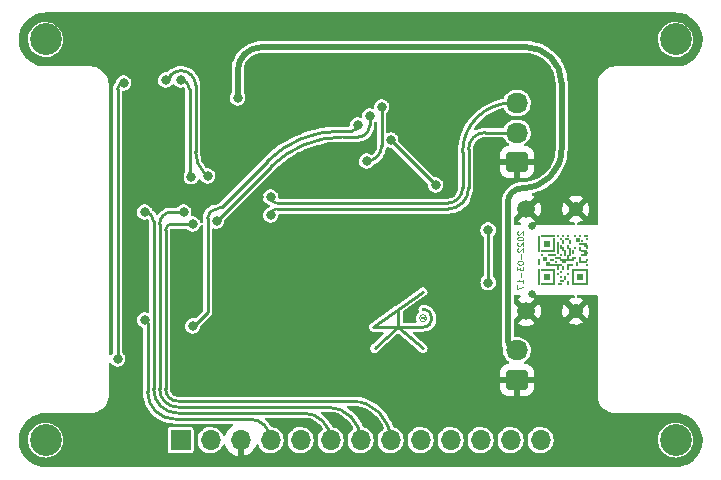
<source format=gbr>
%TF.GenerationSoftware,KiCad,Pcbnew,(6.0.2-0)*%
%TF.CreationDate,2022-03-18T09:48:19+00:00*%
%TF.ProjectId,Epaper213,45706170-6572-4323-9133-2e6b69636164,1*%
%TF.SameCoordinates,Original*%
%TF.FileFunction,Copper,L2,Bot*%
%TF.FilePolarity,Positive*%
%FSLAX46Y46*%
G04 Gerber Fmt 4.6, Leading zero omitted, Abs format (unit mm)*
G04 Created by KiCad (PCBNEW (6.0.2-0)) date 2022-03-18 09:48:19*
%MOMM*%
%LPD*%
G01*
G04 APERTURE LIST*
G04 Aperture macros list*
%AMRoundRect*
0 Rectangle with rounded corners*
0 $1 Rounding radius*
0 $2 $3 $4 $5 $6 $7 $8 $9 X,Y pos of 4 corners*
0 Add a 4 corners polygon primitive as box body*
4,1,4,$2,$3,$4,$5,$6,$7,$8,$9,$2,$3,0*
0 Add four circle primitives for the rounded corners*
1,1,$1+$1,$2,$3*
1,1,$1+$1,$4,$5*
1,1,$1+$1,$6,$7*
1,1,$1+$1,$8,$9*
0 Add four rect primitives between the rounded corners*
20,1,$1+$1,$2,$3,$4,$5,0*
20,1,$1+$1,$4,$5,$6,$7,0*
20,1,$1+$1,$6,$7,$8,$9,0*
20,1,$1+$1,$8,$9,$2,$3,0*%
G04 Aperture macros list end*
%ADD10C,0.100000*%
%TA.AperFunction,NonConductor*%
%ADD11C,0.100000*%
%TD*%
%TA.AperFunction,EtchedComponent*%
%ADD12C,0.250000*%
%TD*%
%TA.AperFunction,EtchedComponent*%
%ADD13C,0.080000*%
%TD*%
%TA.AperFunction,ComponentPad*%
%ADD14C,2.700000*%
%TD*%
%TA.AperFunction,ComponentPad*%
%ADD15C,0.670000*%
%TD*%
%TA.AperFunction,ComponentPad*%
%ADD16C,1.250000*%
%TD*%
%TA.AperFunction,ComponentPad*%
%ADD17C,1.500000*%
%TD*%
%TA.AperFunction,ComponentPad*%
%ADD18RoundRect,0.250000X0.675000X-0.600000X0.675000X0.600000X-0.675000X0.600000X-0.675000X-0.600000X0*%
%TD*%
%TA.AperFunction,ComponentPad*%
%ADD19O,1.850000X1.700000*%
%TD*%
%TA.AperFunction,ComponentPad*%
%ADD20R,1.700000X1.700000*%
%TD*%
%TA.AperFunction,ComponentPad*%
%ADD21O,1.700000X1.700000*%
%TD*%
%TA.AperFunction,SMDPad,CuDef*%
%ADD22R,0.400000X0.200000*%
%TD*%
%TA.AperFunction,SMDPad,CuDef*%
%ADD23R,0.200000X0.400000*%
%TD*%
%TA.AperFunction,SMDPad,CuDef*%
%ADD24R,0.200000X0.200000*%
%TD*%
%TA.AperFunction,SMDPad,CuDef*%
%ADD25R,0.200000X1.400000*%
%TD*%
%TA.AperFunction,SMDPad,CuDef*%
%ADD26R,0.200000X1.000000*%
%TD*%
%TA.AperFunction,SMDPad,CuDef*%
%ADD27R,1.200000X0.200000*%
%TD*%
%TA.AperFunction,SMDPad,CuDef*%
%ADD28R,0.400000X0.400000*%
%TD*%
%TA.AperFunction,SMDPad,CuDef*%
%ADD29R,0.200000X0.600000*%
%TD*%
%TA.AperFunction,SMDPad,CuDef*%
%ADD30R,0.600000X0.200000*%
%TD*%
%TA.AperFunction,SMDPad,CuDef*%
%ADD31R,0.200000X0.800000*%
%TD*%
%TA.AperFunction,SMDPad,CuDef*%
%ADD32R,0.800000X0.200000*%
%TD*%
%TA.AperFunction,SMDPad,CuDef*%
%ADD33R,0.600000X0.600000*%
%TD*%
%TA.AperFunction,SMDPad,CuDef*%
%ADD34R,1.000000X0.200000*%
%TD*%
%TA.AperFunction,ViaPad*%
%ADD35C,0.800000*%
%TD*%
%TA.AperFunction,Conductor*%
%ADD36C,0.250000*%
%TD*%
%TA.AperFunction,Conductor*%
%ADD37C,0.500000*%
%TD*%
G04 APERTURE END LIST*
D10*
%TO.C,U4*%
D11*
X164448809Y-83931428D02*
X164425000Y-83955238D01*
X164401190Y-84002857D01*
X164401190Y-84121904D01*
X164425000Y-84169523D01*
X164448809Y-84193333D01*
X164496428Y-84217142D01*
X164544047Y-84217142D01*
X164615476Y-84193333D01*
X164901190Y-83907619D01*
X164901190Y-84217142D01*
X164401190Y-84526666D02*
X164401190Y-84574285D01*
X164425000Y-84621904D01*
X164448809Y-84645714D01*
X164496428Y-84669523D01*
X164591666Y-84693333D01*
X164710714Y-84693333D01*
X164805952Y-84669523D01*
X164853571Y-84645714D01*
X164877380Y-84621904D01*
X164901190Y-84574285D01*
X164901190Y-84526666D01*
X164877380Y-84479047D01*
X164853571Y-84455238D01*
X164805952Y-84431428D01*
X164710714Y-84407619D01*
X164591666Y-84407619D01*
X164496428Y-84431428D01*
X164448809Y-84455238D01*
X164425000Y-84479047D01*
X164401190Y-84526666D01*
X164448809Y-84883809D02*
X164425000Y-84907619D01*
X164401190Y-84955238D01*
X164401190Y-85074285D01*
X164425000Y-85121904D01*
X164448809Y-85145714D01*
X164496428Y-85169523D01*
X164544047Y-85169523D01*
X164615476Y-85145714D01*
X164901190Y-84860000D01*
X164901190Y-85169523D01*
X164448809Y-85360000D02*
X164425000Y-85383809D01*
X164401190Y-85431428D01*
X164401190Y-85550476D01*
X164425000Y-85598095D01*
X164448809Y-85621904D01*
X164496428Y-85645714D01*
X164544047Y-85645714D01*
X164615476Y-85621904D01*
X164901190Y-85336190D01*
X164901190Y-85645714D01*
X164710714Y-85860000D02*
X164710714Y-86240952D01*
X164401190Y-86574285D02*
X164401190Y-86621904D01*
X164425000Y-86669523D01*
X164448809Y-86693333D01*
X164496428Y-86717142D01*
X164591666Y-86740952D01*
X164710714Y-86740952D01*
X164805952Y-86717142D01*
X164853571Y-86693333D01*
X164877380Y-86669523D01*
X164901190Y-86621904D01*
X164901190Y-86574285D01*
X164877380Y-86526666D01*
X164853571Y-86502857D01*
X164805952Y-86479047D01*
X164710714Y-86455238D01*
X164591666Y-86455238D01*
X164496428Y-86479047D01*
X164448809Y-86502857D01*
X164425000Y-86526666D01*
X164401190Y-86574285D01*
X164401190Y-86907619D02*
X164401190Y-87217142D01*
X164591666Y-87050476D01*
X164591666Y-87121904D01*
X164615476Y-87169523D01*
X164639285Y-87193333D01*
X164686904Y-87217142D01*
X164805952Y-87217142D01*
X164853571Y-87193333D01*
X164877380Y-87169523D01*
X164901190Y-87121904D01*
X164901190Y-86979047D01*
X164877380Y-86931428D01*
X164853571Y-86907619D01*
X164710714Y-87431428D02*
X164710714Y-87812380D01*
X164901190Y-88312380D02*
X164901190Y-88026666D01*
X164901190Y-88169523D02*
X164401190Y-88169523D01*
X164472619Y-88121904D01*
X164520238Y-88074285D01*
X164544047Y-88026666D01*
X164401190Y-88479047D02*
X164401190Y-88812380D01*
X164901190Y-88598095D01*
D12*
%TO.C,Logo2*%
X154311000Y-92040000D02*
X156411000Y-93840000D01*
X154311000Y-92040000D02*
X154311000Y-90540000D01*
X152311000Y-93840000D02*
X154311000Y-92040000D01*
D13*
X156261000Y-91190000D02*
X156561000Y-91190000D01*
X156261000Y-91190000D02*
X156261000Y-91290000D01*
D12*
X152211000Y-92040000D02*
X156411000Y-92040000D01*
D13*
X156421000Y-91290000D02*
X156561000Y-91390000D01*
X156421000Y-91190000D02*
X156421000Y-91290000D01*
D12*
X152211000Y-92040000D02*
X156411000Y-89040000D01*
X156411000Y-92040000D02*
G75*
G03*
X156411000Y-90540000I0J750000D01*
G01*
D13*
X156261000Y-91290000D02*
G75*
G03*
X156421000Y-91290000I80000J0D01*
G01*
X156721000Y-91270000D02*
G75*
G03*
X156721000Y-91270000I-300000J0D01*
G01*
%TD*%
D14*
%TO.P,H2,*%
%TO.N,*%
X124460000Y-67680000D03*
%TD*%
D15*
%TO.P,J1,S1,SHIELD*%
%TO.N,GND*%
X165660000Y-83470000D03*
D16*
X169340000Y-90680000D03*
D17*
X165170000Y-90680000D03*
D15*
X165660000Y-89250000D03*
D16*
X169340000Y-82040000D03*
D17*
X165170000Y-82040000D03*
%TD*%
D14*
%TO.P,H4,*%
%TO.N,*%
X177800000Y-101600000D03*
%TD*%
%TO.P,H3,*%
%TO.N,*%
X124460000Y-101600000D03*
%TD*%
D18*
%TO.P,J3,1,Pin_1*%
%TO.N,GND*%
X164355000Y-78065000D03*
D19*
%TO.P,J3,2,Pin_2*%
%TO.N,BUTTON1*%
X164355000Y-75565000D03*
%TO.P,J3,3,Pin_3*%
%TO.N,BUTTON2*%
X164355000Y-73065000D03*
%TD*%
D18*
%TO.P,J2,1,GND*%
%TO.N,GND*%
X164355000Y-96500000D03*
D19*
%TO.P,J2,2,DC*%
%TO.N,DC*%
X164355000Y-94000000D03*
%TD*%
D14*
%TO.P,H1,*%
%TO.N,*%
X177800000Y-67680000D03*
%TD*%
D20*
%TO.P,M1,1,VIN*%
%TO.N,unconnected-(M1-Pad1)*%
X135890000Y-101600000D03*
D21*
%TO.P,M1,2,3V3*%
%TO.N,+3V3*%
X138430000Y-101600000D03*
%TO.P,M1,3,GND*%
%TO.N,GND*%
X140970000Y-101600000D03*
%TO.P,M1,4,SCK*%
%TO.N,SCK*%
X143510000Y-101600000D03*
%TO.P,M1,5,MISO*%
%TO.N,MISO*%
X146050000Y-101600000D03*
%TO.P,M1,6,MOSI*%
%TO.N,MOSI*%
X148590000Y-101600000D03*
%TO.P,M1,7,ECS*%
%TO.N,CS*%
X151130000Y-101600000D03*
%TO.P,M1,8,D/C*%
%TO.N,D{slash}C*%
X153670000Y-101600000D03*
%TO.P,M1,9,SRCS*%
%TO.N,SRCS*%
X156210000Y-101600000D03*
%TO.P,M1,10,SDCS*%
%TO.N,SDCS*%
X158750000Y-101600000D03*
%TO.P,M1,11,RST*%
%TO.N,RST*%
X161290000Y-101600000D03*
%TO.P,M1,12,BUSY*%
%TO.N,BUSY*%
X163830000Y-101600000D03*
%TO.P,M1,13,ENA*%
%TO.N,ENA*%
X166370000Y-101600000D03*
%TD*%
D22*
%TO.P,U4,*%
%TO.N,*%
X170175000Y-85160000D03*
D23*
X168475000Y-87860000D03*
D24*
X168675000Y-87560000D03*
D25*
X169075000Y-87760000D03*
D22*
X170175000Y-85760000D03*
D26*
X167475000Y-84960000D03*
D24*
X169675000Y-84360000D03*
D27*
X166975000Y-88360000D03*
D24*
X168075000Y-87360000D03*
D28*
X166975000Y-86660000D03*
D29*
X169675000Y-86360000D03*
D30*
X170075000Y-85560000D03*
D24*
X170275000Y-86760000D03*
D27*
X166975000Y-85560000D03*
D22*
X170175000Y-84360000D03*
D27*
X166975000Y-84360000D03*
D24*
X167875000Y-84360000D03*
X168075000Y-84560000D03*
D29*
X166275000Y-86560000D03*
D31*
X168875000Y-85660000D03*
D23*
X168875000Y-84860000D03*
D27*
X168575000Y-86360000D03*
X166975000Y-87160000D03*
D22*
X168575000Y-84560000D03*
D26*
X167875000Y-85360000D03*
D24*
X168675000Y-84360000D03*
D32*
X167375000Y-85960000D03*
D22*
X168375000Y-86560000D03*
D24*
X169275000Y-84360000D03*
D30*
X170075000Y-86560000D03*
D24*
X167675000Y-86560000D03*
D23*
X168275000Y-84860000D03*
D24*
X166475000Y-85960000D03*
D27*
X169775000Y-87160000D03*
D23*
X168275000Y-87060000D03*
X169075000Y-85660000D03*
D30*
X167875000Y-86160000D03*
D22*
X169175000Y-86160000D03*
D33*
X169675000Y-87760000D03*
D24*
X169875000Y-84760000D03*
D23*
X168275000Y-85460000D03*
D24*
X168075000Y-87760000D03*
D23*
X169675000Y-85460000D03*
D22*
X168175000Y-88160000D03*
D29*
X168475000Y-85760000D03*
D24*
X170275000Y-85360000D03*
D23*
X169475000Y-86660000D03*
D24*
X168275000Y-84360000D03*
D23*
X168675000Y-85260000D03*
D24*
X168075000Y-85960000D03*
D33*
X166875000Y-84960000D03*
D24*
X169275000Y-85360000D03*
D23*
X168675000Y-88260000D03*
D24*
X167875000Y-87560000D03*
D22*
X167975000Y-88360000D03*
D32*
X169975000Y-84960000D03*
D33*
X166875000Y-87760000D03*
D34*
X167675000Y-86760000D03*
D28*
X166775000Y-86260000D03*
D27*
X169775000Y-88360000D03*
D28*
X169575000Y-84660000D03*
D23*
X167875000Y-87060000D03*
D26*
X167475000Y-87760000D03*
D25*
X166275000Y-87760000D03*
D24*
X170275000Y-84560000D03*
D25*
X166275000Y-84960000D03*
D23*
X168675000Y-86060000D03*
D22*
X167375000Y-86360000D03*
D26*
X170275000Y-87760000D03*
D23*
X168075000Y-85260000D03*
D24*
X170275000Y-86360000D03*
D22*
X168975000Y-86760000D03*
D30*
X170075000Y-85960000D03*
D29*
X168675000Y-86960000D03*
%TD*%
D35*
%TO.N,I*%
X152908000Y-73406000D03*
%TO.N,GND*%
X139446000Y-72644000D03*
X142494000Y-81026000D03*
%TO.N,BUTTON2*%
X143510000Y-81026000D03*
%TO.N,BUTTON1*%
X143510000Y-82550000D03*
%TO.N,DC*%
X140716000Y-72644000D03*
%TO.N,R*%
X134620000Y-71120000D03*
X138176000Y-79248000D03*
%TO.N,B*%
X136794084Y-79291994D03*
X135890000Y-71120000D03*
%TO.N,GND*%
X145542000Y-73152000D03*
%TO.N,BOOT*%
X151892000Y-74168000D03*
X138938000Y-83058000D03*
%TO.N,EN*%
X150876000Y-74930000D03*
X136906000Y-91948000D03*
%TO.N,I*%
X151638000Y-77978000D03*
%TO.N,CS*%
X136144000Y-82296000D03*
%TO.N,MOSI*%
X132842000Y-82296000D03*
%TO.N,D{slash}C*%
X136906000Y-83312000D03*
%TO.N,SCK*%
X132842000Y-91440000D03*
%TO.N,+3V3*%
X131064000Y-71374000D03*
X130556000Y-94742000D03*
%TO.N,VBUS*%
X161925000Y-88265000D03*
X161925000Y-83820000D03*
%TO.N,+3V3*%
X153670000Y-76200000D03*
X157480000Y-80010000D03*
%TD*%
D36*
%TO.N,R*%
X137160000Y-77216000D02*
X137160000Y-71562400D01*
X138176000Y-79248000D02*
X137878421Y-78950421D01*
X137160001Y-77216000D02*
G75*
G03*
X137878421Y-78950421I2452834J-3D01*
G01*
%TO.N,I*%
X152908000Y-73406000D02*
X152908000Y-76708000D01*
X151638000Y-77978000D02*
G75*
G03*
X152908000Y-76708000I1J1269999D01*
G01*
%TO.N,BUTTON2*%
X144018000Y-81534000D02*
X158496000Y-81534000D01*
X144018000Y-81534000D02*
G75*
G02*
X143510000Y-81026000I1J508001D01*
G01*
X159766000Y-80264000D02*
X159766000Y-77216000D01*
X159766000Y-77216000D02*
G75*
G02*
X163917000Y-73065000I4151001J-1D01*
G01*
X164355000Y-73065000D02*
X163917000Y-73065000D01*
%TO.N,BUTTON1*%
X164355000Y-75565000D02*
X161671000Y-75565000D01*
X160274000Y-76962000D02*
G75*
G02*
X161671000Y-75565000I1397001J-1D01*
G01*
X144018000Y-82042000D02*
G75*
G03*
X143510000Y-82550000I1J-508001D01*
G01*
X144018000Y-82042000D02*
X158496000Y-82042000D01*
X160274000Y-80264000D02*
G75*
G02*
X158496000Y-82042000I-1778000J0D01*
G01*
X160274000Y-80264000D02*
X160274000Y-76962000D01*
%TO.N,BUTTON2*%
X159766000Y-80264000D02*
G75*
G02*
X158496000Y-81534000I-1269999J-1D01*
G01*
D37*
%TO.N,DC*%
X163576000Y-93221000D02*
G75*
G03*
X164355000Y-94000000I779001J1D01*
G01*
X165100000Y-68326000D02*
G75*
G02*
X168148000Y-71374000I-2J-3048002D01*
G01*
X163576000Y-93221000D02*
X163576000Y-81534000D01*
X165100000Y-68326000D02*
X142748000Y-68326000D01*
X168148000Y-76962000D02*
G75*
G02*
X164846000Y-80264000I-3301999J-1D01*
G01*
X140716000Y-70358000D02*
G75*
G02*
X142748000Y-68326000I2032000J0D01*
G01*
X164846000Y-80264000D02*
G75*
G03*
X163576000Y-81534000I-1J-1269999D01*
G01*
X168148000Y-76962000D02*
X168148000Y-71374000D01*
X140716000Y-70358000D02*
X140716000Y-72644000D01*
D36*
%TO.N,R*%
X135055590Y-70684410D02*
G75*
G02*
X135922800Y-70325200I867211J-867213D01*
G01*
X135055590Y-70684410D02*
X134620000Y-71120000D01*
%TO.N,B*%
X136652000Y-71882000D02*
G75*
G03*
X135890000Y-71120000I-762001J-1D01*
G01*
X136652000Y-71882000D02*
X136652000Y-78994000D01*
X136789614Y-79287524D02*
X136794084Y-79291994D01*
X136789614Y-79222420D02*
X136789614Y-79287524D01*
X136789614Y-79222420D02*
G75*
G02*
X136652000Y-78994000I124617J230740D01*
G01*
%TO.N,R*%
X135922800Y-70325200D02*
G75*
G02*
X137160000Y-71562400I2J-1237198D01*
G01*
%TO.N,EN*%
X150368000Y-75438000D02*
G75*
G03*
X150876000Y-74930000I-1J508001D01*
G01*
X150368000Y-75438000D02*
X149388102Y-75438000D01*
X143256000Y-77978000D02*
X139371606Y-81862394D01*
X138176000Y-90786910D02*
X137016934Y-91945976D01*
X143256000Y-77978000D02*
G75*
G02*
X149388102Y-75438000I6132101J-6132099D01*
G01*
X138176000Y-82804000D02*
X138176000Y-90786910D01*
X138938000Y-82042000D02*
G75*
G03*
X139371606Y-81862394I0J613209D01*
G01*
X138176000Y-82804000D02*
G75*
G02*
X138938000Y-82042000I762001J-1D01*
G01*
X137016934Y-91945976D02*
X136906000Y-91948000D01*
%TO.N,BOOT*%
X138938000Y-83058000D02*
X143535528Y-78460472D01*
X149606000Y-75946000D02*
G75*
G03*
X143535528Y-78460472I0J-8584943D01*
G01*
X149606000Y-75946000D02*
X150910879Y-75946000D01*
X151892000Y-74964879D02*
G75*
G02*
X150910879Y-75946000I-981122J1D01*
G01*
X151892000Y-74964879D02*
X151892000Y-74168000D01*
%TO.N,SCK*%
X133096000Y-91694000D02*
G75*
G03*
X132842000Y-91440000I-254000J0D01*
G01*
X135382000Y-99822000D02*
G75*
G02*
X133096000Y-97536000I0J2286000D01*
G01*
X133096000Y-91694000D02*
X133096000Y-97536000D01*
X135382000Y-99822000D02*
X141732000Y-99822000D01*
X143510000Y-101600000D02*
G75*
G03*
X141732000Y-99822000I-1778000J0D01*
G01*
%TO.N,D{slash}C*%
X136906000Y-83312000D02*
X135128000Y-83312000D01*
X153670000Y-101600000D02*
G75*
G03*
X150368000Y-98298000I-3301999J1D01*
G01*
X134620000Y-83820000D02*
G75*
G02*
X135128000Y-83312000I508001J-1D01*
G01*
X135636000Y-98298000D02*
G75*
G02*
X134620000Y-97282000I2J1016002D01*
G01*
X134620000Y-83820000D02*
X134620000Y-97282000D01*
X135636000Y-98298000D02*
X150368000Y-98298000D01*
%TO.N,CS*%
X134112000Y-83312000D02*
G75*
G02*
X135128000Y-82296000I1016002J-2D01*
G01*
X136144000Y-82296000D02*
X135128000Y-82296000D01*
X135636000Y-98806000D02*
G75*
G02*
X134112000Y-97282000I-1J1523999D01*
G01*
X134112000Y-83312000D02*
X134112000Y-97282000D01*
X135636000Y-98806000D02*
X148336000Y-98806000D01*
X151130000Y-101600000D02*
G75*
G03*
X148336000Y-98806000I-2794001J-1D01*
G01*
%TO.N,MOSI*%
X135636000Y-99314000D02*
X146304000Y-99314000D01*
X133604000Y-83058000D02*
X133604000Y-97282000D01*
X133604000Y-83058000D02*
G75*
G03*
X132842000Y-82296000I-762001J-1D01*
G01*
X135636000Y-99314000D02*
G75*
G02*
X133604000Y-97282000I0J2032000D01*
G01*
X148590000Y-101600000D02*
G75*
G03*
X146304000Y-99314000I-2286000J0D01*
G01*
%TO.N,+3V3*%
X130556000Y-94742000D02*
X130556000Y-71882000D01*
X131064000Y-71374000D02*
G75*
G03*
X130556000Y-71882000I1J-508001D01*
G01*
%TO.N,VBUS*%
X161925000Y-88265000D02*
X161925000Y-83820000D01*
%TO.N,+3V3*%
X153670000Y-76200000D02*
X157480000Y-80010000D01*
%TD*%
%TA.AperFunction,Conductor*%
%TO.N,GND*%
G36*
X177787153Y-65396421D02*
G01*
X177800000Y-65398976D01*
X177812172Y-65396555D01*
X177824579Y-65396555D01*
X177824579Y-65396950D01*
X177835391Y-65396227D01*
X177921344Y-65401635D01*
X178078602Y-65411528D01*
X178094294Y-65413510D01*
X178191531Y-65432060D01*
X178360718Y-65464334D01*
X178376044Y-65468269D01*
X178633995Y-65552082D01*
X178648707Y-65557907D01*
X178894117Y-65673388D01*
X178907983Y-65681011D01*
X179136983Y-65826338D01*
X179149785Y-65835639D01*
X179358767Y-66008525D01*
X179370301Y-66019356D01*
X179555968Y-66217071D01*
X179566054Y-66229263D01*
X179725477Y-66448690D01*
X179733947Y-66462036D01*
X179864621Y-66699729D01*
X179871353Y-66714037D01*
X179971199Y-66966221D01*
X179976088Y-66981269D01*
X179995807Y-67058069D01*
X180032986Y-67202867D01*
X180043539Y-67243969D01*
X180046501Y-67259490D01*
X180080498Y-67528609D01*
X180081490Y-67544386D01*
X180081490Y-67815616D01*
X180080498Y-67831393D01*
X180046501Y-68100512D01*
X180043540Y-68116027D01*
X180020208Y-68206900D01*
X179976088Y-68378733D01*
X179971199Y-68393781D01*
X179871353Y-68645965D01*
X179864621Y-68660273D01*
X179733947Y-68897966D01*
X179725477Y-68911312D01*
X179566054Y-69130739D01*
X179555968Y-69142931D01*
X179370301Y-69340646D01*
X179358767Y-69351477D01*
X179152249Y-69522325D01*
X179149785Y-69524363D01*
X179136986Y-69533662D01*
X179062787Y-69580750D01*
X178907983Y-69678991D01*
X178894118Y-69686613D01*
X178865402Y-69700126D01*
X178648707Y-69802095D01*
X178633995Y-69807920D01*
X178376044Y-69891733D01*
X178360718Y-69895668D01*
X178193044Y-69927654D01*
X178094294Y-69946492D01*
X178078602Y-69948474D01*
X177931221Y-69957746D01*
X177835391Y-69963775D01*
X177824579Y-69963052D01*
X177824579Y-69963447D01*
X177812172Y-69963447D01*
X177800000Y-69961026D01*
X177787153Y-69963581D01*
X177762575Y-69966002D01*
X172757425Y-69966002D01*
X172732847Y-69963581D01*
X172720000Y-69961026D01*
X172711498Y-69962717D01*
X172702295Y-69963375D01*
X172702294Y-69963375D01*
X172507046Y-69977340D01*
X172502558Y-69977661D01*
X172449897Y-69989117D01*
X172293940Y-70023042D01*
X172293933Y-70023044D01*
X172289543Y-70023999D01*
X172285328Y-70025571D01*
X172285325Y-70025572D01*
X172117841Y-70088040D01*
X172085290Y-70100181D01*
X172081346Y-70102334D01*
X172081345Y-70102335D01*
X171982990Y-70156041D01*
X171893958Y-70204656D01*
X171719443Y-70335297D01*
X171565295Y-70489445D01*
X171562597Y-70493048D01*
X171562597Y-70493049D01*
X171553258Y-70505524D01*
X171434654Y-70663960D01*
X171423137Y-70685052D01*
X171339805Y-70837664D01*
X171330179Y-70855292D01*
X171328608Y-70859504D01*
X171265590Y-71028464D01*
X171253997Y-71059545D01*
X171253042Y-71063935D01*
X171253040Y-71063942D01*
X171222799Y-71202963D01*
X171207659Y-71272560D01*
X171207338Y-71277048D01*
X171200698Y-71369892D01*
X171192715Y-71481500D01*
X171191024Y-71490002D01*
X171193445Y-71502172D01*
X171193579Y-71502846D01*
X171196000Y-71527427D01*
X171196000Y-83284000D01*
X171175998Y-83352121D01*
X171122342Y-83398614D01*
X171070000Y-83410000D01*
X169534814Y-83410000D01*
X169466693Y-83389998D01*
X169420200Y-83336342D01*
X169410096Y-83266068D01*
X169439590Y-83201488D01*
X169499316Y-83163104D01*
X169516734Y-83159304D01*
X169599905Y-83147245D01*
X169611101Y-83144557D01*
X169797343Y-83081336D01*
X169807840Y-83076662D01*
X169926401Y-83010266D01*
X169936264Y-83000189D01*
X169933309Y-82992519D01*
X169352812Y-82412022D01*
X169338868Y-82404408D01*
X169337035Y-82404539D01*
X169330420Y-82408790D01*
X168751237Y-82987973D01*
X168745041Y-82999319D01*
X168754923Y-83011809D01*
X168792259Y-83036756D01*
X168802371Y-83042247D01*
X168983081Y-83119885D01*
X168994014Y-83123437D01*
X169160488Y-83161107D01*
X169222515Y-83195650D01*
X169256019Y-83258244D01*
X169250365Y-83329015D01*
X169207346Y-83385494D01*
X169140621Y-83409750D01*
X169132680Y-83410000D01*
X165777057Y-83410000D01*
X165708936Y-83389998D01*
X165662443Y-83336342D01*
X165652339Y-83266068D01*
X165681833Y-83201488D01*
X165723807Y-83169805D01*
X165796416Y-83135947D01*
X165805912Y-83130464D01*
X165847148Y-83101590D01*
X165855523Y-83091112D01*
X165848457Y-83077668D01*
X165182811Y-82412021D01*
X165168868Y-82404408D01*
X165167034Y-82404539D01*
X165160420Y-82408790D01*
X164490820Y-83078391D01*
X164484393Y-83090161D01*
X164493687Y-83102175D01*
X164534088Y-83130464D01*
X164543584Y-83135947D01*
X164616193Y-83169805D01*
X164669478Y-83216723D01*
X164688939Y-83285000D01*
X164668397Y-83352960D01*
X164614374Y-83399025D01*
X164562943Y-83410000D01*
X164206500Y-83410000D01*
X164138379Y-83389998D01*
X164091886Y-83336342D01*
X164080500Y-83284000D01*
X164080500Y-82821817D01*
X164100502Y-82753696D01*
X164121378Y-82734565D01*
X164118801Y-82731988D01*
X164809658Y-82041132D01*
X165534408Y-82041132D01*
X165534539Y-82042966D01*
X165538790Y-82049580D01*
X166208391Y-82719180D01*
X166220161Y-82725607D01*
X166232176Y-82716311D01*
X166260466Y-82675907D01*
X166265946Y-82666417D01*
X166354326Y-82476887D01*
X166358072Y-82466595D01*
X166412196Y-82264599D01*
X166414099Y-82253804D01*
X166432326Y-82045475D01*
X166432326Y-82034525D01*
X166430703Y-82015980D01*
X168202914Y-82015980D01*
X168215777Y-82212233D01*
X168217577Y-82223601D01*
X168265991Y-82414228D01*
X168269829Y-82425066D01*
X168352173Y-82603685D01*
X168357922Y-82613642D01*
X168367850Y-82627690D01*
X168378439Y-82636078D01*
X168391740Y-82629050D01*
X168967978Y-82052812D01*
X168974356Y-82041132D01*
X169704408Y-82041132D01*
X169704539Y-82042965D01*
X169708790Y-82049580D01*
X170288603Y-82629393D01*
X170300983Y-82636153D01*
X170307563Y-82631227D01*
X170376662Y-82507840D01*
X170381336Y-82497343D01*
X170444557Y-82311101D01*
X170447245Y-82299905D01*
X170475762Y-82103224D01*
X170476392Y-82095843D01*
X170477757Y-82043704D01*
X170477514Y-82036305D01*
X170459330Y-81838397D01*
X170457233Y-81827083D01*
X170403846Y-81637789D01*
X170399724Y-81627050D01*
X170312736Y-81450656D01*
X170311577Y-81448765D01*
X170302732Y-81442126D01*
X170290312Y-81448898D01*
X169712022Y-82027188D01*
X169704408Y-82041132D01*
X168974356Y-82041132D01*
X168975592Y-82038868D01*
X168975461Y-82037035D01*
X168971210Y-82030420D01*
X168390031Y-81449241D01*
X168377651Y-81442481D01*
X168371685Y-81446947D01*
X168291452Y-81599445D01*
X168287047Y-81610079D01*
X168228724Y-81797910D01*
X168226332Y-81809164D01*
X168203215Y-82004479D01*
X168202914Y-82015980D01*
X166430703Y-82015980D01*
X166414099Y-81826196D01*
X166412196Y-81815401D01*
X166358072Y-81613405D01*
X166354326Y-81603113D01*
X166265946Y-81413583D01*
X166260466Y-81404093D01*
X166231589Y-81362851D01*
X166221113Y-81354477D01*
X166207666Y-81361545D01*
X165542021Y-82027189D01*
X165534408Y-82041132D01*
X164809658Y-82041132D01*
X165170000Y-81680790D01*
X165770353Y-81080436D01*
X168744547Y-81080436D01*
X168748033Y-81088823D01*
X169327188Y-81667978D01*
X169341132Y-81675592D01*
X169342965Y-81675461D01*
X169349580Y-81671210D01*
X169928407Y-81092383D01*
X169935167Y-81080003D01*
X169929137Y-81071948D01*
X169861459Y-81029246D01*
X169851211Y-81024025D01*
X169668531Y-80951143D01*
X169657504Y-80947876D01*
X169464605Y-80909506D01*
X169453159Y-80908303D01*
X169256507Y-80905730D01*
X169245027Y-80906633D01*
X169051199Y-80939938D01*
X169040079Y-80942918D01*
X168855557Y-81010992D01*
X168845179Y-81015942D01*
X168754146Y-81070101D01*
X168744547Y-81080436D01*
X165770353Y-81080436D01*
X165849178Y-81001611D01*
X165855606Y-80989839D01*
X165846310Y-80977824D01*
X165805912Y-80949536D01*
X165796416Y-80944053D01*
X165705358Y-80901592D01*
X165652073Y-80854674D01*
X165632612Y-80786397D01*
X165653154Y-80718437D01*
X165707177Y-80672372D01*
X165727992Y-80665173D01*
X165769908Y-80654674D01*
X165949301Y-80609739D01*
X165949311Y-80609736D01*
X165952301Y-80608987D01*
X165955200Y-80607950D01*
X165955209Y-80607947D01*
X166177878Y-80528274D01*
X166304441Y-80482989D01*
X166642536Y-80323083D01*
X166757447Y-80254208D01*
X166960679Y-80132396D01*
X166960688Y-80132390D01*
X166963329Y-80130807D01*
X167092209Y-80035223D01*
X167261241Y-79909861D01*
X167261245Y-79909858D01*
X167263731Y-79908014D01*
X167540849Y-79656849D01*
X167792014Y-79379731D01*
X167807826Y-79358412D01*
X168012964Y-79081814D01*
X168014807Y-79079329D01*
X168016390Y-79076688D01*
X168016396Y-79076679D01*
X168205500Y-78761177D01*
X168207083Y-78758536D01*
X168211151Y-78749936D01*
X168305171Y-78551145D01*
X168366989Y-78420441D01*
X168442246Y-78210112D01*
X168491947Y-78071209D01*
X168491950Y-78071200D01*
X168492987Y-78068301D01*
X168504148Y-78023746D01*
X168583112Y-77708501D01*
X168583862Y-77705507D01*
X168638740Y-77335552D01*
X168642659Y-77255788D01*
X168655679Y-76990739D01*
X168656396Y-76984113D01*
X168656293Y-76984104D01*
X168656728Y-76979255D01*
X168657536Y-76974453D01*
X168657688Y-76962000D01*
X168653773Y-76934662D01*
X168652500Y-76916801D01*
X168652500Y-71426913D01*
X168654246Y-71406008D01*
X168656729Y-71391247D01*
X168657536Y-71386453D01*
X168657688Y-71374000D01*
X168656998Y-71369181D01*
X168656897Y-71367634D01*
X168656024Y-71358528D01*
X168639809Y-71028464D01*
X168639809Y-71028460D01*
X168639657Y-71025374D01*
X168588441Y-70680106D01*
X168514025Y-70383019D01*
X168504383Y-70344526D01*
X168504383Y-70344525D01*
X168503630Y-70341520D01*
X168386039Y-70012878D01*
X168359148Y-69956022D01*
X168238119Y-69700126D01*
X168238117Y-69700122D01*
X168236803Y-69697344D01*
X168133122Y-69524363D01*
X168058946Y-69400607D01*
X168058940Y-69400598D01*
X168057357Y-69397957D01*
X167849431Y-69117601D01*
X167615025Y-68858975D01*
X167356399Y-68624569D01*
X167267084Y-68558328D01*
X167078528Y-68418486D01*
X167076043Y-68416643D01*
X167073402Y-68415060D01*
X167073393Y-68415054D01*
X166779297Y-68238780D01*
X166779298Y-68238780D01*
X166776656Y-68237197D01*
X166760742Y-68229670D01*
X166463913Y-68089281D01*
X166463912Y-68089281D01*
X166461122Y-68087961D01*
X166132480Y-67970370D01*
X166096754Y-67961421D01*
X165796888Y-67886309D01*
X165796889Y-67886309D01*
X165793894Y-67885559D01*
X165448626Y-67834343D01*
X165445540Y-67834191D01*
X165445536Y-67834191D01*
X165187206Y-67821500D01*
X165131309Y-67818754D01*
X165119375Y-67817462D01*
X165117255Y-67817272D01*
X165112453Y-67816464D01*
X165106175Y-67816387D01*
X165104860Y-67816371D01*
X165104856Y-67816371D01*
X165100000Y-67816312D01*
X165072662Y-67820227D01*
X165054801Y-67821500D01*
X142800913Y-67821500D01*
X142780008Y-67819754D01*
X142760453Y-67816464D01*
X142754369Y-67816390D01*
X142752866Y-67816371D01*
X142752861Y-67816371D01*
X142748000Y-67816312D01*
X142741303Y-67817271D01*
X142739689Y-67817502D01*
X142728899Y-67818575D01*
X142552745Y-67828468D01*
X142463555Y-67833477D01*
X142182686Y-67881199D01*
X141908927Y-67960067D01*
X141905659Y-67961421D01*
X141905658Y-67961421D01*
X141648988Y-68067737D01*
X141648983Y-68067739D01*
X141645720Y-68069091D01*
X141642625Y-68070801D01*
X141642624Y-68070802D01*
X141611577Y-68087961D01*
X141396374Y-68206900D01*
X141393488Y-68208948D01*
X141393486Y-68208949D01*
X141355529Y-68235881D01*
X141164026Y-68371759D01*
X140951597Y-68561597D01*
X140761759Y-68774026D01*
X140596900Y-69006374D01*
X140459091Y-69255720D01*
X140457739Y-69258983D01*
X140457737Y-69258988D01*
X140401204Y-69395472D01*
X140350067Y-69518927D01*
X140271199Y-69792686D01*
X140223477Y-70073555D01*
X140212303Y-70272531D01*
X140209048Y-70330484D01*
X140207746Y-70342802D01*
X140207731Y-70342900D01*
X140206350Y-70351773D01*
X140207514Y-70360674D01*
X140207514Y-70360676D01*
X140210436Y-70383019D01*
X140211500Y-70399357D01*
X140211500Y-72183676D01*
X140188587Y-72256126D01*
X140134950Y-72332444D01*
X140077406Y-72480037D01*
X140056729Y-72637096D01*
X140063488Y-72698312D01*
X140073199Y-72786271D01*
X140074113Y-72794553D01*
X140076723Y-72801684D01*
X140076723Y-72801686D01*
X140100145Y-72865689D01*
X140128553Y-72943319D01*
X140132789Y-72949622D01*
X140132789Y-72949623D01*
X140146477Y-72969992D01*
X140216908Y-73074805D01*
X140222527Y-73079918D01*
X140222528Y-73079919D01*
X140238491Y-73094444D01*
X140334076Y-73181419D01*
X140473293Y-73257008D01*
X140626522Y-73297207D01*
X140710477Y-73298526D01*
X140777319Y-73299576D01*
X140777322Y-73299576D01*
X140784916Y-73299695D01*
X140939332Y-73264329D01*
X141009742Y-73228917D01*
X141074072Y-73196563D01*
X141074075Y-73196561D01*
X141080855Y-73193151D01*
X141086626Y-73188222D01*
X141086629Y-73188220D01*
X141195536Y-73095204D01*
X141195536Y-73095203D01*
X141201314Y-73090269D01*
X141293755Y-72961624D01*
X141352842Y-72814641D01*
X141362365Y-72747725D01*
X141374581Y-72661891D01*
X141374581Y-72661888D01*
X141375162Y-72657807D01*
X141375307Y-72644000D01*
X141356276Y-72486733D01*
X141300280Y-72338546D01*
X141247338Y-72261514D01*
X141242660Y-72254708D01*
X141220500Y-72183341D01*
X141220500Y-70410913D01*
X141222246Y-70390008D01*
X141224729Y-70375247D01*
X141225536Y-70370453D01*
X141225688Y-70358000D01*
X141224143Y-70347211D01*
X141223192Y-70320366D01*
X141235405Y-70149605D01*
X141237963Y-70131811D01*
X141252837Y-70063434D01*
X141280460Y-69936455D01*
X141285524Y-69919210D01*
X141355390Y-69731895D01*
X141362857Y-69715543D01*
X141458667Y-69540079D01*
X141468387Y-69524955D01*
X141588195Y-69364911D01*
X141599968Y-69351325D01*
X141741325Y-69209968D01*
X141754911Y-69198195D01*
X141914955Y-69078387D01*
X141930079Y-69068667D01*
X142105543Y-68972857D01*
X142121895Y-68965390D01*
X142309210Y-68895524D01*
X142326455Y-68890460D01*
X142521810Y-68847963D01*
X142539605Y-68845405D01*
X142706813Y-68833446D01*
X142724007Y-68834160D01*
X142732902Y-68834269D01*
X142741773Y-68835650D01*
X142750675Y-68834486D01*
X142750678Y-68834486D01*
X142773019Y-68831564D01*
X142789357Y-68830500D01*
X165050946Y-68830500D01*
X165070331Y-68832000D01*
X165084902Y-68834269D01*
X165084904Y-68834269D01*
X165093773Y-68835650D01*
X165102675Y-68834486D01*
X165102677Y-68834486D01*
X165111533Y-68833328D01*
X165134933Y-68832462D01*
X165377720Y-68846096D01*
X165391752Y-68847677D01*
X165471629Y-68861249D01*
X165659006Y-68893086D01*
X165672781Y-68896230D01*
X165725132Y-68911312D01*
X165933274Y-68971277D01*
X165946595Y-68975938D01*
X166197050Y-69079680D01*
X166209772Y-69085807D01*
X166342264Y-69159033D01*
X166447031Y-69216936D01*
X166458994Y-69224453D01*
X166656953Y-69364911D01*
X166680072Y-69381315D01*
X166691119Y-69390124D01*
X166858919Y-69540079D01*
X166893250Y-69570759D01*
X166903240Y-69580749D01*
X167007436Y-69697344D01*
X167083875Y-69782880D01*
X167092684Y-69793926D01*
X167147460Y-69871127D01*
X167249547Y-70015006D01*
X167257064Y-70026969D01*
X167284762Y-70077084D01*
X167342219Y-70181043D01*
X167388191Y-70264223D01*
X167394320Y-70276950D01*
X167498062Y-70527405D01*
X167502723Y-70540726D01*
X167542513Y-70678838D01*
X167577770Y-70801219D01*
X167580914Y-70814994D01*
X167594218Y-70893295D01*
X167625202Y-71075649D01*
X167626322Y-71082243D01*
X167627904Y-71096284D01*
X167641131Y-71331822D01*
X167639830Y-71358268D01*
X167639790Y-71358528D01*
X167638350Y-71367773D01*
X167639514Y-71376675D01*
X167639514Y-71376678D01*
X167642436Y-71399019D01*
X167643500Y-71415357D01*
X167643500Y-76912946D01*
X167642000Y-76932331D01*
X167640285Y-76943348D01*
X167638350Y-76955773D01*
X167639514Y-76964675D01*
X167639514Y-76964677D01*
X167640672Y-76973533D01*
X167641538Y-76996933D01*
X167626307Y-77268156D01*
X167624726Y-77282192D01*
X167606279Y-77390759D01*
X167574546Y-77577527D01*
X167571402Y-77591302D01*
X167488472Y-77879158D01*
X167483805Y-77892495D01*
X167413397Y-78062476D01*
X167389155Y-78121003D01*
X167369169Y-78169253D01*
X167363040Y-78181980D01*
X167327938Y-78245492D01*
X167218133Y-78444168D01*
X167210616Y-78456131D01*
X167037267Y-78700444D01*
X167028462Y-78711486D01*
X166828847Y-78934856D01*
X166818857Y-78944846D01*
X166595486Y-79144462D01*
X166584444Y-79153267D01*
X166340131Y-79326616D01*
X166328168Y-79334133D01*
X166245665Y-79379731D01*
X166065980Y-79479040D01*
X166053257Y-79485167D01*
X165950771Y-79527618D01*
X165776495Y-79599805D01*
X165763158Y-79604472D01*
X165475302Y-79687402D01*
X165461527Y-79690546D01*
X165379130Y-79704546D01*
X165166192Y-79740726D01*
X165152160Y-79742307D01*
X164891847Y-79756925D01*
X164868104Y-79755611D01*
X164868095Y-79755706D01*
X164865314Y-79755456D01*
X164863882Y-79755377D01*
X164858453Y-79754464D01*
X164852492Y-79754391D01*
X164852227Y-79754350D01*
X164851961Y-79754385D01*
X164846000Y-79754312D01*
X164841184Y-79755001D01*
X164841084Y-79755008D01*
X164832417Y-79755938D01*
X164597305Y-79772754D01*
X164592817Y-79773075D01*
X164559563Y-79780309D01*
X164349186Y-79826073D01*
X164349180Y-79826075D01*
X164344789Y-79827030D01*
X164340574Y-79828602D01*
X164340571Y-79828603D01*
X164253690Y-79861008D01*
X164106963Y-79915734D01*
X163884182Y-80037382D01*
X163680981Y-80189496D01*
X163501496Y-80368981D01*
X163349382Y-80572182D01*
X163227734Y-80794963D01*
X163226161Y-80799181D01*
X163145314Y-81015942D01*
X163139030Y-81032789D01*
X163138075Y-81037180D01*
X163138073Y-81037186D01*
X163107756Y-81176553D01*
X163085075Y-81280817D01*
X163084754Y-81285305D01*
X163069316Y-81501148D01*
X163067892Y-81513056D01*
X163067271Y-81516746D01*
X163067270Y-81516754D01*
X163066464Y-81521547D01*
X163066312Y-81534000D01*
X163070227Y-81561336D01*
X163071500Y-81579199D01*
X163071500Y-93168088D01*
X163069754Y-93188993D01*
X163066464Y-93208548D01*
X163066312Y-93221001D01*
X163067002Y-93225818D01*
X163068449Y-93235925D01*
X163069333Y-93243900D01*
X163083382Y-93422405D01*
X163108014Y-93525004D01*
X163124008Y-93591620D01*
X163130545Y-93618850D01*
X163132435Y-93623413D01*
X163132437Y-93623419D01*
X163182959Y-93745390D01*
X163191246Y-93811688D01*
X163185741Y-93849656D01*
X163171801Y-93945800D01*
X163181545Y-94156333D01*
X163197268Y-94221572D01*
X163220980Y-94319963D01*
X163230924Y-94361226D01*
X163233406Y-94366684D01*
X163233407Y-94366688D01*
X163265170Y-94436546D01*
X163318157Y-94553084D01*
X163440096Y-94724986D01*
X163592340Y-94870728D01*
X163597375Y-94873979D01*
X163658664Y-94913553D01*
X163705042Y-94967308D01*
X163714995Y-95037604D01*
X163685363Y-95102121D01*
X163625555Y-95140377D01*
X163603319Y-95144732D01*
X163530794Y-95152257D01*
X163517400Y-95155149D01*
X163363216Y-95206588D01*
X163350038Y-95212761D01*
X163212193Y-95298063D01*
X163200792Y-95307099D01*
X163086261Y-95421829D01*
X163077249Y-95433240D01*
X162992184Y-95571243D01*
X162986037Y-95584424D01*
X162934862Y-95738710D01*
X162931995Y-95752086D01*
X162922328Y-95846438D01*
X162922000Y-95852855D01*
X162922000Y-96227885D01*
X162926475Y-96243124D01*
X162927865Y-96244329D01*
X162935548Y-96246000D01*
X165769884Y-96246000D01*
X165785123Y-96241525D01*
X165786328Y-96240135D01*
X165787999Y-96232452D01*
X165787999Y-95852905D01*
X165787662Y-95846386D01*
X165777743Y-95750794D01*
X165774851Y-95737400D01*
X165723412Y-95583216D01*
X165717239Y-95570038D01*
X165631937Y-95432193D01*
X165622901Y-95420792D01*
X165508171Y-95306261D01*
X165496760Y-95297249D01*
X165358757Y-95212184D01*
X165345576Y-95206037D01*
X165191290Y-95154862D01*
X165177914Y-95151995D01*
X165110919Y-95145131D01*
X165045192Y-95118290D01*
X165004410Y-95060176D01*
X165001520Y-94989238D01*
X165037442Y-94927999D01*
X165045928Y-94920701D01*
X165190431Y-94807192D01*
X165195149Y-94803486D01*
X165244917Y-94746134D01*
X165329350Y-94648835D01*
X165329354Y-94648830D01*
X165333281Y-94644304D01*
X165438819Y-94461874D01*
X165507957Y-94262778D01*
X165515730Y-94209173D01*
X165537338Y-94060140D01*
X165537338Y-94060137D01*
X165538199Y-94054200D01*
X165528455Y-93843667D01*
X165524827Y-93828610D01*
X165480482Y-93644607D01*
X165480481Y-93644605D01*
X165479076Y-93638774D01*
X165472095Y-93623419D01*
X165394323Y-93452371D01*
X165391843Y-93446916D01*
X165269904Y-93275014D01*
X165117660Y-93129272D01*
X165090971Y-93112039D01*
X164945640Y-93018200D01*
X164945637Y-93018199D01*
X164940603Y-93014948D01*
X164745122Y-92936166D01*
X164608624Y-92909510D01*
X164542717Y-92896639D01*
X164542714Y-92896639D01*
X164538271Y-92895771D01*
X164532730Y-92895500D01*
X164227341Y-92895500D01*
X164218469Y-92896346D01*
X164148759Y-92882908D01*
X164097378Y-92833913D01*
X164080500Y-92770917D01*
X164080500Y-91730161D01*
X164484393Y-91730161D01*
X164493687Y-91742175D01*
X164534088Y-91770464D01*
X164543584Y-91775947D01*
X164733113Y-91864326D01*
X164743405Y-91868072D01*
X164945401Y-91922196D01*
X164956196Y-91924099D01*
X165164525Y-91942326D01*
X165175475Y-91942326D01*
X165383804Y-91924099D01*
X165394599Y-91922196D01*
X165596595Y-91868072D01*
X165606887Y-91864326D01*
X165796416Y-91775947D01*
X165805912Y-91770464D01*
X165847148Y-91741590D01*
X165855523Y-91731112D01*
X165848457Y-91717668D01*
X165770108Y-91639319D01*
X168745041Y-91639319D01*
X168754923Y-91651809D01*
X168792259Y-91676756D01*
X168802371Y-91682247D01*
X168983081Y-91759885D01*
X168994014Y-91763437D01*
X169185844Y-91806845D01*
X169197253Y-91808347D01*
X169393783Y-91816068D01*
X169405265Y-91815466D01*
X169599905Y-91787245D01*
X169611101Y-91784557D01*
X169797343Y-91721336D01*
X169807840Y-91716662D01*
X169926401Y-91650266D01*
X169936264Y-91640189D01*
X169933309Y-91632519D01*
X169352812Y-91052022D01*
X169338868Y-91044408D01*
X169337035Y-91044539D01*
X169330420Y-91048790D01*
X168751237Y-91627973D01*
X168745041Y-91639319D01*
X165770108Y-91639319D01*
X165182811Y-91052021D01*
X165168868Y-91044408D01*
X165167034Y-91044539D01*
X165160420Y-91048790D01*
X164490820Y-91718391D01*
X164484393Y-91730161D01*
X164080500Y-91730161D01*
X164080500Y-91461818D01*
X164100502Y-91393697D01*
X164121378Y-91374565D01*
X164118801Y-91371988D01*
X164797979Y-90692811D01*
X164804356Y-90681132D01*
X165534408Y-90681132D01*
X165534539Y-90682966D01*
X165538790Y-90689580D01*
X166208391Y-91359180D01*
X166220161Y-91365607D01*
X166232176Y-91356311D01*
X166260466Y-91315907D01*
X166265946Y-91306417D01*
X166354326Y-91116887D01*
X166358072Y-91106595D01*
X166412196Y-90904599D01*
X166414099Y-90893804D01*
X166432326Y-90685475D01*
X166432326Y-90674525D01*
X166430703Y-90655980D01*
X168202914Y-90655980D01*
X168215777Y-90852233D01*
X168217577Y-90863601D01*
X168265991Y-91054228D01*
X168269829Y-91065066D01*
X168352173Y-91243685D01*
X168357922Y-91253642D01*
X168367850Y-91267690D01*
X168378439Y-91276078D01*
X168391740Y-91269050D01*
X168967978Y-90692812D01*
X168974356Y-90681132D01*
X169704408Y-90681132D01*
X169704539Y-90682965D01*
X169708790Y-90689580D01*
X170288603Y-91269393D01*
X170300983Y-91276153D01*
X170307563Y-91271227D01*
X170376662Y-91147840D01*
X170381336Y-91137343D01*
X170444557Y-90951101D01*
X170447245Y-90939905D01*
X170475762Y-90743224D01*
X170476392Y-90735843D01*
X170477757Y-90683704D01*
X170477514Y-90676305D01*
X170459330Y-90478397D01*
X170457233Y-90467083D01*
X170403846Y-90277789D01*
X170399724Y-90267050D01*
X170312736Y-90090656D01*
X170311577Y-90088765D01*
X170302732Y-90082126D01*
X170290312Y-90088898D01*
X169712022Y-90667188D01*
X169704408Y-90681132D01*
X168974356Y-90681132D01*
X168975592Y-90678868D01*
X168975461Y-90677035D01*
X168971210Y-90670420D01*
X168390031Y-90089241D01*
X168377651Y-90082481D01*
X168371685Y-90086947D01*
X168291452Y-90239445D01*
X168287047Y-90250079D01*
X168228724Y-90437910D01*
X168226332Y-90449164D01*
X168203215Y-90644479D01*
X168202914Y-90655980D01*
X166430703Y-90655980D01*
X166414099Y-90466196D01*
X166412196Y-90455401D01*
X166358072Y-90253405D01*
X166354326Y-90243113D01*
X166265946Y-90053583D01*
X166260466Y-90044093D01*
X166231589Y-90002851D01*
X166221113Y-89994477D01*
X166207666Y-90001545D01*
X165542021Y-90667189D01*
X165534408Y-90681132D01*
X164804356Y-90681132D01*
X164805592Y-90678868D01*
X164805461Y-90677034D01*
X164801210Y-90670420D01*
X164118801Y-89988012D01*
X164122093Y-89984720D01*
X164095922Y-89958556D01*
X164080500Y-89898154D01*
X164080500Y-89436000D01*
X164100502Y-89367879D01*
X164154158Y-89321386D01*
X164206500Y-89310000D01*
X164562944Y-89310000D01*
X164631065Y-89330002D01*
X164677558Y-89383658D01*
X164687662Y-89453932D01*
X164658168Y-89518512D01*
X164616194Y-89550195D01*
X164543583Y-89584054D01*
X164534093Y-89589534D01*
X164492851Y-89618411D01*
X164484477Y-89628887D01*
X164491545Y-89642334D01*
X165157189Y-90307979D01*
X165171132Y-90315592D01*
X165172966Y-90315461D01*
X165179580Y-90311210D01*
X165849180Y-89641609D01*
X165855607Y-89629839D01*
X165846313Y-89617825D01*
X165805912Y-89589536D01*
X165796416Y-89584053D01*
X165723807Y-89550195D01*
X165670522Y-89503277D01*
X165651061Y-89435000D01*
X165671603Y-89367040D01*
X165725626Y-89320975D01*
X165777057Y-89310000D01*
X169144849Y-89310000D01*
X169212970Y-89330002D01*
X169259463Y-89383658D01*
X169269567Y-89453932D01*
X169240073Y-89518512D01*
X169180347Y-89556896D01*
X169166187Y-89560180D01*
X169051199Y-89579938D01*
X169040079Y-89582918D01*
X168855557Y-89650992D01*
X168845179Y-89655942D01*
X168754146Y-89710101D01*
X168744547Y-89720436D01*
X168748033Y-89728823D01*
X169327188Y-90307978D01*
X169341132Y-90315592D01*
X169342965Y-90315461D01*
X169349580Y-90311210D01*
X169928407Y-89732383D01*
X169935167Y-89720003D01*
X169929137Y-89711948D01*
X169861459Y-89669246D01*
X169851211Y-89664025D01*
X169668531Y-89591143D01*
X169657504Y-89587876D01*
X169515244Y-89559579D01*
X169452334Y-89526671D01*
X169417202Y-89464976D01*
X169421002Y-89394082D01*
X169462528Y-89336496D01*
X169528595Y-89310501D01*
X169539825Y-89310000D01*
X171070000Y-89310000D01*
X171138121Y-89330002D01*
X171184614Y-89383658D01*
X171196000Y-89436000D01*
X171196000Y-97752573D01*
X171193579Y-97777151D01*
X171191024Y-97789998D01*
X171192715Y-97798500D01*
X171193373Y-97807703D01*
X171193373Y-97807704D01*
X171200997Y-97914295D01*
X171207659Y-98007440D01*
X171208615Y-98011834D01*
X171253040Y-98216058D01*
X171253041Y-98216060D01*
X171253997Y-98220455D01*
X171255569Y-98224670D01*
X171255570Y-98224673D01*
X171301559Y-98347975D01*
X171330179Y-98424708D01*
X171434654Y-98616040D01*
X171565295Y-98790555D01*
X171719443Y-98944703D01*
X171893958Y-99075344D01*
X172085290Y-99179819D01*
X172089502Y-99181390D01*
X172285325Y-99254428D01*
X172285328Y-99254429D01*
X172289543Y-99256001D01*
X172293933Y-99256956D01*
X172293940Y-99256958D01*
X172436021Y-99287865D01*
X172502558Y-99302339D01*
X172507046Y-99302660D01*
X172702185Y-99316617D01*
X172711498Y-99317283D01*
X172720000Y-99318974D01*
X172732847Y-99316419D01*
X172757425Y-99313998D01*
X177762575Y-99313998D01*
X177787153Y-99316419D01*
X177800000Y-99318974D01*
X177812172Y-99316553D01*
X177824579Y-99316553D01*
X177824579Y-99316948D01*
X177835391Y-99316225D01*
X177892438Y-99319814D01*
X178078602Y-99331526D01*
X178094294Y-99333508D01*
X178157329Y-99345533D01*
X178360718Y-99384332D01*
X178376044Y-99388267D01*
X178633995Y-99472080D01*
X178648707Y-99477905D01*
X178894117Y-99593386D01*
X178907982Y-99601008D01*
X179118925Y-99734876D01*
X179136983Y-99746336D01*
X179149783Y-99755636D01*
X179201132Y-99798115D01*
X179358767Y-99928523D01*
X179370300Y-99939353D01*
X179437650Y-100011073D01*
X179555968Y-100137069D01*
X179566054Y-100149261D01*
X179714753Y-100353927D01*
X179725477Y-100368688D01*
X179733947Y-100382034D01*
X179864621Y-100619727D01*
X179871353Y-100634035D01*
X179971199Y-100886219D01*
X179976088Y-100901267D01*
X180035964Y-101134464D01*
X180043539Y-101163967D01*
X180046501Y-101179488D01*
X180080498Y-101448607D01*
X180081490Y-101464384D01*
X180081490Y-101735614D01*
X180080498Y-101751391D01*
X180046501Y-102020510D01*
X180043540Y-102036025D01*
X180014438Y-102149371D01*
X179976088Y-102298731D01*
X179971199Y-102313779D01*
X179871353Y-102565963D01*
X179864621Y-102580271D01*
X179733947Y-102817964D01*
X179725477Y-102831310D01*
X179566054Y-103050737D01*
X179555968Y-103062929D01*
X179370301Y-103260644D01*
X179358767Y-103271475D01*
X179149785Y-103444361D01*
X179136983Y-103453662D01*
X178907983Y-103598989D01*
X178894117Y-103606612D01*
X178648707Y-103722093D01*
X178633995Y-103727918D01*
X178376044Y-103811731D01*
X178360718Y-103815666D01*
X178191531Y-103847940D01*
X178094294Y-103866490D01*
X178078602Y-103868472D01*
X177921344Y-103878365D01*
X177835391Y-103883773D01*
X177824579Y-103883050D01*
X177824579Y-103883445D01*
X177812172Y-103883445D01*
X177800000Y-103881024D01*
X177787153Y-103883579D01*
X177762575Y-103886000D01*
X124497425Y-103886000D01*
X124472847Y-103883579D01*
X124460000Y-103881024D01*
X124447828Y-103883445D01*
X124435421Y-103883445D01*
X124435421Y-103883050D01*
X124424609Y-103883773D01*
X124338656Y-103878365D01*
X124181398Y-103868472D01*
X124165706Y-103866490D01*
X124068469Y-103847940D01*
X123899282Y-103815666D01*
X123883956Y-103811731D01*
X123626005Y-103727918D01*
X123611293Y-103722093D01*
X123365883Y-103606612D01*
X123352017Y-103598989D01*
X123123017Y-103453662D01*
X123110215Y-103444361D01*
X122901233Y-103271475D01*
X122889699Y-103260644D01*
X122704032Y-103062929D01*
X122693946Y-103050737D01*
X122534523Y-102831310D01*
X122526053Y-102817964D01*
X122395379Y-102580271D01*
X122388647Y-102565963D01*
X122288801Y-102313779D01*
X122283912Y-102298731D01*
X122245562Y-102149371D01*
X122216460Y-102036025D01*
X122213499Y-102020510D01*
X122179502Y-101751391D01*
X122178510Y-101735614D01*
X122178510Y-101563827D01*
X122979885Y-101563827D01*
X122980182Y-101568979D01*
X122980182Y-101568983D01*
X122989790Y-101735614D01*
X122993852Y-101806054D01*
X122994989Y-101811100D01*
X122994990Y-101811106D01*
X123005771Y-101858945D01*
X123047193Y-102042747D01*
X123049135Y-102047529D01*
X123049136Y-102047533D01*
X123090610Y-102149670D01*
X123138476Y-102267550D01*
X123265249Y-102474425D01*
X123424109Y-102657818D01*
X123610787Y-102812801D01*
X123820272Y-102935214D01*
X124046938Y-103021770D01*
X124052004Y-103022801D01*
X124052005Y-103022801D01*
X124110326Y-103034666D01*
X124284696Y-103070142D01*
X124421350Y-103075153D01*
X124521998Y-103078844D01*
X124522002Y-103078844D01*
X124527162Y-103079033D01*
X124532282Y-103078377D01*
X124532284Y-103078377D01*
X124608754Y-103068581D01*
X124767825Y-103048203D01*
X124772774Y-103046718D01*
X124772780Y-103046717D01*
X124995278Y-102979964D01*
X125000221Y-102978481D01*
X125004855Y-102976211D01*
X125213474Y-102874010D01*
X125213477Y-102874008D01*
X125218109Y-102871739D01*
X125305371Y-102809496D01*
X125411433Y-102733843D01*
X125411435Y-102733841D01*
X125415637Y-102730844D01*
X125587501Y-102559578D01*
X125729085Y-102362543D01*
X125757021Y-102306020D01*
X125800130Y-102218794D01*
X125836587Y-102145029D01*
X125866768Y-102045693D01*
X125905616Y-101917830D01*
X125905617Y-101917824D01*
X125907120Y-101912878D01*
X125938789Y-101672325D01*
X125939229Y-101654344D01*
X125940475Y-101603364D01*
X125940475Y-101603360D01*
X125940557Y-101600000D01*
X125922068Y-101375115D01*
X125921100Y-101363338D01*
X125921099Y-101363332D01*
X125920676Y-101358187D01*
X125871112Y-101160863D01*
X125862827Y-101127878D01*
X125862826Y-101127874D01*
X125861568Y-101122867D01*
X125859509Y-101118131D01*
X125766880Y-100905099D01*
X125766878Y-100905096D01*
X125764820Y-100900362D01*
X125651330Y-100724933D01*
X134785500Y-100724933D01*
X134785501Y-102475066D01*
X134800266Y-102549301D01*
X134807161Y-102559620D01*
X134807162Y-102559622D01*
X134847516Y-102620015D01*
X134856516Y-102633484D01*
X134940699Y-102689734D01*
X135014933Y-102704500D01*
X135889858Y-102704500D01*
X136765066Y-102704499D01*
X136800818Y-102697388D01*
X136827126Y-102692156D01*
X136827128Y-102692155D01*
X136839301Y-102689734D01*
X136849621Y-102682839D01*
X136849622Y-102682838D01*
X136913168Y-102640377D01*
X136923484Y-102633484D01*
X136968601Y-102565963D01*
X136972839Y-102559620D01*
X136979734Y-102549301D01*
X136994500Y-102475067D01*
X136994499Y-100724934D01*
X136979734Y-100650699D01*
X136968600Y-100634035D01*
X136930377Y-100576832D01*
X136923484Y-100566516D01*
X136839301Y-100510266D01*
X136765067Y-100495500D01*
X135890142Y-100495500D01*
X135014934Y-100495501D01*
X134979594Y-100502530D01*
X134952874Y-100507844D01*
X134952872Y-100507845D01*
X134940699Y-100510266D01*
X134930379Y-100517161D01*
X134930378Y-100517162D01*
X134871358Y-100556599D01*
X134856516Y-100566516D01*
X134800266Y-100650699D01*
X134785500Y-100724933D01*
X125651330Y-100724933D01*
X125633030Y-100696645D01*
X125628208Y-100691345D01*
X125473215Y-100521011D01*
X125473213Y-100521010D01*
X125469737Y-100517189D01*
X125465686Y-100513990D01*
X125465682Y-100513986D01*
X125328883Y-100405949D01*
X125279328Y-100366813D01*
X125066914Y-100249554D01*
X124935593Y-100203051D01*
X124843077Y-100170289D01*
X124843073Y-100170288D01*
X124838202Y-100168563D01*
X124833109Y-100167656D01*
X124833106Y-100167655D01*
X124604422Y-100126920D01*
X124604416Y-100126919D01*
X124599333Y-100126014D01*
X124519558Y-100125039D01*
X124361892Y-100123113D01*
X124361890Y-100123113D01*
X124356722Y-100123050D01*
X124116884Y-100159750D01*
X123886261Y-100235129D01*
X123858551Y-100249554D01*
X123752982Y-100304510D01*
X123671046Y-100347163D01*
X123666913Y-100350266D01*
X123666910Y-100350268D01*
X123500738Y-100475033D01*
X123477019Y-100492842D01*
X123473447Y-100496580D01*
X123320080Y-100657070D01*
X123309391Y-100668255D01*
X123306477Y-100672527D01*
X123306476Y-100672528D01*
X123292396Y-100693169D01*
X123172663Y-100868691D01*
X123070508Y-101088766D01*
X123005668Y-101322571D01*
X122979885Y-101563827D01*
X122178510Y-101563827D01*
X122178510Y-101464384D01*
X122179502Y-101448607D01*
X122213499Y-101179488D01*
X122216461Y-101163967D01*
X122224037Y-101134464D01*
X122283912Y-100901267D01*
X122288801Y-100886219D01*
X122388647Y-100634035D01*
X122395379Y-100619727D01*
X122526053Y-100382034D01*
X122534523Y-100368688D01*
X122545248Y-100353927D01*
X122693946Y-100149261D01*
X122704032Y-100137069D01*
X122822350Y-100011073D01*
X122889700Y-99939353D01*
X122901233Y-99928523D01*
X123058868Y-99798115D01*
X123110217Y-99755636D01*
X123123017Y-99746336D01*
X123141076Y-99734876D01*
X123352018Y-99601008D01*
X123365883Y-99593386D01*
X123611293Y-99477905D01*
X123626005Y-99472080D01*
X123883956Y-99388267D01*
X123899282Y-99384332D01*
X124102671Y-99345533D01*
X124165706Y-99333508D01*
X124181398Y-99331526D01*
X124367562Y-99319814D01*
X124424609Y-99316225D01*
X124435421Y-99316948D01*
X124435421Y-99316553D01*
X124447828Y-99316553D01*
X124460000Y-99318974D01*
X124472171Y-99316553D01*
X124472845Y-99316419D01*
X124497426Y-99313998D01*
X126365151Y-99313999D01*
X128232575Y-99314000D01*
X128257153Y-99316421D01*
X128270000Y-99318976D01*
X128278502Y-99317285D01*
X128287705Y-99316627D01*
X128287706Y-99316627D01*
X128482954Y-99302662D01*
X128487442Y-99302341D01*
X128553988Y-99287865D01*
X128696060Y-99256960D01*
X128696067Y-99256958D01*
X128700457Y-99256003D01*
X128704672Y-99254431D01*
X128704675Y-99254430D01*
X128900498Y-99181392D01*
X128904710Y-99179821D01*
X128908659Y-99177665D01*
X129092088Y-99077505D01*
X129096042Y-99075346D01*
X129202141Y-98995921D01*
X129266953Y-98947403D01*
X129266954Y-98947403D01*
X129270557Y-98944705D01*
X129424705Y-98790557D01*
X129555346Y-98616042D01*
X129659821Y-98424710D01*
X129736003Y-98220457D01*
X129736958Y-98216067D01*
X129736960Y-98216060D01*
X129781385Y-98011836D01*
X129782341Y-98007442D01*
X129787718Y-97932263D01*
X129796619Y-97807815D01*
X129797285Y-97798502D01*
X129798976Y-97790000D01*
X129796421Y-97777153D01*
X129794000Y-97752575D01*
X129794000Y-95194975D01*
X129814002Y-95126854D01*
X129867658Y-95080361D01*
X129937932Y-95070257D01*
X130002512Y-95099751D01*
X130024581Y-95124699D01*
X130052667Y-95166495D01*
X130052671Y-95166499D01*
X130056908Y-95172805D01*
X130062527Y-95177918D01*
X130062528Y-95177919D01*
X130093430Y-95206037D01*
X130174076Y-95279419D01*
X130313293Y-95355008D01*
X130466522Y-95395207D01*
X130550477Y-95396526D01*
X130617319Y-95397576D01*
X130617322Y-95397576D01*
X130624916Y-95397695D01*
X130779332Y-95362329D01*
X130889146Y-95307099D01*
X130914072Y-95294563D01*
X130914075Y-95294561D01*
X130920855Y-95291151D01*
X130926626Y-95286222D01*
X130926629Y-95286220D01*
X131035536Y-95193204D01*
X131035536Y-95193203D01*
X131041314Y-95188269D01*
X131133755Y-95059624D01*
X131192842Y-94912641D01*
X131215162Y-94755807D01*
X131215307Y-94742000D01*
X131196276Y-94584733D01*
X131140280Y-94436546D01*
X131119413Y-94406184D01*
X131054855Y-94312251D01*
X131054854Y-94312249D01*
X131050553Y-94305992D01*
X130977681Y-94241065D01*
X130940126Y-94180816D01*
X130935500Y-94146989D01*
X130935500Y-91433096D01*
X132182729Y-91433096D01*
X132183563Y-91440646D01*
X132197796Y-91569563D01*
X132200113Y-91590553D01*
X132202723Y-91597684D01*
X132202723Y-91597686D01*
X132251550Y-91731112D01*
X132254553Y-91739319D01*
X132258789Y-91745622D01*
X132258789Y-91745623D01*
X132299929Y-91806845D01*
X132342908Y-91870805D01*
X132348527Y-91875918D01*
X132348528Y-91875919D01*
X132453591Y-91971518D01*
X132460076Y-91977419D01*
X132599293Y-92053008D01*
X132606636Y-92054934D01*
X132606640Y-92054936D01*
X132622471Y-92059089D01*
X132683287Y-92095721D01*
X132714644Y-92159418D01*
X132716500Y-92180965D01*
X132716500Y-97496212D01*
X132714949Y-97515922D01*
X132711769Y-97536000D01*
X132712592Y-97541194D01*
X132713040Y-97549179D01*
X132713040Y-97549180D01*
X132721112Y-97692901D01*
X132729087Y-97834912D01*
X132779235Y-98130064D01*
X132862115Y-98417746D01*
X132863469Y-98421014D01*
X132863469Y-98421015D01*
X132971753Y-98682436D01*
X132976683Y-98694339D01*
X133121500Y-98956366D01*
X133294744Y-99200531D01*
X133494237Y-99423763D01*
X133496861Y-99426108D01*
X133548304Y-99472080D01*
X133717469Y-99623256D01*
X133720353Y-99625302D01*
X133949690Y-99788025D01*
X133961634Y-99796500D01*
X134223661Y-99941317D01*
X134226924Y-99942668D01*
X134226929Y-99942671D01*
X134399163Y-100014012D01*
X134500254Y-100055885D01*
X134787936Y-100138765D01*
X135083088Y-100188913D01*
X135376806Y-100205408D01*
X135382000Y-100206231D01*
X135402078Y-100203051D01*
X135421788Y-100201500D01*
X140200424Y-100201500D01*
X140268545Y-100221502D01*
X140315038Y-100275158D01*
X140325142Y-100345432D01*
X140295648Y-100410012D01*
X140258605Y-100439263D01*
X140248458Y-100444545D01*
X140239738Y-100450036D01*
X140069433Y-100577905D01*
X140061726Y-100584748D01*
X139914590Y-100738717D01*
X139908104Y-100746727D01*
X139788098Y-100922649D01*
X139783000Y-100931623D01*
X139693338Y-101124783D01*
X139689777Y-101134464D01*
X139685291Y-101150640D01*
X139647813Y-101210939D01*
X139583684Y-101241403D01*
X139513266Y-101232360D01*
X139458915Y-101186682D01*
X139450867Y-101172698D01*
X139378331Y-101025609D01*
X139375776Y-101020428D01*
X139254320Y-100857779D01*
X139105258Y-100719987D01*
X139100375Y-100716906D01*
X139100371Y-100716903D01*
X138938464Y-100614748D01*
X138933581Y-100611667D01*
X138745039Y-100536446D01*
X138739379Y-100535320D01*
X138739375Y-100535319D01*
X138551613Y-100497971D01*
X138551610Y-100497971D01*
X138545946Y-100496844D01*
X138540171Y-100496768D01*
X138540167Y-100496768D01*
X138438793Y-100495441D01*
X138342971Y-100494187D01*
X138337274Y-100495166D01*
X138337273Y-100495166D01*
X138166066Y-100524585D01*
X138142910Y-100528564D01*
X137952463Y-100598824D01*
X137778010Y-100702612D01*
X137773670Y-100706418D01*
X137773666Y-100706421D01*
X137670026Y-100797312D01*
X137625392Y-100836455D01*
X137499720Y-100995869D01*
X137497031Y-101000980D01*
X137497029Y-101000983D01*
X137484073Y-101025609D01*
X137405203Y-101175515D01*
X137345007Y-101369378D01*
X137321148Y-101570964D01*
X137334424Y-101773522D01*
X137335845Y-101779118D01*
X137335846Y-101779123D01*
X137356119Y-101858945D01*
X137384392Y-101970269D01*
X137386809Y-101975512D01*
X137464957Y-102145029D01*
X137469377Y-102154616D01*
X137472710Y-102159332D01*
X137581862Y-102313779D01*
X137586533Y-102320389D01*
X137731938Y-102462035D01*
X137900720Y-102574812D01*
X137906023Y-102577090D01*
X137906026Y-102577092D01*
X138081921Y-102652662D01*
X138087228Y-102654942D01*
X138160244Y-102671464D01*
X138279579Y-102698467D01*
X138279584Y-102698468D01*
X138285216Y-102699742D01*
X138290987Y-102699969D01*
X138290989Y-102699969D01*
X138350756Y-102702317D01*
X138488053Y-102707712D01*
X138595348Y-102692155D01*
X138683231Y-102679413D01*
X138683236Y-102679412D01*
X138688945Y-102678584D01*
X138694409Y-102676729D01*
X138694414Y-102676728D01*
X138875693Y-102615192D01*
X138875698Y-102615190D01*
X138881165Y-102613334D01*
X139058276Y-102514147D01*
X139097969Y-102481135D01*
X139192292Y-102402686D01*
X139214345Y-102384345D01*
X139271463Y-102315669D01*
X139340453Y-102232718D01*
X139340455Y-102232715D01*
X139344147Y-102228276D01*
X139443334Y-102051165D01*
X139445720Y-102044135D01*
X139446170Y-102043496D01*
X139447541Y-102040416D01*
X139448146Y-102040685D01*
X139486553Y-101986059D01*
X139552305Y-101959278D01*
X139622098Y-101972295D01*
X139673773Y-102020980D01*
X139681777Y-102037229D01*
X139751770Y-102209603D01*
X139756413Y-102218794D01*
X139867694Y-102400388D01*
X139873777Y-102408699D01*
X140013213Y-102569667D01*
X140020580Y-102576883D01*
X140184434Y-102712916D01*
X140192881Y-102718831D01*
X140376756Y-102826279D01*
X140386042Y-102830729D01*
X140585001Y-102906703D01*
X140594899Y-102909579D01*
X140698250Y-102930606D01*
X140712299Y-102929410D01*
X140716000Y-102919065D01*
X140716000Y-101472000D01*
X140736002Y-101403879D01*
X140789658Y-101357386D01*
X140842000Y-101346000D01*
X141098000Y-101346000D01*
X141166121Y-101366002D01*
X141212614Y-101419658D01*
X141224000Y-101472000D01*
X141224000Y-102918517D01*
X141228064Y-102932359D01*
X141241478Y-102934393D01*
X141248184Y-102933534D01*
X141258262Y-102931392D01*
X141462255Y-102870191D01*
X141471842Y-102866433D01*
X141663095Y-102772739D01*
X141671945Y-102767464D01*
X141845328Y-102643792D01*
X141853200Y-102637139D01*
X142004052Y-102486812D01*
X142010730Y-102478965D01*
X142135003Y-102306020D01*
X142140313Y-102297183D01*
X142234670Y-102106267D01*
X142238469Y-102096672D01*
X142255066Y-102042047D01*
X142294007Y-101982683D01*
X142358862Y-101953796D01*
X142429038Y-101964558D01*
X142482256Y-102011551D01*
X142490048Y-102025922D01*
X142549377Y-102154616D01*
X142552710Y-102159332D01*
X142661862Y-102313779D01*
X142666533Y-102320389D01*
X142811938Y-102462035D01*
X142980720Y-102574812D01*
X142986023Y-102577090D01*
X142986026Y-102577092D01*
X143161921Y-102652662D01*
X143167228Y-102654942D01*
X143240244Y-102671464D01*
X143359579Y-102698467D01*
X143359584Y-102698468D01*
X143365216Y-102699742D01*
X143370987Y-102699969D01*
X143370989Y-102699969D01*
X143430756Y-102702317D01*
X143568053Y-102707712D01*
X143675348Y-102692155D01*
X143763231Y-102679413D01*
X143763236Y-102679412D01*
X143768945Y-102678584D01*
X143774409Y-102676729D01*
X143774414Y-102676728D01*
X143955693Y-102615192D01*
X143955698Y-102615190D01*
X143961165Y-102613334D01*
X144138276Y-102514147D01*
X144177969Y-102481135D01*
X144272292Y-102402686D01*
X144294345Y-102384345D01*
X144351463Y-102315669D01*
X144420453Y-102232718D01*
X144420455Y-102232715D01*
X144424147Y-102228276D01*
X144523334Y-102051165D01*
X144525190Y-102045698D01*
X144525192Y-102045693D01*
X144586728Y-101864414D01*
X144586729Y-101864409D01*
X144588584Y-101858945D01*
X144589412Y-101853236D01*
X144589413Y-101853231D01*
X144615161Y-101675647D01*
X144617712Y-101658053D01*
X144619232Y-101600000D01*
X144616564Y-101570964D01*
X144941148Y-101570964D01*
X144954424Y-101773522D01*
X144955845Y-101779118D01*
X144955846Y-101779123D01*
X144976119Y-101858945D01*
X145004392Y-101970269D01*
X145006809Y-101975512D01*
X145084957Y-102145029D01*
X145089377Y-102154616D01*
X145092710Y-102159332D01*
X145201862Y-102313779D01*
X145206533Y-102320389D01*
X145351938Y-102462035D01*
X145520720Y-102574812D01*
X145526023Y-102577090D01*
X145526026Y-102577092D01*
X145701921Y-102652662D01*
X145707228Y-102654942D01*
X145780244Y-102671464D01*
X145899579Y-102698467D01*
X145899584Y-102698468D01*
X145905216Y-102699742D01*
X145910987Y-102699969D01*
X145910989Y-102699969D01*
X145970756Y-102702317D01*
X146108053Y-102707712D01*
X146215348Y-102692155D01*
X146303231Y-102679413D01*
X146303236Y-102679412D01*
X146308945Y-102678584D01*
X146314409Y-102676729D01*
X146314414Y-102676728D01*
X146495693Y-102615192D01*
X146495698Y-102615190D01*
X146501165Y-102613334D01*
X146678276Y-102514147D01*
X146717969Y-102481135D01*
X146812292Y-102402686D01*
X146834345Y-102384345D01*
X146891463Y-102315669D01*
X146960453Y-102232718D01*
X146960455Y-102232715D01*
X146964147Y-102228276D01*
X147063334Y-102051165D01*
X147065190Y-102045698D01*
X147065192Y-102045693D01*
X147126728Y-101864414D01*
X147126729Y-101864409D01*
X147128584Y-101858945D01*
X147129412Y-101853236D01*
X147129413Y-101853231D01*
X147155161Y-101675647D01*
X147157712Y-101658053D01*
X147159232Y-101600000D01*
X147140658Y-101397859D01*
X147139090Y-101392299D01*
X147087125Y-101208046D01*
X147087124Y-101208044D01*
X147085557Y-101202487D01*
X147074978Y-101181033D01*
X146998331Y-101025609D01*
X146995776Y-101020428D01*
X146874320Y-100857779D01*
X146725258Y-100719987D01*
X146720375Y-100716906D01*
X146720371Y-100716903D01*
X146558464Y-100614748D01*
X146553581Y-100611667D01*
X146365039Y-100536446D01*
X146359379Y-100535320D01*
X146359375Y-100535319D01*
X146171613Y-100497971D01*
X146171610Y-100497971D01*
X146165946Y-100496844D01*
X146160171Y-100496768D01*
X146160167Y-100496768D01*
X146058793Y-100495441D01*
X145962971Y-100494187D01*
X145957274Y-100495166D01*
X145957273Y-100495166D01*
X145786066Y-100524585D01*
X145762910Y-100528564D01*
X145572463Y-100598824D01*
X145398010Y-100702612D01*
X145393670Y-100706418D01*
X145393666Y-100706421D01*
X145290026Y-100797312D01*
X145245392Y-100836455D01*
X145119720Y-100995869D01*
X145117031Y-101000980D01*
X145117029Y-101000983D01*
X145104073Y-101025609D01*
X145025203Y-101175515D01*
X144965007Y-101369378D01*
X144941148Y-101570964D01*
X144616564Y-101570964D01*
X144600658Y-101397859D01*
X144599090Y-101392299D01*
X144547125Y-101208046D01*
X144547124Y-101208044D01*
X144545557Y-101202487D01*
X144534978Y-101181033D01*
X144458331Y-101025609D01*
X144455776Y-101020428D01*
X144334320Y-100857779D01*
X144185258Y-100719987D01*
X144180375Y-100716906D01*
X144180371Y-100716903D01*
X144018464Y-100614748D01*
X144013581Y-100611667D01*
X143825039Y-100536446D01*
X143819379Y-100535320D01*
X143819375Y-100535319D01*
X143635387Y-100498722D01*
X143635276Y-100498700D01*
X143572366Y-100465793D01*
X143552028Y-100440305D01*
X143512801Y-100375415D01*
X143512799Y-100375412D01*
X143510833Y-100372160D01*
X143393511Y-100222410D01*
X143352216Y-100169701D01*
X143352214Y-100169698D01*
X143349863Y-100166698D01*
X143165302Y-99982137D01*
X143113200Y-99941317D01*
X143084312Y-99918685D01*
X143043024Y-99860928D01*
X143039517Y-99790018D01*
X143074903Y-99728469D01*
X143137947Y-99695821D01*
X143162019Y-99693500D01*
X146264212Y-99693500D01*
X146283922Y-99695051D01*
X146304000Y-99698231D01*
X146313793Y-99696680D01*
X146320094Y-99696680D01*
X146339175Y-99695806D01*
X146544605Y-99709270D01*
X146560946Y-99711421D01*
X146789338Y-99756851D01*
X146805259Y-99761117D01*
X147025767Y-99835970D01*
X147040993Y-99842277D01*
X147249842Y-99945270D01*
X147264116Y-99953511D01*
X147457734Y-100082882D01*
X147470810Y-100092915D01*
X147645890Y-100246456D01*
X147657544Y-100258110D01*
X147811085Y-100433190D01*
X147821118Y-100446266D01*
X147871061Y-100521011D01*
X147909077Y-100577905D01*
X147910916Y-100580658D01*
X147932131Y-100648411D01*
X147913348Y-100716878D01*
X147889229Y-100745392D01*
X147785392Y-100836455D01*
X147659720Y-100995869D01*
X147657031Y-101000980D01*
X147657029Y-101000983D01*
X147644073Y-101025609D01*
X147565203Y-101175515D01*
X147505007Y-101369378D01*
X147481148Y-101570964D01*
X147494424Y-101773522D01*
X147495845Y-101779118D01*
X147495846Y-101779123D01*
X147516119Y-101858945D01*
X147544392Y-101970269D01*
X147546809Y-101975512D01*
X147624957Y-102145029D01*
X147629377Y-102154616D01*
X147632710Y-102159332D01*
X147741862Y-102313779D01*
X147746533Y-102320389D01*
X147891938Y-102462035D01*
X148060720Y-102574812D01*
X148066023Y-102577090D01*
X148066026Y-102577092D01*
X148241921Y-102652662D01*
X148247228Y-102654942D01*
X148320244Y-102671464D01*
X148439579Y-102698467D01*
X148439584Y-102698468D01*
X148445216Y-102699742D01*
X148450987Y-102699969D01*
X148450989Y-102699969D01*
X148510756Y-102702317D01*
X148648053Y-102707712D01*
X148755348Y-102692155D01*
X148843231Y-102679413D01*
X148843236Y-102679412D01*
X148848945Y-102678584D01*
X148854409Y-102676729D01*
X148854414Y-102676728D01*
X149035693Y-102615192D01*
X149035698Y-102615190D01*
X149041165Y-102613334D01*
X149218276Y-102514147D01*
X149257969Y-102481135D01*
X149352292Y-102402686D01*
X149374345Y-102384345D01*
X149431463Y-102315669D01*
X149500453Y-102232718D01*
X149500455Y-102232715D01*
X149504147Y-102228276D01*
X149603334Y-102051165D01*
X149605190Y-102045698D01*
X149605192Y-102045693D01*
X149666728Y-101864414D01*
X149666729Y-101864409D01*
X149668584Y-101858945D01*
X149669412Y-101853236D01*
X149669413Y-101853231D01*
X149695161Y-101675647D01*
X149697712Y-101658053D01*
X149699232Y-101600000D01*
X149680658Y-101397859D01*
X149679090Y-101392299D01*
X149627125Y-101208046D01*
X149627124Y-101208044D01*
X149625557Y-101202487D01*
X149614978Y-101181033D01*
X149538331Y-101025609D01*
X149535776Y-101020428D01*
X149414320Y-100857779D01*
X149265258Y-100719987D01*
X149260375Y-100716906D01*
X149260371Y-100716903D01*
X149098464Y-100614748D01*
X149093581Y-100611667D01*
X148905039Y-100536446D01*
X148800483Y-100515649D01*
X148737573Y-100482742D01*
X148711539Y-100446733D01*
X148710672Y-100444933D01*
X148709317Y-100441661D01*
X148564500Y-100179634D01*
X148557870Y-100170289D01*
X148477390Y-100056864D01*
X148391256Y-99935469D01*
X148191763Y-99712237D01*
X147968531Y-99512744D01*
X147829730Y-99414259D01*
X147785749Y-99358528D01*
X147778881Y-99287865D01*
X147811306Y-99224705D01*
X147872730Y-99189102D01*
X147902644Y-99185500D01*
X148296212Y-99185500D01*
X148315923Y-99187051D01*
X148326206Y-99188680D01*
X148326207Y-99188680D01*
X148336000Y-99190231D01*
X148345796Y-99188679D01*
X148349816Y-99188679D01*
X148371347Y-99187638D01*
X148619429Y-99202645D01*
X148634533Y-99204479D01*
X148702675Y-99216966D01*
X148906332Y-99254288D01*
X148921094Y-99257926D01*
X149184926Y-99340139D01*
X149199131Y-99345527D01*
X149451145Y-99458948D01*
X149464587Y-99466004D01*
X149675302Y-99593386D01*
X149701068Y-99608962D01*
X149713590Y-99617605D01*
X149931115Y-99788025D01*
X149942503Y-99798115D01*
X150137885Y-99993497D01*
X150147975Y-100004885D01*
X150317684Y-100221502D01*
X150318395Y-100222410D01*
X150327037Y-100234931D01*
X150469996Y-100471413D01*
X150477055Y-100484862D01*
X150499764Y-100535320D01*
X150509341Y-100556599D01*
X150519058Y-100626928D01*
X150489210Y-100691345D01*
X150477519Y-100703041D01*
X150329739Y-100832642D01*
X150329735Y-100832647D01*
X150325392Y-100836455D01*
X150199720Y-100995869D01*
X150197031Y-101000980D01*
X150197029Y-101000983D01*
X150184073Y-101025609D01*
X150105203Y-101175515D01*
X150045007Y-101369378D01*
X150021148Y-101570964D01*
X150034424Y-101773522D01*
X150035845Y-101779118D01*
X150035846Y-101779123D01*
X150056119Y-101858945D01*
X150084392Y-101970269D01*
X150086809Y-101975512D01*
X150164957Y-102145029D01*
X150169377Y-102154616D01*
X150172710Y-102159332D01*
X150281862Y-102313779D01*
X150286533Y-102320389D01*
X150431938Y-102462035D01*
X150600720Y-102574812D01*
X150606023Y-102577090D01*
X150606026Y-102577092D01*
X150781921Y-102652662D01*
X150787228Y-102654942D01*
X150860244Y-102671464D01*
X150979579Y-102698467D01*
X150979584Y-102698468D01*
X150985216Y-102699742D01*
X150990987Y-102699969D01*
X150990989Y-102699969D01*
X151050756Y-102702317D01*
X151188053Y-102707712D01*
X151295348Y-102692155D01*
X151383231Y-102679413D01*
X151383236Y-102679412D01*
X151388945Y-102678584D01*
X151394409Y-102676729D01*
X151394414Y-102676728D01*
X151575693Y-102615192D01*
X151575698Y-102615190D01*
X151581165Y-102613334D01*
X151758276Y-102514147D01*
X151797969Y-102481135D01*
X151892292Y-102402686D01*
X151914345Y-102384345D01*
X151971463Y-102315669D01*
X152040453Y-102232718D01*
X152040455Y-102232715D01*
X152044147Y-102228276D01*
X152143334Y-102051165D01*
X152145190Y-102045698D01*
X152145192Y-102045693D01*
X152206728Y-101864414D01*
X152206729Y-101864409D01*
X152208584Y-101858945D01*
X152209412Y-101853236D01*
X152209413Y-101853231D01*
X152235161Y-101675647D01*
X152237712Y-101658053D01*
X152239232Y-101600000D01*
X152220658Y-101397859D01*
X152219090Y-101392299D01*
X152167125Y-101208046D01*
X152167124Y-101208044D01*
X152165557Y-101202487D01*
X152154978Y-101181033D01*
X152078331Y-101025609D01*
X152075776Y-101020428D01*
X151954320Y-100857779D01*
X151805258Y-100719987D01*
X151800375Y-100716906D01*
X151800371Y-100716903D01*
X151638464Y-100614748D01*
X151633581Y-100611667D01*
X151445039Y-100536446D01*
X151439374Y-100535319D01*
X151439370Y-100535318D01*
X151399281Y-100527344D01*
X151385410Y-100524585D01*
X151322500Y-100491678D01*
X151292360Y-100446160D01*
X151290375Y-100440987D01*
X151239115Y-100307450D01*
X151210811Y-100251901D01*
X151089601Y-100014012D01*
X151089597Y-100014005D01*
X151088103Y-100011073D01*
X150906938Y-99732104D01*
X150904863Y-99729541D01*
X150904856Y-99729532D01*
X150699691Y-99476175D01*
X150697606Y-99473600D01*
X150462400Y-99238394D01*
X150318691Y-99122021D01*
X150206468Y-99031144D01*
X150206459Y-99031137D01*
X150203896Y-99029062D01*
X150019282Y-98909172D01*
X149973045Y-98855296D01*
X149963276Y-98784975D01*
X149993076Y-98720535D01*
X150052985Y-98682436D01*
X150087907Y-98677500D01*
X150328212Y-98677500D01*
X150347923Y-98679051D01*
X150358206Y-98680680D01*
X150358207Y-98680680D01*
X150368000Y-98682231D01*
X150377797Y-98680679D01*
X150380055Y-98680679D01*
X150403510Y-98679494D01*
X150513465Y-98685669D01*
X150688155Y-98695479D01*
X150702187Y-98697060D01*
X150840349Y-98720535D01*
X151011342Y-98749588D01*
X151025117Y-98752732D01*
X151118753Y-98779708D01*
X151326451Y-98839545D01*
X151339772Y-98844206D01*
X151496614Y-98909172D01*
X151629492Y-98964212D01*
X151642216Y-98970340D01*
X151916669Y-99122024D01*
X151928628Y-99129538D01*
X152184380Y-99311004D01*
X152195427Y-99319814D01*
X152429244Y-99528765D01*
X152439235Y-99538756D01*
X152648186Y-99772573D01*
X152656996Y-99783620D01*
X152838462Y-100039372D01*
X152845976Y-100051331D01*
X152997660Y-100325784D01*
X153003788Y-100338508D01*
X153006656Y-100345432D01*
X153085777Y-100536446D01*
X153085868Y-100536666D01*
X153093457Y-100607256D01*
X153061678Y-100670743D01*
X153033885Y-100693168D01*
X153018010Y-100702612D01*
X153013670Y-100706418D01*
X153013666Y-100706421D01*
X152910026Y-100797312D01*
X152865392Y-100836455D01*
X152739720Y-100995869D01*
X152737031Y-101000980D01*
X152737029Y-101000983D01*
X152724073Y-101025609D01*
X152645203Y-101175515D01*
X152585007Y-101369378D01*
X152561148Y-101570964D01*
X152574424Y-101773522D01*
X152575845Y-101779118D01*
X152575846Y-101779123D01*
X152596119Y-101858945D01*
X152624392Y-101970269D01*
X152626809Y-101975512D01*
X152704957Y-102145029D01*
X152709377Y-102154616D01*
X152712710Y-102159332D01*
X152821862Y-102313779D01*
X152826533Y-102320389D01*
X152971938Y-102462035D01*
X153140720Y-102574812D01*
X153146023Y-102577090D01*
X153146026Y-102577092D01*
X153321921Y-102652662D01*
X153327228Y-102654942D01*
X153400244Y-102671464D01*
X153519579Y-102698467D01*
X153519584Y-102698468D01*
X153525216Y-102699742D01*
X153530987Y-102699969D01*
X153530989Y-102699969D01*
X153590756Y-102702317D01*
X153728053Y-102707712D01*
X153835348Y-102692155D01*
X153923231Y-102679413D01*
X153923236Y-102679412D01*
X153928945Y-102678584D01*
X153934409Y-102676729D01*
X153934414Y-102676728D01*
X154115693Y-102615192D01*
X154115698Y-102615190D01*
X154121165Y-102613334D01*
X154298276Y-102514147D01*
X154337969Y-102481135D01*
X154432292Y-102402686D01*
X154454345Y-102384345D01*
X154511463Y-102315669D01*
X154580453Y-102232718D01*
X154580455Y-102232715D01*
X154584147Y-102228276D01*
X154683334Y-102051165D01*
X154685190Y-102045698D01*
X154685192Y-102045693D01*
X154746728Y-101864414D01*
X154746729Y-101864409D01*
X154748584Y-101858945D01*
X154749412Y-101853236D01*
X154749413Y-101853231D01*
X154775161Y-101675647D01*
X154777712Y-101658053D01*
X154779232Y-101600000D01*
X154776564Y-101570964D01*
X155101148Y-101570964D01*
X155114424Y-101773522D01*
X155115845Y-101779118D01*
X155115846Y-101779123D01*
X155136119Y-101858945D01*
X155164392Y-101970269D01*
X155166809Y-101975512D01*
X155244957Y-102145029D01*
X155249377Y-102154616D01*
X155252710Y-102159332D01*
X155361862Y-102313779D01*
X155366533Y-102320389D01*
X155511938Y-102462035D01*
X155680720Y-102574812D01*
X155686023Y-102577090D01*
X155686026Y-102577092D01*
X155861921Y-102652662D01*
X155867228Y-102654942D01*
X155940244Y-102671464D01*
X156059579Y-102698467D01*
X156059584Y-102698468D01*
X156065216Y-102699742D01*
X156070987Y-102699969D01*
X156070989Y-102699969D01*
X156130756Y-102702317D01*
X156268053Y-102707712D01*
X156375348Y-102692155D01*
X156463231Y-102679413D01*
X156463236Y-102679412D01*
X156468945Y-102678584D01*
X156474409Y-102676729D01*
X156474414Y-102676728D01*
X156655693Y-102615192D01*
X156655698Y-102615190D01*
X156661165Y-102613334D01*
X156838276Y-102514147D01*
X156877969Y-102481135D01*
X156972292Y-102402686D01*
X156994345Y-102384345D01*
X157051463Y-102315669D01*
X157120453Y-102232718D01*
X157120455Y-102232715D01*
X157124147Y-102228276D01*
X157223334Y-102051165D01*
X157225190Y-102045698D01*
X157225192Y-102045693D01*
X157286728Y-101864414D01*
X157286729Y-101864409D01*
X157288584Y-101858945D01*
X157289412Y-101853236D01*
X157289413Y-101853231D01*
X157315161Y-101675647D01*
X157317712Y-101658053D01*
X157319232Y-101600000D01*
X157316564Y-101570964D01*
X157641148Y-101570964D01*
X157654424Y-101773522D01*
X157655845Y-101779118D01*
X157655846Y-101779123D01*
X157676119Y-101858945D01*
X157704392Y-101970269D01*
X157706809Y-101975512D01*
X157784957Y-102145029D01*
X157789377Y-102154616D01*
X157792710Y-102159332D01*
X157901862Y-102313779D01*
X157906533Y-102320389D01*
X158051938Y-102462035D01*
X158220720Y-102574812D01*
X158226023Y-102577090D01*
X158226026Y-102577092D01*
X158401921Y-102652662D01*
X158407228Y-102654942D01*
X158480244Y-102671464D01*
X158599579Y-102698467D01*
X158599584Y-102698468D01*
X158605216Y-102699742D01*
X158610987Y-102699969D01*
X158610989Y-102699969D01*
X158670756Y-102702317D01*
X158808053Y-102707712D01*
X158915348Y-102692155D01*
X159003231Y-102679413D01*
X159003236Y-102679412D01*
X159008945Y-102678584D01*
X159014409Y-102676729D01*
X159014414Y-102676728D01*
X159195693Y-102615192D01*
X159195698Y-102615190D01*
X159201165Y-102613334D01*
X159378276Y-102514147D01*
X159417969Y-102481135D01*
X159512292Y-102402686D01*
X159534345Y-102384345D01*
X159591463Y-102315669D01*
X159660453Y-102232718D01*
X159660455Y-102232715D01*
X159664147Y-102228276D01*
X159763334Y-102051165D01*
X159765190Y-102045698D01*
X159765192Y-102045693D01*
X159826728Y-101864414D01*
X159826729Y-101864409D01*
X159828584Y-101858945D01*
X159829412Y-101853236D01*
X159829413Y-101853231D01*
X159855161Y-101675647D01*
X159857712Y-101658053D01*
X159859232Y-101600000D01*
X159856564Y-101570964D01*
X160181148Y-101570964D01*
X160194424Y-101773522D01*
X160195845Y-101779118D01*
X160195846Y-101779123D01*
X160216119Y-101858945D01*
X160244392Y-101970269D01*
X160246809Y-101975512D01*
X160324957Y-102145029D01*
X160329377Y-102154616D01*
X160332710Y-102159332D01*
X160441862Y-102313779D01*
X160446533Y-102320389D01*
X160591938Y-102462035D01*
X160760720Y-102574812D01*
X160766023Y-102577090D01*
X160766026Y-102577092D01*
X160941921Y-102652662D01*
X160947228Y-102654942D01*
X161020244Y-102671464D01*
X161139579Y-102698467D01*
X161139584Y-102698468D01*
X161145216Y-102699742D01*
X161150987Y-102699969D01*
X161150989Y-102699969D01*
X161210756Y-102702317D01*
X161348053Y-102707712D01*
X161455348Y-102692155D01*
X161543231Y-102679413D01*
X161543236Y-102679412D01*
X161548945Y-102678584D01*
X161554409Y-102676729D01*
X161554414Y-102676728D01*
X161735693Y-102615192D01*
X161735698Y-102615190D01*
X161741165Y-102613334D01*
X161918276Y-102514147D01*
X161957969Y-102481135D01*
X162052292Y-102402686D01*
X162074345Y-102384345D01*
X162131463Y-102315669D01*
X162200453Y-102232718D01*
X162200455Y-102232715D01*
X162204147Y-102228276D01*
X162303334Y-102051165D01*
X162305190Y-102045698D01*
X162305192Y-102045693D01*
X162366728Y-101864414D01*
X162366729Y-101864409D01*
X162368584Y-101858945D01*
X162369412Y-101853236D01*
X162369413Y-101853231D01*
X162395161Y-101675647D01*
X162397712Y-101658053D01*
X162399232Y-101600000D01*
X162396564Y-101570964D01*
X162721148Y-101570964D01*
X162734424Y-101773522D01*
X162735845Y-101779118D01*
X162735846Y-101779123D01*
X162756119Y-101858945D01*
X162784392Y-101970269D01*
X162786809Y-101975512D01*
X162864957Y-102145029D01*
X162869377Y-102154616D01*
X162872710Y-102159332D01*
X162981862Y-102313779D01*
X162986533Y-102320389D01*
X163131938Y-102462035D01*
X163300720Y-102574812D01*
X163306023Y-102577090D01*
X163306026Y-102577092D01*
X163481921Y-102652662D01*
X163487228Y-102654942D01*
X163560244Y-102671464D01*
X163679579Y-102698467D01*
X163679584Y-102698468D01*
X163685216Y-102699742D01*
X163690987Y-102699969D01*
X163690989Y-102699969D01*
X163750756Y-102702317D01*
X163888053Y-102707712D01*
X163995348Y-102692155D01*
X164083231Y-102679413D01*
X164083236Y-102679412D01*
X164088945Y-102678584D01*
X164094409Y-102676729D01*
X164094414Y-102676728D01*
X164275693Y-102615192D01*
X164275698Y-102615190D01*
X164281165Y-102613334D01*
X164458276Y-102514147D01*
X164497969Y-102481135D01*
X164592292Y-102402686D01*
X164614345Y-102384345D01*
X164671463Y-102315669D01*
X164740453Y-102232718D01*
X164740455Y-102232715D01*
X164744147Y-102228276D01*
X164843334Y-102051165D01*
X164845190Y-102045698D01*
X164845192Y-102045693D01*
X164906728Y-101864414D01*
X164906729Y-101864409D01*
X164908584Y-101858945D01*
X164909412Y-101853236D01*
X164909413Y-101853231D01*
X164935161Y-101675647D01*
X164937712Y-101658053D01*
X164939232Y-101600000D01*
X164936564Y-101570964D01*
X165261148Y-101570964D01*
X165274424Y-101773522D01*
X165275845Y-101779118D01*
X165275846Y-101779123D01*
X165296119Y-101858945D01*
X165324392Y-101970269D01*
X165326809Y-101975512D01*
X165404957Y-102145029D01*
X165409377Y-102154616D01*
X165412710Y-102159332D01*
X165521862Y-102313779D01*
X165526533Y-102320389D01*
X165671938Y-102462035D01*
X165840720Y-102574812D01*
X165846023Y-102577090D01*
X165846026Y-102577092D01*
X166021921Y-102652662D01*
X166027228Y-102654942D01*
X166100244Y-102671464D01*
X166219579Y-102698467D01*
X166219584Y-102698468D01*
X166225216Y-102699742D01*
X166230987Y-102699969D01*
X166230989Y-102699969D01*
X166290756Y-102702317D01*
X166428053Y-102707712D01*
X166535348Y-102692155D01*
X166623231Y-102679413D01*
X166623236Y-102679412D01*
X166628945Y-102678584D01*
X166634409Y-102676729D01*
X166634414Y-102676728D01*
X166815693Y-102615192D01*
X166815698Y-102615190D01*
X166821165Y-102613334D01*
X166998276Y-102514147D01*
X167037969Y-102481135D01*
X167132292Y-102402686D01*
X167154345Y-102384345D01*
X167211463Y-102315669D01*
X167280453Y-102232718D01*
X167280455Y-102232715D01*
X167284147Y-102228276D01*
X167383334Y-102051165D01*
X167385190Y-102045698D01*
X167385192Y-102045693D01*
X167446728Y-101864414D01*
X167446729Y-101864409D01*
X167448584Y-101858945D01*
X167449412Y-101853236D01*
X167449413Y-101853231D01*
X167475161Y-101675647D01*
X167477712Y-101658053D01*
X167479232Y-101600000D01*
X167475908Y-101563827D01*
X176319885Y-101563827D01*
X176320182Y-101568979D01*
X176320182Y-101568983D01*
X176329790Y-101735614D01*
X176333852Y-101806054D01*
X176334989Y-101811100D01*
X176334990Y-101811106D01*
X176345771Y-101858945D01*
X176387193Y-102042747D01*
X176389135Y-102047529D01*
X176389136Y-102047533D01*
X176430610Y-102149670D01*
X176478476Y-102267550D01*
X176605249Y-102474425D01*
X176764109Y-102657818D01*
X176950787Y-102812801D01*
X177160272Y-102935214D01*
X177386938Y-103021770D01*
X177392004Y-103022801D01*
X177392005Y-103022801D01*
X177450326Y-103034666D01*
X177624696Y-103070142D01*
X177761350Y-103075153D01*
X177861998Y-103078844D01*
X177862002Y-103078844D01*
X177867162Y-103079033D01*
X177872282Y-103078377D01*
X177872284Y-103078377D01*
X177948754Y-103068581D01*
X178107825Y-103048203D01*
X178112774Y-103046718D01*
X178112780Y-103046717D01*
X178335278Y-102979964D01*
X178340221Y-102978481D01*
X178344855Y-102976211D01*
X178553474Y-102874010D01*
X178553477Y-102874008D01*
X178558109Y-102871739D01*
X178645371Y-102809496D01*
X178751433Y-102733843D01*
X178751435Y-102733841D01*
X178755637Y-102730844D01*
X178927501Y-102559578D01*
X179069085Y-102362543D01*
X179097021Y-102306020D01*
X179140130Y-102218794D01*
X179176587Y-102145029D01*
X179206768Y-102045693D01*
X179245616Y-101917830D01*
X179245617Y-101917824D01*
X179247120Y-101912878D01*
X179278789Y-101672325D01*
X179279229Y-101654344D01*
X179280475Y-101603364D01*
X179280475Y-101603360D01*
X179280557Y-101600000D01*
X179262068Y-101375115D01*
X179261100Y-101363338D01*
X179261099Y-101363332D01*
X179260676Y-101358187D01*
X179211112Y-101160863D01*
X179202827Y-101127878D01*
X179202826Y-101127874D01*
X179201568Y-101122867D01*
X179199509Y-101118131D01*
X179106880Y-100905099D01*
X179106878Y-100905096D01*
X179104820Y-100900362D01*
X178973030Y-100696645D01*
X178968208Y-100691345D01*
X178813215Y-100521011D01*
X178813213Y-100521010D01*
X178809737Y-100517189D01*
X178805686Y-100513990D01*
X178805682Y-100513986D01*
X178668883Y-100405949D01*
X178619328Y-100366813D01*
X178406914Y-100249554D01*
X178275593Y-100203051D01*
X178183077Y-100170289D01*
X178183073Y-100170288D01*
X178178202Y-100168563D01*
X178173109Y-100167656D01*
X178173106Y-100167655D01*
X177944422Y-100126920D01*
X177944416Y-100126919D01*
X177939333Y-100126014D01*
X177859558Y-100125039D01*
X177701892Y-100123113D01*
X177701890Y-100123113D01*
X177696722Y-100123050D01*
X177456884Y-100159750D01*
X177226261Y-100235129D01*
X177198551Y-100249554D01*
X177092982Y-100304510D01*
X177011046Y-100347163D01*
X177006913Y-100350266D01*
X177006910Y-100350268D01*
X176840738Y-100475033D01*
X176817019Y-100492842D01*
X176813447Y-100496580D01*
X176660080Y-100657070D01*
X176649391Y-100668255D01*
X176646477Y-100672527D01*
X176646476Y-100672528D01*
X176632396Y-100693169D01*
X176512663Y-100868691D01*
X176410508Y-101088766D01*
X176345668Y-101322571D01*
X176319885Y-101563827D01*
X167475908Y-101563827D01*
X167460658Y-101397859D01*
X167459090Y-101392299D01*
X167407125Y-101208046D01*
X167407124Y-101208044D01*
X167405557Y-101202487D01*
X167394978Y-101181033D01*
X167318331Y-101025609D01*
X167315776Y-101020428D01*
X167194320Y-100857779D01*
X167045258Y-100719987D01*
X167040375Y-100716906D01*
X167040371Y-100716903D01*
X166878464Y-100614748D01*
X166873581Y-100611667D01*
X166685039Y-100536446D01*
X166679379Y-100535320D01*
X166679375Y-100535319D01*
X166491613Y-100497971D01*
X166491610Y-100497971D01*
X166485946Y-100496844D01*
X166480171Y-100496768D01*
X166480167Y-100496768D01*
X166378793Y-100495441D01*
X166282971Y-100494187D01*
X166277274Y-100495166D01*
X166277273Y-100495166D01*
X166106066Y-100524585D01*
X166082910Y-100528564D01*
X165892463Y-100598824D01*
X165718010Y-100702612D01*
X165713670Y-100706418D01*
X165713666Y-100706421D01*
X165610026Y-100797312D01*
X165565392Y-100836455D01*
X165439720Y-100995869D01*
X165437031Y-101000980D01*
X165437029Y-101000983D01*
X165424073Y-101025609D01*
X165345203Y-101175515D01*
X165285007Y-101369378D01*
X165261148Y-101570964D01*
X164936564Y-101570964D01*
X164920658Y-101397859D01*
X164919090Y-101392299D01*
X164867125Y-101208046D01*
X164867124Y-101208044D01*
X164865557Y-101202487D01*
X164854978Y-101181033D01*
X164778331Y-101025609D01*
X164775776Y-101020428D01*
X164654320Y-100857779D01*
X164505258Y-100719987D01*
X164500375Y-100716906D01*
X164500371Y-100716903D01*
X164338464Y-100614748D01*
X164333581Y-100611667D01*
X164145039Y-100536446D01*
X164139379Y-100535320D01*
X164139375Y-100535319D01*
X163951613Y-100497971D01*
X163951610Y-100497971D01*
X163945946Y-100496844D01*
X163940171Y-100496768D01*
X163940167Y-100496768D01*
X163838793Y-100495441D01*
X163742971Y-100494187D01*
X163737274Y-100495166D01*
X163737273Y-100495166D01*
X163566066Y-100524585D01*
X163542910Y-100528564D01*
X163352463Y-100598824D01*
X163178010Y-100702612D01*
X163173670Y-100706418D01*
X163173666Y-100706421D01*
X163070026Y-100797312D01*
X163025392Y-100836455D01*
X162899720Y-100995869D01*
X162897031Y-101000980D01*
X162897029Y-101000983D01*
X162884073Y-101025609D01*
X162805203Y-101175515D01*
X162745007Y-101369378D01*
X162721148Y-101570964D01*
X162396564Y-101570964D01*
X162380658Y-101397859D01*
X162379090Y-101392299D01*
X162327125Y-101208046D01*
X162327124Y-101208044D01*
X162325557Y-101202487D01*
X162314978Y-101181033D01*
X162238331Y-101025609D01*
X162235776Y-101020428D01*
X162114320Y-100857779D01*
X161965258Y-100719987D01*
X161960375Y-100716906D01*
X161960371Y-100716903D01*
X161798464Y-100614748D01*
X161793581Y-100611667D01*
X161605039Y-100536446D01*
X161599379Y-100535320D01*
X161599375Y-100535319D01*
X161411613Y-100497971D01*
X161411610Y-100497971D01*
X161405946Y-100496844D01*
X161400171Y-100496768D01*
X161400167Y-100496768D01*
X161298793Y-100495441D01*
X161202971Y-100494187D01*
X161197274Y-100495166D01*
X161197273Y-100495166D01*
X161026066Y-100524585D01*
X161002910Y-100528564D01*
X160812463Y-100598824D01*
X160638010Y-100702612D01*
X160633670Y-100706418D01*
X160633666Y-100706421D01*
X160530026Y-100797312D01*
X160485392Y-100836455D01*
X160359720Y-100995869D01*
X160357031Y-101000980D01*
X160357029Y-101000983D01*
X160344073Y-101025609D01*
X160265203Y-101175515D01*
X160205007Y-101369378D01*
X160181148Y-101570964D01*
X159856564Y-101570964D01*
X159840658Y-101397859D01*
X159839090Y-101392299D01*
X159787125Y-101208046D01*
X159787124Y-101208044D01*
X159785557Y-101202487D01*
X159774978Y-101181033D01*
X159698331Y-101025609D01*
X159695776Y-101020428D01*
X159574320Y-100857779D01*
X159425258Y-100719987D01*
X159420375Y-100716906D01*
X159420371Y-100716903D01*
X159258464Y-100614748D01*
X159253581Y-100611667D01*
X159065039Y-100536446D01*
X159059379Y-100535320D01*
X159059375Y-100535319D01*
X158871613Y-100497971D01*
X158871610Y-100497971D01*
X158865946Y-100496844D01*
X158860171Y-100496768D01*
X158860167Y-100496768D01*
X158758793Y-100495441D01*
X158662971Y-100494187D01*
X158657274Y-100495166D01*
X158657273Y-100495166D01*
X158486066Y-100524585D01*
X158462910Y-100528564D01*
X158272463Y-100598824D01*
X158098010Y-100702612D01*
X158093670Y-100706418D01*
X158093666Y-100706421D01*
X157990026Y-100797312D01*
X157945392Y-100836455D01*
X157819720Y-100995869D01*
X157817031Y-101000980D01*
X157817029Y-101000983D01*
X157804073Y-101025609D01*
X157725203Y-101175515D01*
X157665007Y-101369378D01*
X157641148Y-101570964D01*
X157316564Y-101570964D01*
X157300658Y-101397859D01*
X157299090Y-101392299D01*
X157247125Y-101208046D01*
X157247124Y-101208044D01*
X157245557Y-101202487D01*
X157234978Y-101181033D01*
X157158331Y-101025609D01*
X157155776Y-101020428D01*
X157034320Y-100857779D01*
X156885258Y-100719987D01*
X156880375Y-100716906D01*
X156880371Y-100716903D01*
X156718464Y-100614748D01*
X156713581Y-100611667D01*
X156525039Y-100536446D01*
X156519379Y-100535320D01*
X156519375Y-100535319D01*
X156331613Y-100497971D01*
X156331610Y-100497971D01*
X156325946Y-100496844D01*
X156320171Y-100496768D01*
X156320167Y-100496768D01*
X156218793Y-100495441D01*
X156122971Y-100494187D01*
X156117274Y-100495166D01*
X156117273Y-100495166D01*
X155946066Y-100524585D01*
X155922910Y-100528564D01*
X155732463Y-100598824D01*
X155558010Y-100702612D01*
X155553670Y-100706418D01*
X155553666Y-100706421D01*
X155450026Y-100797312D01*
X155405392Y-100836455D01*
X155279720Y-100995869D01*
X155277031Y-101000980D01*
X155277029Y-101000983D01*
X155264073Y-101025609D01*
X155185203Y-101175515D01*
X155125007Y-101369378D01*
X155101148Y-101570964D01*
X154776564Y-101570964D01*
X154760658Y-101397859D01*
X154759090Y-101392299D01*
X154707125Y-101208046D01*
X154707124Y-101208044D01*
X154705557Y-101202487D01*
X154694978Y-101181033D01*
X154618331Y-101025609D01*
X154615776Y-101020428D01*
X154494320Y-100857779D01*
X154345258Y-100719987D01*
X154340375Y-100716906D01*
X154340371Y-100716903D01*
X154178464Y-100614748D01*
X154173581Y-100611667D01*
X153985039Y-100536446D01*
X153979382Y-100535321D01*
X153979376Y-100535319D01*
X153960822Y-100531629D01*
X153897912Y-100498722D01*
X153866768Y-100450498D01*
X153862499Y-100438567D01*
X153773365Y-100189452D01*
X153772049Y-100186669D01*
X153772045Y-100186660D01*
X153620025Y-99865242D01*
X153620023Y-99865239D01*
X153618709Y-99862460D01*
X153575289Y-99790018D01*
X153434336Y-99554851D01*
X153434330Y-99554842D01*
X153432747Y-99552201D01*
X153376362Y-99476175D01*
X153219114Y-99264150D01*
X153219111Y-99264147D01*
X153217270Y-99261664D01*
X152974353Y-98993647D01*
X152706336Y-98750730D01*
X152698244Y-98744728D01*
X152418284Y-98537096D01*
X152415799Y-98535253D01*
X152413158Y-98533670D01*
X152413149Y-98533664D01*
X152108181Y-98350874D01*
X152108182Y-98350874D01*
X152105540Y-98349291D01*
X151997095Y-98298000D01*
X151781340Y-98195955D01*
X151781331Y-98195951D01*
X151778548Y-98194635D01*
X151588361Y-98126585D01*
X151440880Y-98073815D01*
X151440871Y-98073812D01*
X151437972Y-98072775D01*
X151434976Y-98072025D01*
X151434971Y-98072023D01*
X151090085Y-97985634D01*
X151090086Y-97985634D01*
X151087091Y-97984884D01*
X150729285Y-97931809D01*
X150726201Y-97931657D01*
X150726196Y-97931657D01*
X150380232Y-97914661D01*
X150370663Y-97914191D01*
X150368000Y-97913769D01*
X150358207Y-97915320D01*
X150358206Y-97915320D01*
X150347923Y-97916949D01*
X150328212Y-97918500D01*
X135675789Y-97918500D01*
X135656078Y-97916949D01*
X135653452Y-97916533D01*
X135636001Y-97913769D01*
X135626207Y-97915320D01*
X135616292Y-97915320D01*
X135616292Y-97914295D01*
X135601589Y-97914622D01*
X135508470Y-97904130D01*
X135480963Y-97897851D01*
X135373234Y-97860155D01*
X135347813Y-97847913D01*
X135347543Y-97847743D01*
X135251168Y-97787187D01*
X135229109Y-97769595D01*
X135148405Y-97688891D01*
X135130813Y-97666832D01*
X135070087Y-97570187D01*
X135057845Y-97544766D01*
X135020149Y-97437037D01*
X135013870Y-97409530D01*
X135003378Y-97316411D01*
X135003705Y-97301708D01*
X135002680Y-97301708D01*
X135002680Y-97291793D01*
X135004231Y-97281999D01*
X135001051Y-97261921D01*
X134999500Y-97242211D01*
X134999500Y-97147095D01*
X162922001Y-97147095D01*
X162922338Y-97153614D01*
X162932257Y-97249206D01*
X162935149Y-97262600D01*
X162986588Y-97416784D01*
X162992761Y-97429962D01*
X163078063Y-97567807D01*
X163087099Y-97579208D01*
X163201829Y-97693739D01*
X163213240Y-97702751D01*
X163351243Y-97787816D01*
X163364424Y-97793963D01*
X163518710Y-97845138D01*
X163532086Y-97848005D01*
X163626438Y-97857672D01*
X163632854Y-97858000D01*
X164082885Y-97858000D01*
X164098124Y-97853525D01*
X164099329Y-97852135D01*
X164101000Y-97844452D01*
X164101000Y-97839884D01*
X164609000Y-97839884D01*
X164613475Y-97855123D01*
X164614865Y-97856328D01*
X164622548Y-97857999D01*
X165077095Y-97857999D01*
X165083614Y-97857662D01*
X165179206Y-97847743D01*
X165192600Y-97844851D01*
X165346784Y-97793412D01*
X165359962Y-97787239D01*
X165497807Y-97701937D01*
X165509208Y-97692901D01*
X165623739Y-97578171D01*
X165632751Y-97566760D01*
X165717816Y-97428757D01*
X165723963Y-97415576D01*
X165775138Y-97261290D01*
X165778005Y-97247914D01*
X165787672Y-97153562D01*
X165788000Y-97147146D01*
X165788000Y-96772115D01*
X165783525Y-96756876D01*
X165782135Y-96755671D01*
X165774452Y-96754000D01*
X164627115Y-96754000D01*
X164611876Y-96758475D01*
X164610671Y-96759865D01*
X164609000Y-96767548D01*
X164609000Y-97839884D01*
X164101000Y-97839884D01*
X164101000Y-96772115D01*
X164096525Y-96756876D01*
X164095135Y-96755671D01*
X164087452Y-96754000D01*
X162940116Y-96754000D01*
X162924877Y-96758475D01*
X162923672Y-96759865D01*
X162922001Y-96767548D01*
X162922001Y-97147095D01*
X134999500Y-97147095D01*
X134999500Y-83859789D01*
X135001051Y-83840078D01*
X135002680Y-83829793D01*
X135004231Y-83820001D01*
X135003757Y-83817011D01*
X135022682Y-83752559D01*
X135076338Y-83706066D01*
X135124268Y-83695640D01*
X135128001Y-83696231D01*
X135148079Y-83693051D01*
X135167789Y-83691500D01*
X136306141Y-83691500D01*
X136374262Y-83711502D01*
X136401522Y-83735169D01*
X136402672Y-83736501D01*
X136406908Y-83742805D01*
X136412525Y-83747916D01*
X136506919Y-83833807D01*
X136524076Y-83849419D01*
X136663293Y-83925008D01*
X136816522Y-83965207D01*
X136900477Y-83966526D01*
X136967319Y-83967576D01*
X136967322Y-83967576D01*
X136974916Y-83967695D01*
X137129332Y-83932329D01*
X137199742Y-83896917D01*
X137264072Y-83864563D01*
X137264075Y-83864561D01*
X137270855Y-83861151D01*
X137276626Y-83856222D01*
X137276629Y-83856220D01*
X137385536Y-83763204D01*
X137385536Y-83763203D01*
X137391314Y-83758269D01*
X137483755Y-83629624D01*
X137542842Y-83482641D01*
X137545757Y-83462158D01*
X137575157Y-83397535D01*
X137634828Y-83359066D01*
X137705825Y-83358964D01*
X137765606Y-83397262D01*
X137795192Y-83461800D01*
X137796500Y-83479911D01*
X137796500Y-90577526D01*
X137776498Y-90645647D01*
X137759595Y-90666621D01*
X137153988Y-91272228D01*
X137091676Y-91306254D01*
X137034197Y-91305337D01*
X136996002Y-91295743D01*
X136988633Y-91293892D01*
X136981034Y-91293852D01*
X136981033Y-91293852D01*
X136915181Y-91293507D01*
X136830221Y-91293062D01*
X136822841Y-91294834D01*
X136822839Y-91294834D01*
X136683563Y-91328271D01*
X136683560Y-91328272D01*
X136676184Y-91330043D01*
X136535414Y-91402700D01*
X136416039Y-91506838D01*
X136324950Y-91636444D01*
X136316902Y-91657086D01*
X136270776Y-91775394D01*
X136267406Y-91784037D01*
X136266414Y-91791570D01*
X136266414Y-91791571D01*
X136248213Y-91929826D01*
X136246729Y-91941096D01*
X136253215Y-91999840D01*
X136259085Y-92053008D01*
X136264113Y-92098553D01*
X136266723Y-92105684D01*
X136266723Y-92105686D01*
X136315623Y-92239311D01*
X136318553Y-92247319D01*
X136322789Y-92253622D01*
X136322789Y-92253623D01*
X136399768Y-92368179D01*
X136406908Y-92378805D01*
X136412527Y-92383918D01*
X136412528Y-92383919D01*
X136518460Y-92480309D01*
X136524076Y-92485419D01*
X136663293Y-92561008D01*
X136816522Y-92601207D01*
X136900477Y-92602526D01*
X136967319Y-92603576D01*
X136967322Y-92603576D01*
X136974916Y-92603695D01*
X137129332Y-92568329D01*
X137199742Y-92532917D01*
X137264072Y-92500563D01*
X137264075Y-92500561D01*
X137270855Y-92497151D01*
X137276626Y-92492222D01*
X137276629Y-92492220D01*
X137385536Y-92399204D01*
X137385536Y-92399203D01*
X137391314Y-92394269D01*
X137483755Y-92265624D01*
X137542842Y-92118641D01*
X137551899Y-92055002D01*
X151827052Y-92055002D01*
X151828605Y-92062508D01*
X151827943Y-92070147D01*
X151830454Y-92080255D01*
X151830454Y-92080257D01*
X151840749Y-92121702D01*
X151841853Y-92126552D01*
X151852612Y-92178561D01*
X151856513Y-92185160D01*
X151858361Y-92192601D01*
X151864012Y-92201352D01*
X151887177Y-92237228D01*
X151889794Y-92241463D01*
X151911517Y-92278215D01*
X151911519Y-92278217D01*
X151916816Y-92287179D01*
X151922645Y-92292160D01*
X151926803Y-92298599D01*
X151934981Y-92305046D01*
X151934982Y-92305047D01*
X151968512Y-92331479D01*
X151972353Y-92334632D01*
X152012743Y-92369144D01*
X152019871Y-92371968D01*
X152025890Y-92376713D01*
X152035717Y-92380164D01*
X152075991Y-92394307D01*
X152080653Y-92396048D01*
X152120369Y-92411783D01*
X152120370Y-92411783D01*
X152130047Y-92415617D01*
X152137708Y-92415980D01*
X152144938Y-92418519D01*
X152150491Y-92419000D01*
X152198467Y-92419000D01*
X152204430Y-92419141D01*
X152256080Y-92421588D01*
X152263512Y-92419430D01*
X152270827Y-92419000D01*
X152994991Y-92419000D01*
X153063112Y-92439002D01*
X153109605Y-92492658D01*
X153119709Y-92562932D01*
X153090215Y-92627512D01*
X153079281Y-92638655D01*
X152181214Y-93446916D01*
X152034058Y-93579356D01*
X152030819Y-93583419D01*
X152030817Y-93583421D01*
X151991043Y-93633312D01*
X151975303Y-93653055D01*
X151932847Y-93771872D01*
X151931168Y-93898036D01*
X151970445Y-94017941D01*
X152046443Y-94118660D01*
X152150970Y-94189330D01*
X152161022Y-94192054D01*
X152161024Y-94192055D01*
X152262699Y-94219609D01*
X152262701Y-94219609D01*
X152272752Y-94222333D01*
X152351109Y-94217215D01*
X152388264Y-94214788D01*
X152398658Y-94214109D01*
X152515112Y-94165544D01*
X152519562Y-94162187D01*
X154234841Y-92618436D01*
X154298854Y-92587734D01*
X154369305Y-92596514D01*
X154401129Y-92616426D01*
X156024686Y-94008046D01*
X156188257Y-94148250D01*
X156235341Y-94176710D01*
X156260003Y-94191618D01*
X156260005Y-94191619D01*
X156268919Y-94197007D01*
X156279099Y-94199218D01*
X156279100Y-94199218D01*
X156330494Y-94210378D01*
X156392221Y-94223782D01*
X156402559Y-94222577D01*
X156402562Y-94222577D01*
X156454884Y-94216478D01*
X156517547Y-94209173D01*
X156631384Y-94154756D01*
X156721458Y-94066401D01*
X156726128Y-94057095D01*
X156726130Y-94057093D01*
X156750745Y-94008046D01*
X156778055Y-93953631D01*
X156795072Y-93828610D01*
X156778672Y-93745390D01*
X156772691Y-93715038D01*
X156772690Y-93715035D01*
X156770676Y-93704816D01*
X156750536Y-93670000D01*
X156711464Y-93602460D01*
X156707495Y-93595599D01*
X156703592Y-93591620D01*
X156233860Y-93188993D01*
X155594145Y-92640666D01*
X155555441Y-92581147D01*
X155555060Y-92510152D01*
X155593122Y-92450220D01*
X155657544Y-92420381D01*
X155676145Y-92419000D01*
X156371256Y-92419000D01*
X156390966Y-92420551D01*
X156411000Y-92423724D01*
X156416797Y-92422806D01*
X156607798Y-92406095D01*
X156735163Y-92371968D01*
X156793306Y-92356389D01*
X156793308Y-92356388D01*
X156798616Y-92354966D01*
X156845684Y-92333018D01*
X156972670Y-92273804D01*
X156972675Y-92273801D01*
X156977657Y-92271478D01*
X157110436Y-92178505D01*
X157134969Y-92161327D01*
X157134972Y-92161325D01*
X157139480Y-92158168D01*
X157279168Y-92018480D01*
X157305383Y-91981042D01*
X157346587Y-91922196D01*
X157392478Y-91856657D01*
X157394801Y-91851675D01*
X157394804Y-91851670D01*
X157473643Y-91682598D01*
X157473643Y-91682597D01*
X157475966Y-91677616D01*
X157483295Y-91650266D01*
X157525671Y-91492113D01*
X157525671Y-91492112D01*
X157527095Y-91486798D01*
X157544313Y-91290000D01*
X157527095Y-91093202D01*
X157513019Y-91040669D01*
X157477389Y-90907694D01*
X157477388Y-90907692D01*
X157475966Y-90902384D01*
X157449839Y-90846354D01*
X157394801Y-90728325D01*
X157394799Y-90728322D01*
X157392478Y-90723344D01*
X157279168Y-90561520D01*
X157139480Y-90421832D01*
X157134972Y-90418675D01*
X157134969Y-90418673D01*
X157068051Y-90371817D01*
X156977657Y-90308522D01*
X156972675Y-90306199D01*
X156972670Y-90306196D01*
X156803598Y-90227357D01*
X156803597Y-90227357D01*
X156798616Y-90225034D01*
X156793308Y-90223612D01*
X156793306Y-90223611D01*
X156724219Y-90205100D01*
X156607798Y-90173905D01*
X156416797Y-90157194D01*
X156411000Y-90156276D01*
X156401208Y-90157827D01*
X156302214Y-90173506D01*
X156302213Y-90173506D01*
X156292423Y-90175057D01*
X156185453Y-90229561D01*
X156100561Y-90314453D01*
X156046057Y-90421423D01*
X156044506Y-90431213D01*
X156044506Y-90431214D01*
X156038825Y-90467083D01*
X156027276Y-90540000D01*
X156046057Y-90658577D01*
X156050557Y-90667408D01*
X156050557Y-90667409D01*
X156053576Y-90673333D01*
X156066681Y-90743109D01*
X156039983Y-90808894D01*
X156018014Y-90830500D01*
X156003904Y-90841327D01*
X156003900Y-90841331D01*
X155997354Y-90846354D01*
X155902142Y-90970437D01*
X155842289Y-91114935D01*
X155821874Y-91270000D01*
X155842289Y-91425065D01*
X155845450Y-91432696D01*
X155867853Y-91486782D01*
X155875442Y-91557372D01*
X155843663Y-91620859D01*
X155782605Y-91657086D01*
X155751444Y-91661000D01*
X154816000Y-91661000D01*
X154747879Y-91640998D01*
X154701386Y-91587342D01*
X154690000Y-91535000D01*
X154690000Y-90799881D01*
X154710002Y-90731760D01*
X154742763Y-90697352D01*
X156189421Y-89664025D01*
X156652679Y-89333127D01*
X156652682Y-89333124D01*
X156656912Y-89330103D01*
X156677024Y-89310000D01*
X156679192Y-89307833D01*
X156723573Y-89263470D01*
X156779107Y-89150174D01*
X156794947Y-89024998D01*
X156792838Y-89014801D01*
X156771497Y-88911632D01*
X156771496Y-88911629D01*
X156769388Y-88901439D01*
X156705184Y-88792821D01*
X156609256Y-88710856D01*
X156491953Y-88664383D01*
X156481552Y-88663890D01*
X156481551Y-88663890D01*
X156397461Y-88659906D01*
X156365920Y-88658412D01*
X156355918Y-88661316D01*
X156355915Y-88661316D01*
X156252359Y-88691379D01*
X156252358Y-88691380D01*
X156244747Y-88693589D01*
X156239949Y-88696425D01*
X155277823Y-89383658D01*
X154100823Y-90224372D01*
X154095945Y-90227687D01*
X154052401Y-90255803D01*
X154047651Y-90261828D01*
X154042028Y-90266369D01*
X152059308Y-91682598D01*
X152016700Y-91713032D01*
X152003294Y-91721391D01*
X151990173Y-91728471D01*
X151975496Y-91736390D01*
X151968428Y-91744036D01*
X151968427Y-91744037D01*
X151939441Y-91775394D01*
X151935992Y-91778979D01*
X151905792Y-91809166D01*
X151905789Y-91809170D01*
X151898426Y-91816530D01*
X151895051Y-91823415D01*
X151889849Y-91829043D01*
X151868362Y-91877645D01*
X151866297Y-91882079D01*
X151842893Y-91929826D01*
X151841930Y-91937432D01*
X151838831Y-91944443D01*
X151835975Y-91977419D01*
X151834248Y-91997357D01*
X151833721Y-92002305D01*
X151827052Y-92055002D01*
X137551899Y-92055002D01*
X137563780Y-91971518D01*
X137593180Y-91906895D01*
X137599428Y-91900176D01*
X138406216Y-91093388D01*
X138424964Y-91078246D01*
X138426189Y-91077131D01*
X138434940Y-91071481D01*
X138441387Y-91063303D01*
X138441389Y-91063301D01*
X138455729Y-91045110D01*
X138459675Y-91040669D01*
X138459602Y-91040607D01*
X138462961Y-91036643D01*
X138466638Y-91032966D01*
X138477892Y-91017218D01*
X138481398Y-91012548D01*
X138513156Y-90972263D01*
X138516188Y-90963629D01*
X138521514Y-90956176D01*
X138536203Y-90907060D01*
X138538036Y-90901418D01*
X138552390Y-90860543D01*
X138552390Y-90860542D01*
X138555018Y-90853059D01*
X138555500Y-90847494D01*
X138555500Y-90844786D01*
X138555614Y-90842152D01*
X138555643Y-90842054D01*
X138555807Y-90842061D01*
X138555851Y-90841357D01*
X138557713Y-90835132D01*
X138555597Y-90781275D01*
X138555500Y-90776328D01*
X138555500Y-88258096D01*
X161265729Y-88258096D01*
X161283113Y-88415553D01*
X161337553Y-88564319D01*
X161425908Y-88695805D01*
X161431527Y-88700918D01*
X161431528Y-88700919D01*
X161525093Y-88786056D01*
X161543076Y-88802419D01*
X161682293Y-88878008D01*
X161835522Y-88918207D01*
X161919477Y-88919526D01*
X161986319Y-88920576D01*
X161986322Y-88920576D01*
X161993916Y-88920695D01*
X162148332Y-88885329D01*
X162218742Y-88849917D01*
X162283072Y-88817563D01*
X162283075Y-88817561D01*
X162289855Y-88814151D01*
X162295626Y-88809222D01*
X162295629Y-88809220D01*
X162404536Y-88716204D01*
X162404536Y-88716203D01*
X162410314Y-88711269D01*
X162502755Y-88582624D01*
X162561842Y-88435641D01*
X162584162Y-88278807D01*
X162584307Y-88265000D01*
X162565276Y-88107733D01*
X162509280Y-87959546D01*
X162419553Y-87828992D01*
X162346681Y-87764065D01*
X162309126Y-87703816D01*
X162304500Y-87669989D01*
X162304500Y-84414730D01*
X162324502Y-84346609D01*
X162348669Y-84318919D01*
X162404536Y-84271204D01*
X162410314Y-84266269D01*
X162502755Y-84137624D01*
X162561842Y-83990641D01*
X162580271Y-83861151D01*
X162583581Y-83837891D01*
X162583581Y-83837888D01*
X162584162Y-83833807D01*
X162584307Y-83820000D01*
X162565276Y-83662733D01*
X162509280Y-83514546D01*
X162429885Y-83399025D01*
X162423855Y-83390251D01*
X162423854Y-83390249D01*
X162419553Y-83383992D01*
X162301275Y-83278611D01*
X162293889Y-83274700D01*
X162167988Y-83208039D01*
X162167989Y-83208039D01*
X162161274Y-83204484D01*
X162007633Y-83165892D01*
X162000034Y-83165852D01*
X162000033Y-83165852D01*
X161934181Y-83165507D01*
X161849221Y-83165062D01*
X161841841Y-83166834D01*
X161841839Y-83166834D01*
X161702563Y-83200271D01*
X161702560Y-83200272D01*
X161695184Y-83202043D01*
X161554414Y-83274700D01*
X161435039Y-83378838D01*
X161343950Y-83508444D01*
X161341190Y-83515524D01*
X161304136Y-83610563D01*
X161286406Y-83656037D01*
X161285414Y-83663570D01*
X161285414Y-83663571D01*
X161273699Y-83752559D01*
X161265729Y-83813096D01*
X161268708Y-83840078D01*
X161278085Y-83925008D01*
X161283113Y-83970553D01*
X161337553Y-84119319D01*
X161425908Y-84250805D01*
X161431527Y-84255918D01*
X161431528Y-84255919D01*
X161504299Y-84322135D01*
X161541222Y-84382775D01*
X161545500Y-84415329D01*
X161545500Y-87670187D01*
X161525498Y-87738308D01*
X161502330Y-87765135D01*
X161435039Y-87823838D01*
X161343950Y-87953444D01*
X161286406Y-88101037D01*
X161265729Y-88258096D01*
X138555500Y-88258096D01*
X138555500Y-83797654D01*
X138575502Y-83729533D01*
X138629158Y-83683040D01*
X138699432Y-83672936D01*
X138713473Y-83675778D01*
X138841171Y-83709279D01*
X138841175Y-83709280D01*
X138848522Y-83711207D01*
X138932477Y-83712526D01*
X138999319Y-83713576D01*
X138999322Y-83713576D01*
X139006916Y-83713695D01*
X139161332Y-83678329D01*
X139258172Y-83629624D01*
X139296072Y-83610563D01*
X139296075Y-83610561D01*
X139302855Y-83607151D01*
X139308626Y-83602222D01*
X139308629Y-83602220D01*
X139417536Y-83509204D01*
X139417536Y-83509203D01*
X139423314Y-83504269D01*
X139515755Y-83375624D01*
X139574842Y-83228641D01*
X139592840Y-83102175D01*
X139596581Y-83075891D01*
X139596581Y-83075888D01*
X139597162Y-83071807D01*
X139597307Y-83058000D01*
X139591437Y-83009496D01*
X139603109Y-82939468D01*
X139627429Y-82905265D01*
X139989598Y-82543096D01*
X142850729Y-82543096D01*
X142855148Y-82583118D01*
X142863399Y-82657852D01*
X142868113Y-82700553D01*
X142870723Y-82707684D01*
X142870723Y-82707686D01*
X142918326Y-82837767D01*
X142922553Y-82849319D01*
X142926789Y-82855622D01*
X142926789Y-82855623D01*
X142989283Y-82948623D01*
X143010908Y-82980805D01*
X143016527Y-82985918D01*
X143016528Y-82985919D01*
X143115407Y-83075891D01*
X143128076Y-83087419D01*
X143267293Y-83163008D01*
X143420522Y-83203207D01*
X143504477Y-83204526D01*
X143571319Y-83205576D01*
X143571322Y-83205576D01*
X143578916Y-83205695D01*
X143733332Y-83170329D01*
X143803742Y-83134917D01*
X143868072Y-83102563D01*
X143868075Y-83102561D01*
X143874855Y-83099151D01*
X143880626Y-83094222D01*
X143880629Y-83094220D01*
X143989536Y-83001204D01*
X143989536Y-83001203D01*
X143995314Y-82996269D01*
X144087755Y-82867624D01*
X144146842Y-82720641D01*
X144159877Y-82629050D01*
X144168581Y-82567891D01*
X144168581Y-82567888D01*
X144169162Y-82563807D01*
X144169307Y-82550000D01*
X144170314Y-82550011D01*
X144185515Y-82485296D01*
X144236540Y-82435930D01*
X144295090Y-82421500D01*
X158456212Y-82421500D01*
X158475923Y-82423051D01*
X158486206Y-82424680D01*
X158486207Y-82424680D01*
X158496000Y-82426231D01*
X158504049Y-82424956D01*
X158508628Y-82424679D01*
X158509298Y-82424679D01*
X158510131Y-82424588D01*
X158546090Y-82422413D01*
X158752736Y-82409914D01*
X158752741Y-82409913D01*
X158756533Y-82409684D01*
X159013267Y-82362635D01*
X159016900Y-82361503D01*
X159258820Y-82286118D01*
X159258825Y-82286116D01*
X159262458Y-82284984D01*
X159500473Y-82177863D01*
X159503724Y-82175898D01*
X159503733Y-82175893D01*
X159712679Y-82049580D01*
X159723840Y-82042833D01*
X159732173Y-82036305D01*
X159926299Y-81884216D01*
X159926302Y-81884214D01*
X159929302Y-81881863D01*
X160113863Y-81697302D01*
X160124254Y-81684039D01*
X160272490Y-81494831D01*
X160272492Y-81494828D01*
X160274833Y-81491840D01*
X160371688Y-81331623D01*
X160407893Y-81271733D01*
X160407898Y-81271724D01*
X160409863Y-81268473D01*
X160516984Y-81030458D01*
X160518374Y-81026000D01*
X160593503Y-80784900D01*
X160593503Y-80784899D01*
X160594635Y-80781267D01*
X160641684Y-80524533D01*
X160644336Y-80480700D01*
X160656588Y-80278132D01*
X160656679Y-80277298D01*
X160656679Y-80276628D01*
X160656956Y-80272049D01*
X160658231Y-80264000D01*
X160655051Y-80243922D01*
X160653500Y-80224212D01*
X160653500Y-78712095D01*
X162922001Y-78712095D01*
X162922338Y-78718614D01*
X162932257Y-78814206D01*
X162935149Y-78827600D01*
X162986588Y-78981784D01*
X162992761Y-78994962D01*
X163078063Y-79132807D01*
X163087099Y-79144208D01*
X163201829Y-79258739D01*
X163213240Y-79267751D01*
X163351243Y-79352816D01*
X163364424Y-79358963D01*
X163518710Y-79410138D01*
X163532086Y-79413005D01*
X163626438Y-79422672D01*
X163632854Y-79423000D01*
X164082885Y-79423000D01*
X164098124Y-79418525D01*
X164099329Y-79417135D01*
X164101000Y-79409452D01*
X164101000Y-79404884D01*
X164609000Y-79404884D01*
X164613475Y-79420123D01*
X164614865Y-79421328D01*
X164622548Y-79422999D01*
X165077095Y-79422999D01*
X165083614Y-79422662D01*
X165179206Y-79412743D01*
X165192600Y-79409851D01*
X165346784Y-79358412D01*
X165359962Y-79352239D01*
X165497807Y-79266937D01*
X165509208Y-79257901D01*
X165623739Y-79143171D01*
X165632751Y-79131760D01*
X165717816Y-78993757D01*
X165723963Y-78980576D01*
X165775138Y-78826290D01*
X165778005Y-78812914D01*
X165787672Y-78718562D01*
X165788000Y-78712146D01*
X165788000Y-78337115D01*
X165783525Y-78321876D01*
X165782135Y-78320671D01*
X165774452Y-78319000D01*
X164627115Y-78319000D01*
X164611876Y-78323475D01*
X164610671Y-78324865D01*
X164609000Y-78332548D01*
X164609000Y-79404884D01*
X164101000Y-79404884D01*
X164101000Y-78337115D01*
X164096525Y-78321876D01*
X164095135Y-78320671D01*
X164087452Y-78319000D01*
X162940116Y-78319000D01*
X162924877Y-78323475D01*
X162923672Y-78324865D01*
X162922001Y-78332548D01*
X162922001Y-78712095D01*
X160653500Y-78712095D01*
X160653500Y-77001788D01*
X160655051Y-76982077D01*
X160656680Y-76971794D01*
X160656680Y-76971793D01*
X160658231Y-76962000D01*
X160656679Y-76952205D01*
X160656679Y-76942289D01*
X160657054Y-76942289D01*
X160656531Y-76927348D01*
X160660523Y-76881728D01*
X160667997Y-76796293D01*
X160671811Y-76774666D01*
X160712010Y-76624642D01*
X160719522Y-76604003D01*
X160720175Y-76602604D01*
X160775870Y-76483165D01*
X160785161Y-76463240D01*
X160796143Y-76444219D01*
X160885230Y-76316990D01*
X160899348Y-76300166D01*
X161009166Y-76190348D01*
X161025990Y-76176230D01*
X161153219Y-76087143D01*
X161172240Y-76076161D01*
X161277936Y-76026874D01*
X161313006Y-76010521D01*
X161333642Y-76003010D01*
X161483666Y-75962811D01*
X161505293Y-75958997D01*
X161636351Y-75947531D01*
X161651289Y-75948054D01*
X161651289Y-75947679D01*
X161661205Y-75947679D01*
X161671000Y-75949231D01*
X161680793Y-75947680D01*
X161680794Y-75947680D01*
X161691077Y-75946051D01*
X161710788Y-75944500D01*
X163158109Y-75944500D01*
X163226230Y-75964502D01*
X163272810Y-76018349D01*
X163318157Y-76118084D01*
X163440096Y-76289986D01*
X163592340Y-76435728D01*
X163597375Y-76438979D01*
X163658664Y-76478553D01*
X163705042Y-76532308D01*
X163714995Y-76602604D01*
X163685363Y-76667121D01*
X163625555Y-76705377D01*
X163603319Y-76709732D01*
X163530794Y-76717257D01*
X163517400Y-76720149D01*
X163363216Y-76771588D01*
X163350038Y-76777761D01*
X163212193Y-76863063D01*
X163200792Y-76872099D01*
X163086261Y-76986829D01*
X163077249Y-76998240D01*
X162992184Y-77136243D01*
X162986037Y-77149424D01*
X162934862Y-77303710D01*
X162931995Y-77317086D01*
X162922328Y-77411438D01*
X162922000Y-77417855D01*
X162922000Y-77792885D01*
X162926475Y-77808124D01*
X162927865Y-77809329D01*
X162935548Y-77811000D01*
X165769884Y-77811000D01*
X165785123Y-77806525D01*
X165786328Y-77805135D01*
X165787999Y-77797452D01*
X165787999Y-77417905D01*
X165787662Y-77411386D01*
X165777743Y-77315794D01*
X165774851Y-77302400D01*
X165723412Y-77148216D01*
X165717239Y-77135038D01*
X165631937Y-76997193D01*
X165622901Y-76985792D01*
X165508171Y-76871261D01*
X165496760Y-76862249D01*
X165358757Y-76777184D01*
X165345576Y-76771037D01*
X165191290Y-76719862D01*
X165177914Y-76716995D01*
X165110919Y-76710131D01*
X165045192Y-76683290D01*
X165004410Y-76625176D01*
X165001520Y-76554238D01*
X165037442Y-76492999D01*
X165045928Y-76485701D01*
X165190431Y-76372192D01*
X165195149Y-76368486D01*
X165201296Y-76361402D01*
X165329350Y-76213835D01*
X165329354Y-76213830D01*
X165333281Y-76209304D01*
X165438819Y-76026874D01*
X165507957Y-75827778D01*
X165517206Y-75763992D01*
X165537338Y-75625140D01*
X165537338Y-75625137D01*
X165538199Y-75619200D01*
X165528455Y-75408667D01*
X165511989Y-75340340D01*
X165480482Y-75209607D01*
X165480481Y-75209605D01*
X165479076Y-75203774D01*
X165470768Y-75185500D01*
X165418657Y-75070891D01*
X165391843Y-75011916D01*
X165269904Y-74840014D01*
X165117660Y-74694272D01*
X164990596Y-74612228D01*
X164945640Y-74583200D01*
X164945637Y-74583199D01*
X164940603Y-74579948D01*
X164745122Y-74501166D01*
X164610739Y-74474923D01*
X164542717Y-74461639D01*
X164542714Y-74461639D01*
X164538271Y-74460771D01*
X164532730Y-74460500D01*
X164227341Y-74460500D01*
X164070194Y-74475493D01*
X163867958Y-74534823D01*
X163831240Y-74553734D01*
X163685921Y-74628578D01*
X163685918Y-74628580D01*
X163680590Y-74631324D01*
X163640717Y-74662645D01*
X163519568Y-74757808D01*
X163519564Y-74757812D01*
X163514851Y-74761514D01*
X163510920Y-74766044D01*
X163510919Y-74766045D01*
X163380650Y-74916165D01*
X163380646Y-74916170D01*
X163376719Y-74920696D01*
X163271181Y-75103126D01*
X163269214Y-75108791D01*
X163267766Y-75111953D01*
X163221221Y-75165564D01*
X163153203Y-75185500D01*
X161710788Y-75185500D01*
X161691077Y-75183949D01*
X161680794Y-75182320D01*
X161680793Y-75182320D01*
X161671000Y-75180769D01*
X161668778Y-75181121D01*
X161658318Y-75181869D01*
X161658317Y-75181869D01*
X161422020Y-75198770D01*
X161417532Y-75199091D01*
X161396005Y-75203774D01*
X161173621Y-75252150D01*
X161173615Y-75252152D01*
X161169224Y-75253107D01*
X161165009Y-75254679D01*
X161165006Y-75254680D01*
X160935342Y-75340340D01*
X160931130Y-75341911D01*
X160917665Y-75349263D01*
X160848293Y-75364355D01*
X160781773Y-75339545D01*
X160739226Y-75282709D01*
X160734160Y-75211893D01*
X160749207Y-75173899D01*
X160777933Y-75125973D01*
X160784803Y-75115692D01*
X160997904Y-74828358D01*
X161005748Y-74818800D01*
X161245990Y-74553734D01*
X161254734Y-74544990D01*
X161519800Y-74304748D01*
X161529358Y-74296904D01*
X161816692Y-74083803D01*
X161826973Y-74076933D01*
X161981173Y-73984508D01*
X162133821Y-73893014D01*
X162144717Y-73887190D01*
X162360570Y-73785100D01*
X162468114Y-73734236D01*
X162479538Y-73729504D01*
X162816366Y-73608985D01*
X162828198Y-73605396D01*
X163161025Y-73522026D01*
X163231964Y-73524877D01*
X163290101Y-73565627D01*
X163306341Y-73592098D01*
X163315674Y-73612624D01*
X163318157Y-73618084D01*
X163440096Y-73789986D01*
X163541634Y-73887188D01*
X163560157Y-73904919D01*
X163592340Y-73935728D01*
X163604251Y-73943419D01*
X163764360Y-74046800D01*
X163764363Y-74046801D01*
X163769397Y-74050052D01*
X163964878Y-74128834D01*
X164087688Y-74152817D01*
X164167283Y-74168361D01*
X164167286Y-74168361D01*
X164171729Y-74169229D01*
X164177270Y-74169500D01*
X164482659Y-74169500D01*
X164639806Y-74154507D01*
X164842042Y-74095177D01*
X164925304Y-74052294D01*
X165024079Y-74001422D01*
X165024082Y-74001420D01*
X165029410Y-73998676D01*
X165105408Y-73938979D01*
X165190432Y-73872192D01*
X165190436Y-73872188D01*
X165195149Y-73868486D01*
X165205599Y-73856444D01*
X165329350Y-73713835D01*
X165329354Y-73713830D01*
X165333281Y-73709304D01*
X165438819Y-73526874D01*
X165507957Y-73327778D01*
X165512373Y-73297326D01*
X165537338Y-73125140D01*
X165537338Y-73125137D01*
X165538199Y-73119200D01*
X165528455Y-72908667D01*
X165519056Y-72869664D01*
X165480482Y-72709607D01*
X165480481Y-72709605D01*
X165479076Y-72703774D01*
X165456301Y-72653682D01*
X165394323Y-72517371D01*
X165391843Y-72511916D01*
X165269904Y-72340014D01*
X165117660Y-72194272D01*
X165015918Y-72128578D01*
X164945640Y-72083200D01*
X164945637Y-72083199D01*
X164940603Y-72079948D01*
X164745122Y-72001166D01*
X164610739Y-71974923D01*
X164542717Y-71961639D01*
X164542714Y-71961639D01*
X164538271Y-71960771D01*
X164532730Y-71960500D01*
X164227341Y-71960500D01*
X164070194Y-71975493D01*
X164064434Y-71977183D01*
X164064433Y-71977183D01*
X163986600Y-72000017D01*
X163867958Y-72034823D01*
X163862619Y-72037573D01*
X163685921Y-72128578D01*
X163685918Y-72128580D01*
X163680590Y-72131324D01*
X163675875Y-72135028D01*
X163519568Y-72257808D01*
X163519564Y-72257812D01*
X163514851Y-72261514D01*
X163510920Y-72266044D01*
X163510919Y-72266045D01*
X163380650Y-72416165D01*
X163380646Y-72416170D01*
X163376719Y-72420696D01*
X163271181Y-72603126D01*
X163249995Y-72664136D01*
X163208753Y-72721926D01*
X163147410Y-72747725D01*
X163132270Y-72749718D01*
X163132266Y-72749719D01*
X163129537Y-72750078D01*
X162743303Y-72835704D01*
X162740678Y-72836532D01*
X162740673Y-72836533D01*
X162368630Y-72953838D01*
X162368622Y-72953841D01*
X162366002Y-72954667D01*
X162000504Y-73106061D01*
X161649592Y-73288734D01*
X161315937Y-73501297D01*
X161151220Y-73627689D01*
X161004245Y-73740466D01*
X161004239Y-73740471D01*
X161002077Y-73742130D01*
X160710401Y-74009401D01*
X160708550Y-74011421D01*
X160603016Y-74126592D01*
X160443130Y-74301077D01*
X160441471Y-74303239D01*
X160441466Y-74303245D01*
X160432842Y-74314484D01*
X160202297Y-74614937D01*
X159989734Y-74948592D01*
X159807061Y-75299504D01*
X159806009Y-75302045D01*
X159806008Y-75302046D01*
X159799602Y-75317512D01*
X159655667Y-75665002D01*
X159654841Y-75667622D01*
X159654838Y-75667630D01*
X159537533Y-76039673D01*
X159536704Y-76042303D01*
X159451078Y-76428537D01*
X159450720Y-76431257D01*
X159450719Y-76431262D01*
X159443552Y-76485701D01*
X159399440Y-76820765D01*
X159382342Y-77212383D01*
X159381769Y-77216000D01*
X159383320Y-77225793D01*
X159383320Y-77225794D01*
X159384949Y-77236077D01*
X159386500Y-77255788D01*
X159386500Y-80224212D01*
X159384949Y-80243922D01*
X159381769Y-80264000D01*
X159383320Y-80273793D01*
X159383320Y-80283711D01*
X159382665Y-80283711D01*
X159383101Y-80298510D01*
X159372073Y-80410484D01*
X159370606Y-80425375D01*
X159365789Y-80449595D01*
X159327404Y-80576136D01*
X159322317Y-80592906D01*
X159312864Y-80615726D01*
X159242274Y-80747791D01*
X159228551Y-80768329D01*
X159133551Y-80884086D01*
X159116086Y-80901551D01*
X159000329Y-80996551D01*
X158979791Y-81010274D01*
X158847726Y-81080864D01*
X158824907Y-81090317D01*
X158681595Y-81133789D01*
X158657378Y-81138605D01*
X158530510Y-81151101D01*
X158515711Y-81150665D01*
X158515711Y-81151320D01*
X158505793Y-81151320D01*
X158496000Y-81149769D01*
X158475923Y-81152949D01*
X158456212Y-81154500D01*
X144295288Y-81154500D01*
X144227167Y-81134498D01*
X144180674Y-81080842D01*
X144170772Y-81034177D01*
X144169490Y-81034248D01*
X144169264Y-81030134D01*
X144169307Y-81026000D01*
X144150276Y-80868733D01*
X144094280Y-80720546D01*
X144056223Y-80665173D01*
X144008855Y-80596251D01*
X144008854Y-80596249D01*
X144004553Y-80589992D01*
X143886275Y-80484611D01*
X143878889Y-80480700D01*
X143752988Y-80414039D01*
X143752989Y-80414039D01*
X143746274Y-80410484D01*
X143592633Y-80371892D01*
X143585034Y-80371852D01*
X143585033Y-80371852D01*
X143519181Y-80371507D01*
X143434221Y-80371062D01*
X143426841Y-80372834D01*
X143426839Y-80372834D01*
X143287563Y-80406271D01*
X143287560Y-80406272D01*
X143280184Y-80408043D01*
X143139414Y-80480700D01*
X143020039Y-80584838D01*
X142928950Y-80714444D01*
X142926190Y-80721524D01*
X142874277Y-80854674D01*
X142871406Y-80862037D01*
X142870414Y-80869570D01*
X142870414Y-80869571D01*
X142851796Y-81010992D01*
X142850729Y-81019096D01*
X142858427Y-81088823D01*
X142863392Y-81133788D01*
X142868113Y-81176553D01*
X142870723Y-81183684D01*
X142870723Y-81183686D01*
X142906268Y-81280817D01*
X142922553Y-81325319D01*
X142926789Y-81331622D01*
X142926789Y-81331623D01*
X143004284Y-81446947D01*
X143010908Y-81456805D01*
X143016527Y-81461918D01*
X143016528Y-81461919D01*
X143095745Y-81534000D01*
X143128076Y-81563419D01*
X143267293Y-81639008D01*
X143326482Y-81654536D01*
X143371487Y-81666343D01*
X143432302Y-81702977D01*
X143463657Y-81766674D01*
X143455598Y-81837212D01*
X143410682Y-81892195D01*
X143368928Y-81910738D01*
X143351433Y-81914938D01*
X143287563Y-81930271D01*
X143287559Y-81930272D01*
X143280184Y-81932043D01*
X143139414Y-82004700D01*
X143020039Y-82108838D01*
X142928950Y-82238444D01*
X142918753Y-82264599D01*
X142880263Y-82363321D01*
X142871406Y-82386037D01*
X142870414Y-82393570D01*
X142870414Y-82393571D01*
X142854719Y-82512792D01*
X142850729Y-82543096D01*
X139989598Y-82543096D01*
X143775745Y-78756950D01*
X143790779Y-78744109D01*
X143799201Y-78737990D01*
X143807220Y-78732164D01*
X143814900Y-78721594D01*
X143830702Y-78703693D01*
X144192768Y-78364582D01*
X144198967Y-78359146D01*
X144607652Y-78023746D01*
X144614194Y-78018726D01*
X145043951Y-77710767D01*
X145050806Y-77706187D01*
X145218247Y-77602065D01*
X145499785Y-77426993D01*
X145506902Y-77422884D01*
X145852708Y-77238047D01*
X145973185Y-77173651D01*
X145980580Y-77170004D01*
X146462162Y-76951802D01*
X146469779Y-76948647D01*
X146506931Y-76934664D01*
X146964609Y-76762407D01*
X146972357Y-76759776D01*
X147478344Y-76606286D01*
X147486291Y-76604158D01*
X147957717Y-76494236D01*
X148001175Y-76484103D01*
X148009261Y-76482494D01*
X148530918Y-76396369D01*
X148539075Y-76395295D01*
X149065234Y-76343472D01*
X149073436Y-76342934D01*
X149569266Y-76326702D01*
X149593092Y-76328186D01*
X149606000Y-76330231D01*
X149615793Y-76328680D01*
X149615794Y-76328680D01*
X149626077Y-76327051D01*
X149645788Y-76325500D01*
X150871091Y-76325500D01*
X150890801Y-76327051D01*
X150910879Y-76330231D01*
X150917455Y-76329189D01*
X151124385Y-76312904D01*
X151129198Y-76311748D01*
X151129201Y-76311748D01*
X151327819Y-76264063D01*
X151332634Y-76262907D01*
X151441310Y-76217892D01*
X151525924Y-76182844D01*
X151525928Y-76182842D01*
X151530498Y-76180949D01*
X151713105Y-76069048D01*
X151875958Y-75929958D01*
X152015048Y-75767105D01*
X152126949Y-75584498D01*
X152129707Y-75577841D01*
X152197300Y-75414656D01*
X152208907Y-75386634D01*
X152229215Y-75302046D01*
X152257748Y-75183201D01*
X152257748Y-75183198D01*
X152258904Y-75178385D01*
X152270127Y-75035769D01*
X152270681Y-75031986D01*
X152271018Y-75031028D01*
X152271500Y-75025463D01*
X152271500Y-75022755D01*
X152271618Y-75020022D01*
X152271628Y-75020022D01*
X152271888Y-75013399D01*
X152272389Y-75007029D01*
X152275189Y-74971455D01*
X152276231Y-74964879D01*
X152273051Y-74944801D01*
X152271500Y-74925091D01*
X152271500Y-74762730D01*
X152291502Y-74694609D01*
X152315674Y-74666915D01*
X152320674Y-74662645D01*
X152385465Y-74633617D01*
X152455665Y-74644225D01*
X152508985Y-74691103D01*
X152528500Y-74758460D01*
X152528500Y-76668212D01*
X152526949Y-76687922D01*
X152523769Y-76708000D01*
X152525320Y-76717793D01*
X152525320Y-76727711D01*
X152524665Y-76727711D01*
X152525101Y-76742510D01*
X152513228Y-76863063D01*
X152512606Y-76869375D01*
X152507789Y-76893595D01*
X152477978Y-76991870D01*
X152464317Y-77036906D01*
X152454864Y-77059726D01*
X152384274Y-77191791D01*
X152370551Y-77212329D01*
X152275551Y-77328086D01*
X152258086Y-77345551D01*
X152188327Y-77402802D01*
X152161497Y-77424821D01*
X152159106Y-77426783D01*
X152093759Y-77454537D01*
X152023781Y-77442556D01*
X152015459Y-77437666D01*
X152014275Y-77436611D01*
X151874274Y-77362484D01*
X151720633Y-77323892D01*
X151713034Y-77323852D01*
X151713033Y-77323852D01*
X151647181Y-77323507D01*
X151562221Y-77323062D01*
X151554841Y-77324834D01*
X151554839Y-77324834D01*
X151415563Y-77358271D01*
X151415560Y-77358272D01*
X151408184Y-77360043D01*
X151267414Y-77432700D01*
X151148039Y-77536838D01*
X151056950Y-77666444D01*
X151044307Y-77698871D01*
X151002335Y-77806525D01*
X150999406Y-77814037D01*
X150998414Y-77821570D01*
X150998414Y-77821571D01*
X150980900Y-77954608D01*
X150978729Y-77971096D01*
X150979563Y-77978646D01*
X150994682Y-78115589D01*
X150996113Y-78128553D01*
X150998723Y-78135684D01*
X150998723Y-78135686D01*
X151034499Y-78233448D01*
X151050553Y-78277319D01*
X151054789Y-78283622D01*
X151054789Y-78283623D01*
X151121378Y-78382717D01*
X151138908Y-78408805D01*
X151144527Y-78413918D01*
X151144528Y-78413919D01*
X151250460Y-78510309D01*
X151256076Y-78515419D01*
X151395293Y-78591008D01*
X151548522Y-78631207D01*
X151632477Y-78632526D01*
X151699319Y-78633576D01*
X151699322Y-78633576D01*
X151706916Y-78633695D01*
X151861332Y-78598329D01*
X151955148Y-78551145D01*
X151996072Y-78530563D01*
X151996075Y-78530561D01*
X152002855Y-78527151D01*
X152008626Y-78522222D01*
X152008629Y-78522220D01*
X152117536Y-78429204D01*
X152117536Y-78429203D01*
X152123314Y-78424269D01*
X152215755Y-78295624D01*
X152218590Y-78288571D01*
X152221375Y-78283506D01*
X152271722Y-78233448D01*
X152287753Y-78226155D01*
X152324977Y-78212271D01*
X152532065Y-78099192D01*
X152632849Y-78023746D01*
X152717349Y-77960491D01*
X152717356Y-77960485D01*
X152720952Y-77957793D01*
X152887793Y-77790952D01*
X152890485Y-77787356D01*
X152890491Y-77787349D01*
X152985652Y-77660228D01*
X153029192Y-77602065D01*
X153142271Y-77394977D01*
X153176800Y-77302400D01*
X153223152Y-77178126D01*
X153223153Y-77178122D01*
X153224726Y-77173905D01*
X153230315Y-77148216D01*
X153273923Y-76947752D01*
X153273923Y-76947751D01*
X153274881Y-76943348D01*
X153276010Y-76927564D01*
X153300822Y-76861044D01*
X153357658Y-76818499D01*
X153433663Y-76814679D01*
X153580522Y-76853207D01*
X153677138Y-76854725D01*
X153738772Y-76855693D01*
X153806570Y-76876762D01*
X153825888Y-76892582D01*
X156790249Y-79856943D01*
X156824275Y-79919255D01*
X156826076Y-79962482D01*
X156820729Y-80003096D01*
X156838113Y-80160553D01*
X156840723Y-80167684D01*
X156840723Y-80167686D01*
X156888598Y-80298510D01*
X156892553Y-80309319D01*
X156896789Y-80315622D01*
X156896789Y-80315623D01*
X156934043Y-80371062D01*
X156980908Y-80440805D01*
X156986527Y-80445918D01*
X156986528Y-80445919D01*
X157072924Y-80524533D01*
X157098076Y-80547419D01*
X157237293Y-80623008D01*
X157390522Y-80663207D01*
X157474477Y-80664526D01*
X157541319Y-80665576D01*
X157541322Y-80665576D01*
X157548916Y-80665695D01*
X157703332Y-80630329D01*
X157793782Y-80584838D01*
X157838072Y-80562563D01*
X157838075Y-80562561D01*
X157844855Y-80559151D01*
X157850626Y-80554222D01*
X157850629Y-80554220D01*
X157959536Y-80461204D01*
X157959536Y-80461203D01*
X157965314Y-80456269D01*
X158057755Y-80327624D01*
X158116842Y-80180641D01*
X158137230Y-80037382D01*
X158138581Y-80027891D01*
X158138581Y-80027888D01*
X158139162Y-80023807D01*
X158139307Y-80010000D01*
X158137561Y-79995567D01*
X158127074Y-79908910D01*
X158120276Y-79852733D01*
X158064280Y-79704546D01*
X158052497Y-79687402D01*
X157978855Y-79580251D01*
X157978854Y-79580249D01*
X157974553Y-79573992D01*
X157856275Y-79468611D01*
X157716274Y-79394484D01*
X157562633Y-79355892D01*
X157555034Y-79355852D01*
X157555033Y-79355852D01*
X157494626Y-79355536D01*
X157413335Y-79355110D01*
X157345321Y-79334752D01*
X157324901Y-79318207D01*
X154360143Y-76353449D01*
X154326117Y-76291137D01*
X154324495Y-76246601D01*
X154328581Y-76217892D01*
X154328581Y-76217886D01*
X154329162Y-76213807D01*
X154329307Y-76200000D01*
X154310276Y-76042733D01*
X154254280Y-75894546D01*
X154164553Y-75763992D01*
X154046275Y-75658611D01*
X154038889Y-75654700D01*
X154000565Y-75634409D01*
X153906274Y-75584484D01*
X153752633Y-75545892D01*
X153745034Y-75545852D01*
X153745033Y-75545852D01*
X153679181Y-75545507D01*
X153594221Y-75545062D01*
X153586841Y-75546834D01*
X153586839Y-75546834D01*
X153531276Y-75560174D01*
X153442913Y-75581388D01*
X153372006Y-75577841D01*
X153314272Y-75536521D01*
X153288042Y-75470548D01*
X153287500Y-75458869D01*
X153287500Y-74000730D01*
X153307502Y-73932609D01*
X153331669Y-73904919D01*
X153387536Y-73857204D01*
X153393314Y-73852269D01*
X153485755Y-73723624D01*
X153544842Y-73576641D01*
X153553890Y-73513062D01*
X153566581Y-73423891D01*
X153566581Y-73423888D01*
X153567162Y-73419807D01*
X153567307Y-73406000D01*
X153548276Y-73248733D01*
X153492280Y-73100546D01*
X153480974Y-73084095D01*
X153406855Y-72976251D01*
X153406854Y-72976249D01*
X153402553Y-72969992D01*
X153385353Y-72954667D01*
X153333723Y-72908667D01*
X153284275Y-72864611D01*
X153276889Y-72860700D01*
X153150988Y-72794039D01*
X153150989Y-72794039D01*
X153144274Y-72790484D01*
X152990633Y-72751892D01*
X152983034Y-72751852D01*
X152983033Y-72751852D01*
X152917181Y-72751507D01*
X152832221Y-72751062D01*
X152824841Y-72752834D01*
X152824839Y-72752834D01*
X152685563Y-72786271D01*
X152685560Y-72786272D01*
X152678184Y-72788043D01*
X152537414Y-72860700D01*
X152418039Y-72964838D01*
X152326950Y-73094444D01*
X152322421Y-73106061D01*
X152287136Y-73196563D01*
X152269406Y-73242037D01*
X152268414Y-73249570D01*
X152268414Y-73249571D01*
X152258900Y-73321842D01*
X152248729Y-73399096D01*
X152249563Y-73406646D01*
X152249688Y-73407782D01*
X152249542Y-73408604D01*
X152249483Y-73414242D01*
X152248543Y-73414232D01*
X152237282Y-73477686D01*
X152189053Y-73529786D01*
X152120312Y-73547541D01*
X152093753Y-73543813D01*
X152047003Y-73532070D01*
X151974633Y-73513892D01*
X151967034Y-73513852D01*
X151967033Y-73513852D01*
X151901181Y-73513507D01*
X151816221Y-73513062D01*
X151808841Y-73514834D01*
X151808839Y-73514834D01*
X151669563Y-73548271D01*
X151669560Y-73548272D01*
X151662184Y-73550043D01*
X151521414Y-73622700D01*
X151402039Y-73726838D01*
X151310950Y-73856444D01*
X151282178Y-73930240D01*
X151280039Y-73935728D01*
X151253406Y-74004037D01*
X151252414Y-74011570D01*
X151252414Y-74011571D01*
X151233819Y-74152817D01*
X151232729Y-74161096D01*
X151233627Y-74169229D01*
X151233688Y-74169782D01*
X151233542Y-74170604D01*
X151233483Y-74176242D01*
X151232543Y-74176232D01*
X151221282Y-74239686D01*
X151173053Y-74291786D01*
X151104312Y-74309541D01*
X151077753Y-74305813D01*
X151067530Y-74303245D01*
X150958633Y-74275892D01*
X150951034Y-74275852D01*
X150951033Y-74275852D01*
X150885181Y-74275507D01*
X150800221Y-74275062D01*
X150792841Y-74276834D01*
X150792839Y-74276834D01*
X150653563Y-74310271D01*
X150653560Y-74310272D01*
X150646184Y-74312043D01*
X150505414Y-74384700D01*
X150386039Y-74488838D01*
X150294950Y-74618444D01*
X150237406Y-74766037D01*
X150236414Y-74773570D01*
X150236414Y-74773571D01*
X150227024Y-74844900D01*
X150216729Y-74923096D01*
X150217562Y-74930643D01*
X150217529Y-74933821D01*
X150196814Y-75001728D01*
X150142674Y-75047656D01*
X150091536Y-75058500D01*
X149427890Y-75058500D01*
X149408179Y-75056949D01*
X149388102Y-75053769D01*
X149383421Y-75054510D01*
X149377490Y-75054689D01*
X149377489Y-75054689D01*
X149174401Y-75060826D01*
X148841330Y-75070891D01*
X148296554Y-75120395D01*
X148294701Y-75120677D01*
X148294693Y-75120678D01*
X147915539Y-75178385D01*
X147755761Y-75202703D01*
X147220923Y-75317512D01*
X146693994Y-75464405D01*
X146692190Y-75465027D01*
X146692182Y-75465030D01*
X146504099Y-75529934D01*
X146176895Y-75642844D01*
X146175153Y-75643566D01*
X146175136Y-75643572D01*
X145876902Y-75767105D01*
X145671513Y-75852180D01*
X145669800Y-75853014D01*
X145669789Y-75853019D01*
X145280156Y-76042733D01*
X145179693Y-76091649D01*
X144703229Y-76360375D01*
X144701649Y-76361397D01*
X144701640Y-76361402D01*
X144409860Y-76550052D01*
X144243859Y-76657380D01*
X143803261Y-76981579D01*
X143792270Y-76990739D01*
X143390295Y-77325743D01*
X143383040Y-77331789D01*
X142988140Y-77703524D01*
X142984308Y-77706308D01*
X142978481Y-77714328D01*
X142972360Y-77722753D01*
X142959519Y-77737787D01*
X139131392Y-81565914D01*
X139116359Y-81578754D01*
X139099913Y-81590703D01*
X139094082Y-81598729D01*
X139089777Y-81603034D01*
X139077382Y-81613904D01*
X139068014Y-81621092D01*
X139039532Y-81637536D01*
X139013813Y-81648189D01*
X138982043Y-81656701D01*
X138971765Y-81658054D01*
X138945435Y-81658744D01*
X138942896Y-81658544D01*
X138938000Y-81657769D01*
X138937999Y-81657769D01*
X138933114Y-81658543D01*
X138929882Y-81658797D01*
X138928387Y-81658981D01*
X138856968Y-81665229D01*
X138739023Y-81675548D01*
X138546093Y-81727244D01*
X138541113Y-81729566D01*
X138541108Y-81729568D01*
X138370057Y-81809331D01*
X138370052Y-81809334D01*
X138365070Y-81811657D01*
X138287102Y-81866251D01*
X138205967Y-81923062D01*
X138205964Y-81923064D01*
X138201456Y-81926221D01*
X138060221Y-82067456D01*
X137945657Y-82231070D01*
X137943334Y-82236052D01*
X137943331Y-82236057D01*
X137863568Y-82407108D01*
X137863566Y-82407113D01*
X137861244Y-82412093D01*
X137809548Y-82605023D01*
X137799125Y-82724168D01*
X137798565Y-82730566D01*
X137797830Y-82735436D01*
X137796982Y-82737851D01*
X137796500Y-82743416D01*
X137796500Y-82748659D01*
X137796021Y-82759639D01*
X137792598Y-82798766D01*
X137791769Y-82803999D01*
X137793320Y-82813792D01*
X137793320Y-82813793D01*
X137794949Y-82824076D01*
X137796500Y-82843787D01*
X137796500Y-83136082D01*
X137776498Y-83204203D01*
X137722842Y-83250696D01*
X137652568Y-83260800D01*
X137587988Y-83231306D01*
X137548137Y-83166135D01*
X137547188Y-83162273D01*
X137546276Y-83154733D01*
X137490280Y-83006546D01*
X137477515Y-82987973D01*
X137404855Y-82882251D01*
X137404854Y-82882249D01*
X137400553Y-82875992D01*
X137282275Y-82770611D01*
X137142274Y-82696484D01*
X136988633Y-82657892D01*
X136981034Y-82657852D01*
X136981033Y-82657852D01*
X136893776Y-82657395D01*
X136889958Y-82657375D01*
X136821943Y-82637017D01*
X136775732Y-82583118D01*
X136765996Y-82512792D01*
X136773711Y-82484381D01*
X136778006Y-82473698D01*
X136778008Y-82473691D01*
X136780842Y-82466641D01*
X136800862Y-82325967D01*
X136802581Y-82313891D01*
X136802581Y-82313888D01*
X136803162Y-82309807D01*
X136803307Y-82296000D01*
X136784276Y-82138733D01*
X136728280Y-81990546D01*
X136673430Y-81910738D01*
X136642855Y-81866251D01*
X136642854Y-81866249D01*
X136638553Y-81859992D01*
X136520275Y-81754611D01*
X136512889Y-81750700D01*
X136417141Y-81700004D01*
X136380274Y-81680484D01*
X136226633Y-81641892D01*
X136219034Y-81641852D01*
X136219033Y-81641852D01*
X136153181Y-81641507D01*
X136068221Y-81641062D01*
X136060841Y-81642834D01*
X136060839Y-81642834D01*
X135921563Y-81676271D01*
X135921560Y-81676272D01*
X135914184Y-81678043D01*
X135773414Y-81750700D01*
X135654039Y-81854838D01*
X135649672Y-81861051D01*
X135649667Y-81861057D01*
X135648336Y-81862951D01*
X135647013Y-81864005D01*
X135644589Y-81866697D01*
X135644140Y-81866293D01*
X135592802Y-81907183D01*
X135545250Y-81916500D01*
X135167787Y-81916500D01*
X135148076Y-81914949D01*
X135137793Y-81913320D01*
X135137792Y-81913320D01*
X135127999Y-81911769D01*
X135122779Y-81912596D01*
X135113567Y-81913321D01*
X135113563Y-81913321D01*
X135014287Y-81921134D01*
X134909020Y-81929419D01*
X134904213Y-81930573D01*
X134904207Y-81930574D01*
X134770490Y-81962677D01*
X134695433Y-81980697D01*
X134690862Y-81982590D01*
X134690860Y-81982591D01*
X134497069Y-82062862D01*
X134497067Y-82062863D01*
X134492497Y-82064756D01*
X134305210Y-82179527D01*
X134301443Y-82182744D01*
X134301442Y-82182745D01*
X134266916Y-82212233D01*
X134138182Y-82322182D01*
X134021231Y-82459115D01*
X134014235Y-82467306D01*
X133954785Y-82506115D01*
X133883790Y-82506623D01*
X133823791Y-82468666D01*
X133815211Y-82457747D01*
X133812368Y-82453686D01*
X133719779Y-82321456D01*
X133578544Y-82180221D01*
X133574036Y-82177064D01*
X133574033Y-82177062D01*
X133500809Y-82125790D01*
X133455214Y-82067116D01*
X133428965Y-81997650D01*
X133428963Y-81997646D01*
X133426280Y-81990546D01*
X133371430Y-81910738D01*
X133340855Y-81866251D01*
X133340854Y-81866249D01*
X133336553Y-81859992D01*
X133218275Y-81754611D01*
X133210889Y-81750700D01*
X133115141Y-81700004D01*
X133078274Y-81680484D01*
X132924633Y-81641892D01*
X132917034Y-81641852D01*
X132917033Y-81641852D01*
X132851181Y-81641507D01*
X132766221Y-81641062D01*
X132758841Y-81642834D01*
X132758839Y-81642834D01*
X132619563Y-81676271D01*
X132619560Y-81676272D01*
X132612184Y-81678043D01*
X132471414Y-81750700D01*
X132352039Y-81854838D01*
X132260950Y-81984444D01*
X132232178Y-82058241D01*
X132214640Y-82103224D01*
X132203406Y-82132037D01*
X132202414Y-82139570D01*
X132202414Y-82139571D01*
X132189712Y-82236057D01*
X132182729Y-82289096D01*
X132186027Y-82318969D01*
X132197741Y-82425066D01*
X132200113Y-82446553D01*
X132202723Y-82453684D01*
X132202723Y-82453686D01*
X132237973Y-82550011D01*
X132254553Y-82595319D01*
X132258789Y-82601622D01*
X132258789Y-82601623D01*
X132333709Y-82713115D01*
X132342908Y-82726805D01*
X132348527Y-82731918D01*
X132348528Y-82731919D01*
X132438507Y-82813793D01*
X132460076Y-82833419D01*
X132599293Y-82909008D01*
X132752522Y-82949207D01*
X132836477Y-82950526D01*
X132903319Y-82951576D01*
X132903322Y-82951576D01*
X132910916Y-82951695D01*
X133065332Y-82916329D01*
X133066004Y-82919262D01*
X133123062Y-82915839D01*
X133184979Y-82950578D01*
X133218285Y-83013278D01*
X133219785Y-83022183D01*
X133220244Y-83025666D01*
X133221321Y-83042111D01*
X133221321Y-83048205D01*
X133219769Y-83058001D01*
X133221320Y-83067794D01*
X133221320Y-83067795D01*
X133222949Y-83078078D01*
X133224500Y-83097789D01*
X133224500Y-90699650D01*
X133204498Y-90767771D01*
X133150842Y-90814264D01*
X133080568Y-90824368D01*
X133067805Y-90821854D01*
X132932004Y-90787743D01*
X132932000Y-90787743D01*
X132924633Y-90785892D01*
X132917034Y-90785852D01*
X132917033Y-90785852D01*
X132851181Y-90785507D01*
X132766221Y-90785062D01*
X132758841Y-90786834D01*
X132758839Y-90786834D01*
X132619563Y-90820271D01*
X132619560Y-90820272D01*
X132612184Y-90822043D01*
X132471414Y-90894700D01*
X132352039Y-90998838D01*
X132260950Y-91128444D01*
X132203406Y-91276037D01*
X132202414Y-91283570D01*
X132202414Y-91283571D01*
X132184614Y-91418780D01*
X132182729Y-91433096D01*
X130935500Y-91433096D01*
X130935500Y-72154588D01*
X130955502Y-72086467D01*
X131009158Y-72039974D01*
X131063478Y-72028604D01*
X131093220Y-72029071D01*
X131125319Y-72029576D01*
X131125322Y-72029576D01*
X131132916Y-72029695D01*
X131287332Y-71994329D01*
X131357742Y-71958917D01*
X131422072Y-71926563D01*
X131422075Y-71926561D01*
X131428855Y-71923151D01*
X131434626Y-71918222D01*
X131434629Y-71918220D01*
X131543536Y-71825204D01*
X131543536Y-71825203D01*
X131549314Y-71820269D01*
X131641755Y-71691624D01*
X131700842Y-71544641D01*
X131711153Y-71472187D01*
X131722581Y-71391891D01*
X131722581Y-71391888D01*
X131723162Y-71387807D01*
X131723307Y-71374000D01*
X131722554Y-71367773D01*
X131711575Y-71277048D01*
X131704276Y-71216733D01*
X131665114Y-71113096D01*
X133960729Y-71113096D01*
X133969421Y-71191824D01*
X133974216Y-71235253D01*
X133978113Y-71270553D01*
X133980723Y-71277684D01*
X133980723Y-71277686D01*
X134017482Y-71378134D01*
X134032553Y-71419319D01*
X134036789Y-71425622D01*
X134036789Y-71425623D01*
X134114135Y-71540725D01*
X134120908Y-71550805D01*
X134126527Y-71555918D01*
X134126528Y-71555919D01*
X134232460Y-71652309D01*
X134238076Y-71657419D01*
X134377293Y-71733008D01*
X134530522Y-71773207D01*
X134614477Y-71774526D01*
X134681319Y-71775576D01*
X134681322Y-71775576D01*
X134688916Y-71775695D01*
X134843332Y-71740329D01*
X134913742Y-71704917D01*
X134978072Y-71672563D01*
X134978075Y-71672561D01*
X134984855Y-71669151D01*
X134990626Y-71664222D01*
X134990629Y-71664220D01*
X135099536Y-71571204D01*
X135099536Y-71571203D01*
X135105314Y-71566269D01*
X135152478Y-71500634D01*
X135208470Y-71456988D01*
X135279173Y-71450542D01*
X135342138Y-71483345D01*
X135359380Y-71503887D01*
X135386668Y-71544497D01*
X135386671Y-71544500D01*
X135390908Y-71550805D01*
X135396527Y-71555918D01*
X135396528Y-71555919D01*
X135502460Y-71652309D01*
X135508076Y-71657419D01*
X135647293Y-71733008D01*
X135800522Y-71773207D01*
X135884477Y-71774526D01*
X135951319Y-71775576D01*
X135951322Y-71775576D01*
X135958916Y-71775695D01*
X136113332Y-71740329D01*
X136114004Y-71743262D01*
X136171062Y-71739839D01*
X136232979Y-71774578D01*
X136266285Y-71837278D01*
X136267785Y-71846183D01*
X136268244Y-71849666D01*
X136269321Y-71866111D01*
X136269321Y-71872205D01*
X136267769Y-71882001D01*
X136269320Y-71891793D01*
X136269320Y-71891795D01*
X136270949Y-71902078D01*
X136272500Y-71921789D01*
X136272500Y-78855978D01*
X136249586Y-78928429D01*
X136217406Y-78974216D01*
X136217403Y-78974222D01*
X136213034Y-78980438D01*
X136155490Y-79128031D01*
X136154498Y-79135564D01*
X136154498Y-79135565D01*
X136137096Y-79267751D01*
X136134813Y-79285090D01*
X136142630Y-79355892D01*
X136150039Y-79422999D01*
X136152197Y-79442547D01*
X136154807Y-79449678D01*
X136154807Y-79449680D01*
X136199496Y-79571798D01*
X136206637Y-79591313D01*
X136210873Y-79597616D01*
X136210873Y-79597617D01*
X136287500Y-79711649D01*
X136294992Y-79722799D01*
X136300611Y-79727912D01*
X136300612Y-79727913D01*
X136371285Y-79792220D01*
X136412160Y-79829413D01*
X136551377Y-79905002D01*
X136704606Y-79945201D01*
X136788561Y-79946520D01*
X136855403Y-79947570D01*
X136855406Y-79947570D01*
X136863000Y-79947689D01*
X137017416Y-79912323D01*
X137104889Y-79868329D01*
X137152156Y-79844557D01*
X137152159Y-79844555D01*
X137158939Y-79841145D01*
X137164710Y-79836216D01*
X137164713Y-79836214D01*
X137273620Y-79743198D01*
X137273620Y-79743197D01*
X137279398Y-79738263D01*
X137371839Y-79609618D01*
X137379866Y-79589649D01*
X137423832Y-79533906D01*
X137490957Y-79510781D01*
X137559928Y-79527618D01*
X137601354Y-79566371D01*
X137672667Y-79672495D01*
X137672671Y-79672499D01*
X137676908Y-79678805D01*
X137682527Y-79683918D01*
X137682528Y-79683919D01*
X137780157Y-79772754D01*
X137794076Y-79785419D01*
X137933293Y-79861008D01*
X138086522Y-79901207D01*
X138170477Y-79902526D01*
X138237319Y-79903576D01*
X138237322Y-79903576D01*
X138244916Y-79903695D01*
X138399332Y-79868329D01*
X138481447Y-79827030D01*
X138534072Y-79800563D01*
X138534075Y-79800561D01*
X138540855Y-79797151D01*
X138546626Y-79792222D01*
X138546629Y-79792220D01*
X138655536Y-79699204D01*
X138655536Y-79699203D01*
X138661314Y-79694269D01*
X138753755Y-79565624D01*
X138812842Y-79418641D01*
X138821778Y-79355852D01*
X138834581Y-79265891D01*
X138834581Y-79265888D01*
X138835162Y-79261807D01*
X138835307Y-79248000D01*
X138816276Y-79090733D01*
X138760280Y-78942546D01*
X138670553Y-78811992D01*
X138552275Y-78706611D01*
X138412274Y-78632484D01*
X138258633Y-78593892D01*
X138251034Y-78593852D01*
X138251033Y-78593852D01*
X138209311Y-78593634D01*
X138123052Y-78593182D01*
X138055038Y-78572824D01*
X138029763Y-78551145D01*
X137996550Y-78513979D01*
X137987744Y-78502937D01*
X137861383Y-78324847D01*
X137853866Y-78312883D01*
X137748251Y-78121786D01*
X137742120Y-78109056D01*
X137658558Y-77907320D01*
X137653891Y-77893983D01*
X137593443Y-77684161D01*
X137590299Y-77670387D01*
X137578018Y-77598111D01*
X137553721Y-77455110D01*
X137552140Y-77441075D01*
X137551890Y-77436611D01*
X137545513Y-77323062D01*
X137541495Y-77251507D01*
X137542680Y-77228057D01*
X137542680Y-77225792D01*
X137544231Y-77216000D01*
X137541051Y-77195922D01*
X137539500Y-77176212D01*
X137539500Y-71602189D01*
X137541051Y-71582478D01*
X137542680Y-71572195D01*
X137542680Y-71572194D01*
X137544231Y-71562401D01*
X137543135Y-71555483D01*
X137527133Y-71331732D01*
X137499121Y-71202963D01*
X137478933Y-71110157D01*
X137478931Y-71110150D01*
X137477976Y-71105760D01*
X137446853Y-71022314D01*
X137398731Y-70893295D01*
X137397160Y-70889083D01*
X137286330Y-70686113D01*
X137147742Y-70500982D01*
X136984218Y-70337458D01*
X136799087Y-70198870D01*
X136676278Y-70131811D01*
X136600062Y-70090194D01*
X136600061Y-70090193D01*
X136596117Y-70088040D01*
X136533701Y-70064760D01*
X136383658Y-70008797D01*
X136383655Y-70008796D01*
X136379440Y-70007224D01*
X136375050Y-70006269D01*
X136375043Y-70006267D01*
X136247935Y-69978617D01*
X136153468Y-69958067D01*
X136148984Y-69957746D01*
X136148982Y-69957746D01*
X135935110Y-69942450D01*
X135931679Y-69942057D01*
X135927685Y-69941743D01*
X135922800Y-69940969D01*
X135922799Y-69940969D01*
X135917914Y-69941743D01*
X135917898Y-69941744D01*
X135914654Y-69942258D01*
X135903188Y-69943539D01*
X135716847Y-69955752D01*
X135716840Y-69955753D01*
X135712735Y-69956022D01*
X135708702Y-69956824D01*
X135708696Y-69956825D01*
X135510315Y-69996286D01*
X135510309Y-69996288D01*
X135506265Y-69997092D01*
X135502356Y-69998419D01*
X135502352Y-69998420D01*
X135418250Y-70026969D01*
X135306922Y-70064760D01*
X135259715Y-70088040D01*
X135121821Y-70156041D01*
X135121816Y-70156044D01*
X135118117Y-70157868D01*
X135114684Y-70160162D01*
X134946511Y-70272531D01*
X134946506Y-70272535D01*
X134943080Y-70274824D01*
X134939986Y-70277537D01*
X134939980Y-70277542D01*
X134838543Y-70366501D01*
X134834466Y-70369578D01*
X134834358Y-70369630D01*
X134830082Y-70373224D01*
X134827340Y-70375966D01*
X134821321Y-70381604D01*
X134799581Y-70400669D01*
X134792406Y-70406402D01*
X134791918Y-70406890D01*
X134783898Y-70412717D01*
X134778072Y-70420736D01*
X134771057Y-70427751D01*
X134768437Y-70425131D01*
X134726873Y-70457188D01*
X134680487Y-70465776D01*
X134544221Y-70465062D01*
X134536841Y-70466834D01*
X134536839Y-70466834D01*
X134397563Y-70500271D01*
X134397560Y-70500272D01*
X134390184Y-70502043D01*
X134249414Y-70574700D01*
X134130039Y-70678838D01*
X134038950Y-70808444D01*
X134027844Y-70836929D01*
X133990411Y-70932941D01*
X133981406Y-70956037D01*
X133980414Y-70963570D01*
X133980414Y-70963571D01*
X133964791Y-71082243D01*
X133960729Y-71113096D01*
X131665114Y-71113096D01*
X131648280Y-71068546D01*
X131639195Y-71055327D01*
X131562855Y-70944251D01*
X131562854Y-70944249D01*
X131558553Y-70937992D01*
X131440275Y-70832611D01*
X131432889Y-70828700D01*
X131306988Y-70762039D01*
X131306989Y-70762039D01*
X131300274Y-70758484D01*
X131146633Y-70719892D01*
X131139034Y-70719852D01*
X131139033Y-70719852D01*
X131073181Y-70719507D01*
X130988221Y-70719062D01*
X130980841Y-70720834D01*
X130980839Y-70720834D01*
X130841563Y-70754271D01*
X130841560Y-70754272D01*
X130834184Y-70756043D01*
X130693414Y-70828700D01*
X130574039Y-70932838D01*
X130482950Y-71062444D01*
X130425406Y-71210037D01*
X130424415Y-71217562D01*
X130424415Y-71217563D01*
X130422086Y-71235253D01*
X130394564Y-71298736D01*
X130322501Y-71386546D01*
X130319581Y-71392009D01*
X130271747Y-71481500D01*
X130240090Y-71540725D01*
X130238293Y-71546649D01*
X130192443Y-71697798D01*
X130189342Y-71708019D01*
X130180035Y-71802511D01*
X130178726Y-71810884D01*
X130176982Y-71815851D01*
X130176500Y-71821416D01*
X130176500Y-71832219D01*
X130175893Y-71844567D01*
X130172925Y-71874703D01*
X130171769Y-71881999D01*
X130173320Y-71891792D01*
X130173320Y-71891793D01*
X130174949Y-71902076D01*
X130176500Y-71921787D01*
X130176500Y-94147187D01*
X130156498Y-94215308D01*
X130133330Y-94242135D01*
X130066039Y-94300838D01*
X130061672Y-94307052D01*
X130023087Y-94361952D01*
X129967552Y-94406184D01*
X129896920Y-94413369D01*
X129833616Y-94381227D01*
X129797738Y-94319963D01*
X129794000Y-94289501D01*
X129794000Y-71527427D01*
X129796421Y-71502846D01*
X129796555Y-71502172D01*
X129798976Y-71490002D01*
X129797285Y-71481500D01*
X129792328Y-71412185D01*
X129782662Y-71277048D01*
X129782341Y-71272560D01*
X129767201Y-71202963D01*
X129736960Y-71063942D01*
X129736958Y-71063935D01*
X129736003Y-71059545D01*
X129724411Y-71028464D01*
X129661392Y-70859504D01*
X129659821Y-70855292D01*
X129650196Y-70837664D01*
X129566863Y-70685052D01*
X129555346Y-70663960D01*
X129436742Y-70505524D01*
X129427403Y-70493049D01*
X129427403Y-70493048D01*
X129424705Y-70489445D01*
X129270557Y-70335297D01*
X129096042Y-70204656D01*
X129007010Y-70156041D01*
X128908655Y-70102335D01*
X128908654Y-70102334D01*
X128904710Y-70100181D01*
X128872159Y-70088040D01*
X128704675Y-70025572D01*
X128704672Y-70025571D01*
X128700457Y-70023999D01*
X128696067Y-70023044D01*
X128696060Y-70023042D01*
X128540103Y-69989117D01*
X128487442Y-69977661D01*
X128482954Y-69977340D01*
X128287815Y-69963383D01*
X128278502Y-69962717D01*
X128270000Y-69961026D01*
X128257153Y-69963581D01*
X128232575Y-69966002D01*
X124497425Y-69966002D01*
X124472847Y-69963581D01*
X124460000Y-69961026D01*
X124447828Y-69963447D01*
X124435421Y-69963447D01*
X124435421Y-69963052D01*
X124424609Y-69963775D01*
X124328779Y-69957746D01*
X124181398Y-69948474D01*
X124165706Y-69946492D01*
X124066956Y-69927654D01*
X123899282Y-69895668D01*
X123883956Y-69891733D01*
X123626005Y-69807920D01*
X123611293Y-69802095D01*
X123394598Y-69700126D01*
X123365882Y-69686613D01*
X123352017Y-69678991D01*
X123197213Y-69580750D01*
X123123014Y-69533662D01*
X123110215Y-69524363D01*
X123107752Y-69522325D01*
X122901233Y-69351477D01*
X122889699Y-69340646D01*
X122704032Y-69142931D01*
X122693946Y-69130739D01*
X122534523Y-68911312D01*
X122526053Y-68897966D01*
X122395379Y-68660273D01*
X122388647Y-68645965D01*
X122288801Y-68393781D01*
X122283912Y-68378733D01*
X122239792Y-68206900D01*
X122216460Y-68116027D01*
X122213499Y-68100512D01*
X122179502Y-67831393D01*
X122178510Y-67815616D01*
X122178510Y-67643827D01*
X122979885Y-67643827D01*
X122980182Y-67648979D01*
X122980182Y-67648983D01*
X122990862Y-67834191D01*
X122993852Y-67886054D01*
X122994989Y-67891100D01*
X122994990Y-67891106D01*
X123012853Y-67970370D01*
X123047193Y-68122747D01*
X123049135Y-68127529D01*
X123049136Y-68127533D01*
X123088725Y-68225029D01*
X123138476Y-68347550D01*
X123265249Y-68554425D01*
X123424109Y-68737818D01*
X123610787Y-68892801D01*
X123820272Y-69015214D01*
X124046938Y-69101770D01*
X124052004Y-69102801D01*
X124052005Y-69102801D01*
X124110326Y-69114666D01*
X124284696Y-69150142D01*
X124421350Y-69155153D01*
X124521998Y-69158844D01*
X124522002Y-69158844D01*
X124527162Y-69159033D01*
X124532282Y-69158377D01*
X124532284Y-69158377D01*
X124652856Y-69142931D01*
X124767825Y-69128203D01*
X124772774Y-69126718D01*
X124772780Y-69126717D01*
X124995278Y-69059964D01*
X125000221Y-69058481D01*
X125004855Y-69056211D01*
X125213474Y-68954010D01*
X125213477Y-68954008D01*
X125218109Y-68951739D01*
X125297078Y-68895411D01*
X125411433Y-68813843D01*
X125411435Y-68813841D01*
X125415637Y-68810844D01*
X125587501Y-68639578D01*
X125729085Y-68442543D01*
X125836587Y-68225029D01*
X125869703Y-68116033D01*
X125905616Y-67997830D01*
X125905617Y-67997824D01*
X125907120Y-67992878D01*
X125926887Y-67842733D01*
X125938352Y-67755647D01*
X125938352Y-67755641D01*
X125938789Y-67752325D01*
X125940557Y-67680000D01*
X125937583Y-67643827D01*
X176319885Y-67643827D01*
X176320182Y-67648979D01*
X176320182Y-67648983D01*
X176330862Y-67834191D01*
X176333852Y-67886054D01*
X176334989Y-67891100D01*
X176334990Y-67891106D01*
X176352853Y-67970370D01*
X176387193Y-68122747D01*
X176389135Y-68127529D01*
X176389136Y-68127533D01*
X176428725Y-68225029D01*
X176478476Y-68347550D01*
X176605249Y-68554425D01*
X176764109Y-68737818D01*
X176950787Y-68892801D01*
X177160272Y-69015214D01*
X177386938Y-69101770D01*
X177392004Y-69102801D01*
X177392005Y-69102801D01*
X177450326Y-69114666D01*
X177624696Y-69150142D01*
X177761350Y-69155153D01*
X177861998Y-69158844D01*
X177862002Y-69158844D01*
X177867162Y-69159033D01*
X177872282Y-69158377D01*
X177872284Y-69158377D01*
X177992856Y-69142931D01*
X178107825Y-69128203D01*
X178112774Y-69126718D01*
X178112780Y-69126717D01*
X178335278Y-69059964D01*
X178340221Y-69058481D01*
X178344855Y-69056211D01*
X178553474Y-68954010D01*
X178553477Y-68954008D01*
X178558109Y-68951739D01*
X178637078Y-68895411D01*
X178751433Y-68813843D01*
X178751435Y-68813841D01*
X178755637Y-68810844D01*
X178927501Y-68639578D01*
X179069085Y-68442543D01*
X179176587Y-68225029D01*
X179209703Y-68116033D01*
X179245616Y-67997830D01*
X179245617Y-67997824D01*
X179247120Y-67992878D01*
X179266887Y-67842733D01*
X179278352Y-67755647D01*
X179278352Y-67755641D01*
X179278789Y-67752325D01*
X179280557Y-67680000D01*
X179267178Y-67517269D01*
X179261100Y-67443338D01*
X179261099Y-67443332D01*
X179260676Y-67438187D01*
X179201568Y-67202867D01*
X179188911Y-67173758D01*
X179106880Y-66985099D01*
X179106878Y-66985096D01*
X179104820Y-66980362D01*
X178973030Y-66776645D01*
X178951086Y-66752528D01*
X178813215Y-66601011D01*
X178813213Y-66601010D01*
X178809737Y-66597189D01*
X178805686Y-66593990D01*
X178805682Y-66593986D01*
X178623386Y-66450018D01*
X178619328Y-66446813D01*
X178406914Y-66329554D01*
X178268765Y-66280633D01*
X178183077Y-66250289D01*
X178183073Y-66250288D01*
X178178202Y-66248563D01*
X178173109Y-66247656D01*
X178173106Y-66247655D01*
X177944422Y-66206920D01*
X177944416Y-66206919D01*
X177939333Y-66206014D01*
X177859558Y-66205039D01*
X177701892Y-66203113D01*
X177701890Y-66203113D01*
X177696722Y-66203050D01*
X177456884Y-66239750D01*
X177226261Y-66315129D01*
X177011046Y-66427163D01*
X177006913Y-66430266D01*
X177006910Y-66430268D01*
X176821154Y-66569737D01*
X176817019Y-66572842D01*
X176649391Y-66748255D01*
X176646477Y-66752527D01*
X176646476Y-66752528D01*
X176630025Y-66776645D01*
X176512663Y-66948691D01*
X176410508Y-67168766D01*
X176345668Y-67402571D01*
X176319885Y-67643827D01*
X125937583Y-67643827D01*
X125927178Y-67517269D01*
X125921100Y-67443338D01*
X125921099Y-67443332D01*
X125920676Y-67438187D01*
X125861568Y-67202867D01*
X125848911Y-67173758D01*
X125766880Y-66985099D01*
X125766878Y-66985096D01*
X125764820Y-66980362D01*
X125633030Y-66776645D01*
X125611086Y-66752528D01*
X125473215Y-66601011D01*
X125473213Y-66601010D01*
X125469737Y-66597189D01*
X125465686Y-66593990D01*
X125465682Y-66593986D01*
X125283386Y-66450018D01*
X125279328Y-66446813D01*
X125066914Y-66329554D01*
X124928765Y-66280633D01*
X124843077Y-66250289D01*
X124843073Y-66250288D01*
X124838202Y-66248563D01*
X124833109Y-66247656D01*
X124833106Y-66247655D01*
X124604422Y-66206920D01*
X124604416Y-66206919D01*
X124599333Y-66206014D01*
X124519558Y-66205039D01*
X124361892Y-66203113D01*
X124361890Y-66203113D01*
X124356722Y-66203050D01*
X124116884Y-66239750D01*
X123886261Y-66315129D01*
X123671046Y-66427163D01*
X123666913Y-66430266D01*
X123666910Y-66430268D01*
X123481154Y-66569737D01*
X123477019Y-66572842D01*
X123309391Y-66748255D01*
X123306477Y-66752527D01*
X123306476Y-66752528D01*
X123290025Y-66776645D01*
X123172663Y-66948691D01*
X123070508Y-67168766D01*
X123005668Y-67402571D01*
X122979885Y-67643827D01*
X122178510Y-67643827D01*
X122178510Y-67544386D01*
X122179502Y-67528609D01*
X122213499Y-67259490D01*
X122216461Y-67243969D01*
X122227015Y-67202867D01*
X122264193Y-67058069D01*
X122283912Y-66981269D01*
X122288801Y-66966221D01*
X122388647Y-66714037D01*
X122395379Y-66699729D01*
X122526053Y-66462036D01*
X122534523Y-66448690D01*
X122693946Y-66229263D01*
X122704032Y-66217071D01*
X122889699Y-66019356D01*
X122901233Y-66008525D01*
X123110215Y-65835639D01*
X123123017Y-65826338D01*
X123352017Y-65681011D01*
X123365883Y-65673388D01*
X123611293Y-65557907D01*
X123626005Y-65552082D01*
X123883956Y-65468269D01*
X123899282Y-65464334D01*
X124068469Y-65432060D01*
X124165706Y-65413510D01*
X124181398Y-65411528D01*
X124338656Y-65401635D01*
X124424609Y-65396227D01*
X124435421Y-65396950D01*
X124435421Y-65396555D01*
X124447828Y-65396555D01*
X124460000Y-65398976D01*
X124472847Y-65396421D01*
X124497425Y-65394000D01*
X177762575Y-65394000D01*
X177787153Y-65396421D01*
G37*
%TD.AperFunction*%
%TD*%
M02*

</source>
